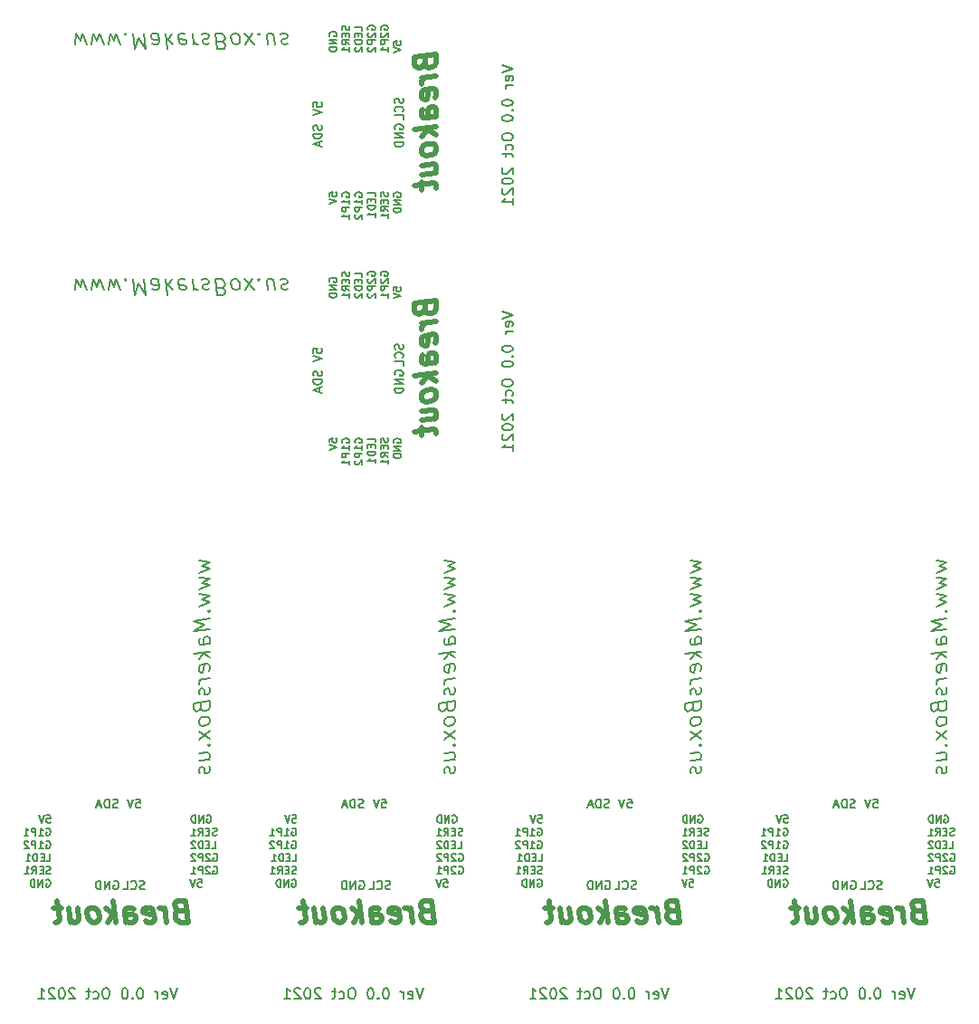
<source format=gbo>
%MOIN*%
%OFA0B0*%
%FSLAX46Y46*%
%IPPOS*%
%LPD*%
%ADD10C,0.005905511811023622*%
%ADD11C,0.0078740157480314977*%
%ADD12C,0.01968503937007874*%
%ADD23C,0.005905511811023622*%
%ADD24C,0.0078740157480314977*%
%ADD25C,0.01968503937007874*%
%ADD26C,0.005905511811023622*%
%ADD27C,0.0078740157480314977*%
%ADD28C,0.01968503937007874*%
%ADD29C,0.005905511811023622*%
%ADD30C,0.0078740157480314977*%
%ADD31C,0.01968503937007874*%
%ADD32C,0.005905511811023622*%
%ADD33C,0.0078740157480314977*%
%ADD34C,0.01968503937007874*%
%ADD35C,0.005905511811023622*%
%ADD36C,0.0078740157480314977*%
%ADD37C,0.01968503937007874*%
G01*
D10*
X0000716830Y0000956889D02*
X0000719455Y0000958202D01*
X0000723392Y0000958202D01*
X0000727329Y0000956889D01*
X0000729954Y0000954265D01*
X0000731266Y0000951640D01*
X0000732578Y0000946391D01*
X0000732578Y0000942454D01*
X0000731266Y0000937204D01*
X0000729954Y0000934580D01*
X0000727329Y0000931955D01*
X0000723392Y0000930643D01*
X0000720767Y0000930643D01*
X0000716830Y0000931955D01*
X0000715518Y0000933267D01*
X0000715518Y0000942454D01*
X0000720767Y0000942454D01*
X0000703707Y0000930643D02*
X0000703707Y0000958202D01*
X0000687959Y0000930643D01*
X0000687959Y0000958202D01*
X0000674835Y0000930643D02*
X0000674835Y0000958202D01*
X0000668274Y0000958202D01*
X0000664337Y0000956889D01*
X0000661712Y0000954265D01*
X0000660400Y0000951640D01*
X0000659087Y0000946391D01*
X0000659087Y0000942454D01*
X0000660400Y0000937204D01*
X0000661712Y0000934580D01*
X0000664337Y0000931955D01*
X0000668274Y0000930643D01*
X0000674835Y0000930643D01*
X0000753576Y0000884711D02*
X0000749639Y0000883398D01*
X0000743077Y0000883398D01*
X0000740452Y0000884711D01*
X0000739140Y0000886023D01*
X0000737828Y0000888648D01*
X0000737828Y0000891272D01*
X0000739140Y0000893897D01*
X0000740452Y0000895210D01*
X0000743077Y0000896522D01*
X0000748326Y0000897834D01*
X0000750951Y0000899147D01*
X0000752263Y0000900459D01*
X0000753576Y0000903084D01*
X0000753576Y0000905708D01*
X0000752263Y0000908333D01*
X0000750951Y0000909645D01*
X0000748326Y0000910958D01*
X0000741765Y0000910958D01*
X0000737828Y0000909645D01*
X0000726017Y0000897834D02*
X0000716830Y0000897834D01*
X0000712893Y0000883398D02*
X0000726017Y0000883398D01*
X0000726017Y0000910958D01*
X0000712893Y0000910958D01*
X0000685334Y0000883398D02*
X0000694520Y0000896522D01*
X0000701082Y0000883398D02*
X0000701082Y0000910958D01*
X0000690583Y0000910958D01*
X0000687959Y0000909645D01*
X0000686646Y0000908333D01*
X0000685334Y0000905708D01*
X0000685334Y0000901771D01*
X0000686646Y0000899147D01*
X0000687959Y0000897834D01*
X0000690583Y0000896522D01*
X0000701082Y0000896522D01*
X0000659087Y0000883398D02*
X0000674835Y0000883398D01*
X0000666961Y0000883398D02*
X0000666961Y0000910958D01*
X0000669586Y0000907021D01*
X0000672211Y0000904396D01*
X0000674835Y0000903084D01*
X0000735203Y0000836154D02*
X0000748326Y0000836154D01*
X0000748326Y0000863713D01*
X0000726017Y0000850590D02*
X0000716830Y0000850590D01*
X0000712893Y0000836154D02*
X0000726017Y0000836154D01*
X0000726017Y0000863713D01*
X0000712893Y0000863713D01*
X0000701082Y0000836154D02*
X0000701082Y0000863713D01*
X0000694520Y0000863713D01*
X0000690583Y0000862401D01*
X0000687959Y0000859776D01*
X0000686646Y0000857152D01*
X0000685334Y0000851902D01*
X0000685334Y0000847965D01*
X0000686646Y0000842716D01*
X0000687959Y0000840091D01*
X0000690583Y0000837467D01*
X0000694520Y0000836154D01*
X0000701082Y0000836154D01*
X0000674835Y0000861089D02*
X0000673523Y0000862401D01*
X0000670898Y0000863713D01*
X0000664337Y0000863713D01*
X0000661712Y0000862401D01*
X0000660400Y0000861089D01*
X0000659087Y0000858464D01*
X0000659087Y0000855839D01*
X0000660400Y0000851902D01*
X0000676148Y0000836154D01*
X0000659087Y0000836154D01*
X0000740452Y0000815157D02*
X0000743077Y0000816469D01*
X0000747014Y0000816469D01*
X0000750951Y0000815157D01*
X0000753576Y0000812532D01*
X0000754888Y0000809908D01*
X0000756200Y0000804658D01*
X0000756200Y0000800721D01*
X0000754888Y0000795472D01*
X0000753576Y0000792847D01*
X0000750951Y0000790223D01*
X0000747014Y0000788910D01*
X0000744389Y0000788910D01*
X0000740452Y0000790223D01*
X0000739140Y0000791535D01*
X0000739140Y0000800721D01*
X0000744389Y0000800721D01*
X0000728641Y0000813845D02*
X0000727329Y0000815157D01*
X0000724704Y0000816469D01*
X0000718142Y0000816469D01*
X0000715518Y0000815157D01*
X0000714206Y0000813845D01*
X0000712893Y0000811220D01*
X0000712893Y0000808595D01*
X0000714206Y0000804658D01*
X0000729954Y0000788910D01*
X0000712893Y0000788910D01*
X0000701082Y0000788910D02*
X0000701082Y0000816469D01*
X0000690583Y0000816469D01*
X0000687959Y0000815157D01*
X0000686646Y0000813845D01*
X0000685334Y0000811220D01*
X0000685334Y0000807283D01*
X0000686646Y0000804658D01*
X0000687959Y0000803346D01*
X0000690583Y0000802034D01*
X0000701082Y0000802034D01*
X0000674835Y0000813845D02*
X0000673523Y0000815157D01*
X0000670898Y0000816469D01*
X0000664337Y0000816469D01*
X0000661712Y0000815157D01*
X0000660400Y0000813845D01*
X0000659087Y0000811220D01*
X0000659087Y0000808595D01*
X0000660400Y0000804658D01*
X0000676148Y0000788910D01*
X0000659087Y0000788910D01*
X0000740452Y0000767913D02*
X0000743077Y0000769225D01*
X0000747014Y0000769225D01*
X0000750951Y0000767913D01*
X0000753576Y0000765288D01*
X0000754888Y0000762664D01*
X0000756200Y0000757414D01*
X0000756200Y0000753477D01*
X0000754888Y0000748228D01*
X0000753576Y0000745603D01*
X0000750951Y0000742979D01*
X0000747014Y0000741666D01*
X0000744389Y0000741666D01*
X0000740452Y0000742979D01*
X0000739140Y0000744291D01*
X0000739140Y0000753477D01*
X0000744389Y0000753477D01*
X0000728641Y0000766601D02*
X0000727329Y0000767913D01*
X0000724704Y0000769225D01*
X0000718142Y0000769225D01*
X0000715518Y0000767913D01*
X0000714206Y0000766601D01*
X0000712893Y0000763976D01*
X0000712893Y0000761351D01*
X0000714206Y0000757414D01*
X0000729954Y0000741666D01*
X0000712893Y0000741666D01*
X0000701082Y0000741666D02*
X0000701082Y0000769225D01*
X0000690583Y0000769225D01*
X0000687959Y0000767913D01*
X0000686646Y0000766601D01*
X0000685334Y0000763976D01*
X0000685334Y0000760039D01*
X0000686646Y0000757414D01*
X0000687959Y0000756102D01*
X0000690583Y0000754790D01*
X0000701082Y0000754790D01*
X0000659087Y0000741666D02*
X0000674835Y0000741666D01*
X0000666961Y0000741666D02*
X0000666961Y0000769225D01*
X0000669586Y0000765288D01*
X0000672211Y0000762664D01*
X0000674835Y0000761351D01*
X0000684022Y0000721981D02*
X0000697145Y0000721981D01*
X0000698457Y0000708858D01*
X0000697145Y0000710170D01*
X0000694520Y0000711482D01*
X0000687959Y0000711482D01*
X0000685334Y0000710170D01*
X0000684022Y0000708858D01*
X0000682709Y0000706233D01*
X0000682709Y0000699671D01*
X0000684022Y0000697047D01*
X0000685334Y0000695734D01*
X0000687959Y0000694422D01*
X0000694520Y0000694422D01*
X0000697145Y0000695734D01*
X0000698457Y0000697047D01*
X0000674835Y0000721981D02*
X0000665649Y0000694422D01*
X0000656463Y0000721981D01*
D11*
X0000687345Y0001896010D02*
X0000726715Y0001889682D01*
X0000698593Y0001874919D01*
X0000726715Y0001867185D01*
X0000687345Y0001851015D01*
X0000687345Y0001834143D02*
X0000726715Y0001827815D01*
X0000698593Y0001813051D01*
X0000726715Y0001805318D01*
X0000687345Y0001789148D01*
X0000687345Y0001772275D02*
X0000726715Y0001765948D01*
X0000698593Y0001751184D01*
X0000726715Y0001743451D01*
X0000687345Y0001727281D01*
X0000721091Y0001709002D02*
X0000723903Y0001706541D01*
X0000726715Y0001709705D01*
X0000723903Y0001712166D01*
X0000721091Y0001709002D01*
X0000726715Y0001709705D01*
X0000726715Y0001681583D02*
X0000667660Y0001674202D01*
X0000709842Y0001659789D01*
X0000667660Y0001634832D01*
X0000726715Y0001642213D01*
X0000726715Y0001588783D02*
X0000695781Y0001584916D01*
X0000690157Y0001587025D01*
X0000687345Y0001592298D01*
X0000687345Y0001603546D01*
X0000690157Y0001609522D01*
X0000723903Y0001588431D02*
X0000726715Y0001594407D01*
X0000726715Y0001608468D01*
X0000723903Y0001613740D01*
X0000718278Y0001615850D01*
X0000712654Y0001615146D01*
X0000707030Y0001611631D01*
X0000704218Y0001605655D01*
X0000704218Y0001591595D01*
X0000701406Y0001585619D01*
X0000726715Y0001560661D02*
X0000667660Y0001553279D01*
X0000704218Y0001552225D02*
X0000726715Y0001538164D01*
X0000687345Y0001533243D02*
X0000709842Y0001558552D01*
X0000723903Y0001490006D02*
X0000726715Y0001495982D01*
X0000726715Y0001507230D01*
X0000723903Y0001512503D01*
X0000718278Y0001514612D01*
X0000695781Y0001511800D01*
X0000690157Y0001508285D01*
X0000687345Y0001502309D01*
X0000687345Y0001491060D01*
X0000690157Y0001485788D01*
X0000695781Y0001483679D01*
X0000701406Y0001484382D01*
X0000707030Y0001513206D01*
X0000726715Y0001462236D02*
X0000687345Y0001457315D01*
X0000698593Y0001458721D02*
X0000692969Y0001455206D01*
X0000690157Y0001452042D01*
X0000687345Y0001446066D01*
X0000687345Y0001440442D01*
X0000723903Y0001428139D02*
X0000726715Y0001422866D01*
X0000726715Y0001411617D01*
X0000723903Y0001405641D01*
X0000718278Y0001402126D01*
X0000715466Y0001401775D01*
X0000709842Y0001403884D01*
X0000707030Y0001409157D01*
X0000707030Y0001417593D01*
X0000704218Y0001422866D01*
X0000698593Y0001424975D01*
X0000695781Y0001424623D01*
X0000690157Y0001421108D01*
X0000687345Y0001415132D01*
X0000687345Y0001406696D01*
X0000690157Y0001401423D01*
X0000695781Y0001354320D02*
X0000698593Y0001346235D01*
X0000701406Y0001343774D01*
X0000707030Y0001341665D01*
X0000715466Y0001342720D01*
X0000721091Y0001346235D01*
X0000723903Y0001349398D01*
X0000726715Y0001355374D01*
X0000726715Y0001377871D01*
X0000667660Y0001370490D01*
X0000667660Y0001350805D01*
X0000670472Y0001345532D01*
X0000673284Y0001343071D01*
X0000678908Y0001340962D01*
X0000684533Y0001341665D01*
X0000690157Y0001345180D01*
X0000692969Y0001348344D01*
X0000695781Y0001354320D01*
X0000695781Y0001374005D01*
X0000726715Y0001310380D02*
X0000723903Y0001315653D01*
X0000721091Y0001318113D01*
X0000715466Y0001320222D01*
X0000698593Y0001318113D01*
X0000692969Y0001314598D01*
X0000690157Y0001311434D01*
X0000687345Y0001305459D01*
X0000687345Y0001297022D01*
X0000690157Y0001291749D01*
X0000692969Y0001289289D01*
X0000698593Y0001287180D01*
X0000715466Y0001289289D01*
X0000721091Y0001292804D01*
X0000723903Y0001295968D01*
X0000726715Y0001301943D01*
X0000726715Y0001310380D01*
X0000726715Y0001271010D02*
X0000687345Y0001235155D01*
X0000687345Y0001266089D02*
X0000726715Y0001240076D01*
X0000721091Y0001216876D02*
X0000723903Y0001214415D01*
X0000726715Y0001217579D01*
X0000723903Y0001220040D01*
X0000721091Y0001216876D01*
X0000726715Y0001217579D01*
X0000687345Y0001159227D02*
X0000726715Y0001164148D01*
X0000687345Y0001184536D02*
X0000718278Y0001188403D01*
X0000723903Y0001186294D01*
X0000726715Y0001181021D01*
X0000726715Y0001172585D01*
X0000723903Y0001166609D01*
X0000721091Y0001163445D01*
X0000723903Y0001138487D02*
X0000726715Y0001133215D01*
X0000726715Y0001121966D01*
X0000723903Y0001115990D01*
X0000718278Y0001112475D01*
X0000715466Y0001112123D01*
X0000709842Y0001114232D01*
X0000707030Y0001119505D01*
X0000707030Y0001127942D01*
X0000704218Y0001133215D01*
X0000698593Y0001135324D01*
X0000695781Y0001134972D01*
X0000690157Y0001131457D01*
X0000687345Y0001125481D01*
X0000687345Y0001117045D01*
X0000690157Y0001111772D01*
D10*
X0000607780Y0000321559D02*
X0000594656Y0000282189D01*
X0000581533Y0000321559D01*
X0000553412Y0000284064D02*
X0000557161Y0000282189D01*
X0000564660Y0000282189D01*
X0000568410Y0000284064D01*
X0000570284Y0000287814D01*
X0000570284Y0000302812D01*
X0000568410Y0000306561D01*
X0000564660Y0000308436D01*
X0000557161Y0000308436D01*
X0000553412Y0000306561D01*
X0000551537Y0000302812D01*
X0000551537Y0000299062D01*
X0000570284Y0000295313D01*
X0000534664Y0000282189D02*
X0000534664Y0000308436D01*
X0000534664Y0000300937D02*
X0000532789Y0000304686D01*
X0000530914Y0000306561D01*
X0000527165Y0000308436D01*
X0000523415Y0000308436D01*
X0000472797Y0000321559D02*
X0000469047Y0000321559D01*
X0000465298Y0000319685D01*
X0000463423Y0000317810D01*
X0000461548Y0000314060D01*
X0000459673Y0000306561D01*
X0000459673Y0000297187D01*
X0000461548Y0000289688D01*
X0000463423Y0000285939D01*
X0000465298Y0000284064D01*
X0000469047Y0000282189D01*
X0000472797Y0000282189D01*
X0000476546Y0000284064D01*
X0000478421Y0000285939D01*
X0000480296Y0000289688D01*
X0000482170Y0000297187D01*
X0000482170Y0000306561D01*
X0000480296Y0000314060D01*
X0000478421Y0000317810D01*
X0000476546Y0000319685D01*
X0000472797Y0000321559D01*
X0000442800Y0000285939D02*
X0000440926Y0000284064D01*
X0000442800Y0000282189D01*
X0000444675Y0000284064D01*
X0000442800Y0000285939D01*
X0000442800Y0000282189D01*
X0000416554Y0000321559D02*
X0000412804Y0000321559D01*
X0000409055Y0000319685D01*
X0000407180Y0000317810D01*
X0000405305Y0000314060D01*
X0000403430Y0000306561D01*
X0000403430Y0000297187D01*
X0000405305Y0000289688D01*
X0000407180Y0000285939D01*
X0000409055Y0000284064D01*
X0000412804Y0000282189D01*
X0000416554Y0000282189D01*
X0000420303Y0000284064D01*
X0000422178Y0000285939D01*
X0000424053Y0000289688D01*
X0000425927Y0000297187D01*
X0000425927Y0000306561D01*
X0000424053Y0000314060D01*
X0000422178Y0000317810D01*
X0000420303Y0000319685D01*
X0000416554Y0000321559D01*
X0000349062Y0000321559D02*
X0000341563Y0000321559D01*
X0000337813Y0000319685D01*
X0000334064Y0000315935D01*
X0000332189Y0000308436D01*
X0000332189Y0000295313D01*
X0000334064Y0000287814D01*
X0000337813Y0000284064D01*
X0000341563Y0000282189D01*
X0000349062Y0000282189D01*
X0000352812Y0000284064D01*
X0000356561Y0000287814D01*
X0000358436Y0000295313D01*
X0000358436Y0000308436D01*
X0000356561Y0000315935D01*
X0000352812Y0000319685D01*
X0000349062Y0000321559D01*
X0000298443Y0000284064D02*
X0000302193Y0000282189D01*
X0000309692Y0000282189D01*
X0000313442Y0000284064D01*
X0000315316Y0000285939D01*
X0000317191Y0000289688D01*
X0000317191Y0000300937D01*
X0000315316Y0000304686D01*
X0000313442Y0000306561D01*
X0000309692Y0000308436D01*
X0000302193Y0000308436D01*
X0000298443Y0000306561D01*
X0000287195Y0000308436D02*
X0000272197Y0000308436D01*
X0000281571Y0000321559D02*
X0000281571Y0000287814D01*
X0000279696Y0000284064D01*
X0000275946Y0000282189D01*
X0000272197Y0000282189D01*
X0000230952Y0000317810D02*
X0000229077Y0000319685D01*
X0000225328Y0000321559D01*
X0000215954Y0000321559D01*
X0000212204Y0000319685D01*
X0000210329Y0000317810D01*
X0000208455Y0000314060D01*
X0000208455Y0000310311D01*
X0000210329Y0000304686D01*
X0000232827Y0000282189D01*
X0000208455Y0000282189D01*
X0000184083Y0000321559D02*
X0000180333Y0000321559D01*
X0000176584Y0000319685D01*
X0000174709Y0000317810D01*
X0000172834Y0000314060D01*
X0000170959Y0000306561D01*
X0000170959Y0000297187D01*
X0000172834Y0000289688D01*
X0000174709Y0000285939D01*
X0000176584Y0000284064D01*
X0000180333Y0000282189D01*
X0000184083Y0000282189D01*
X0000187832Y0000284064D01*
X0000189707Y0000285939D01*
X0000191582Y0000289688D01*
X0000193457Y0000297187D01*
X0000193457Y0000306561D01*
X0000191582Y0000314060D01*
X0000189707Y0000317810D01*
X0000187832Y0000319685D01*
X0000184083Y0000321559D01*
X0000155961Y0000317810D02*
X0000154086Y0000319685D01*
X0000150337Y0000321559D01*
X0000140963Y0000321559D01*
X0000137214Y0000319685D01*
X0000135339Y0000317810D01*
X0000133464Y0000314060D01*
X0000133464Y0000310311D01*
X0000135339Y0000304686D01*
X0000157836Y0000282189D01*
X0000133464Y0000282189D01*
X0000095969Y0000282189D02*
X0000118466Y0000282189D01*
X0000107217Y0000282189D02*
X0000107217Y0000321559D01*
X0000110967Y0000315935D01*
X0000114716Y0000312185D01*
X0000118466Y0000310311D01*
D12*
X0000617080Y0000605624D02*
X0000606300Y0000601874D01*
X0000603019Y0000598125D01*
X0000600207Y0000590626D01*
X0000601613Y0000579377D01*
X0000606300Y0000571878D01*
X0000610518Y0000568129D01*
X0000618486Y0000564379D01*
X0000648482Y0000564379D01*
X0000638640Y0000643119D01*
X0000612393Y0000643119D01*
X0000605362Y0000639370D01*
X0000602082Y0000635620D01*
X0000599269Y0000628121D01*
X0000600207Y0000620622D01*
X0000604894Y0000613123D01*
X0000609112Y0000609373D01*
X0000617080Y0000605624D01*
X0000643326Y0000605624D01*
X0000569742Y0000564379D02*
X0000563180Y0000616872D01*
X0000565055Y0000601874D02*
X0000560368Y0000609373D01*
X0000556150Y0000613123D01*
X0000548182Y0000616872D01*
X0000540683Y0000616872D01*
X0000490533Y0000568129D02*
X0000498501Y0000564379D01*
X0000513499Y0000564379D01*
X0000520529Y0000568129D01*
X0000523341Y0000575628D01*
X0000519592Y0000605624D01*
X0000514905Y0000613123D01*
X0000506937Y0000616872D01*
X0000491939Y0000616872D01*
X0000484909Y0000613123D01*
X0000482097Y0000605624D01*
X0000483034Y0000598125D01*
X0000521467Y0000590626D01*
X0000419761Y0000564379D02*
X0000414605Y0000605624D01*
X0000417417Y0000613123D01*
X0000424448Y0000616872D01*
X0000439446Y0000616872D01*
X0000447413Y0000613123D01*
X0000419292Y0000568129D02*
X0000427260Y0000564379D01*
X0000446007Y0000564379D01*
X0000453038Y0000568129D01*
X0000455850Y0000575628D01*
X0000454912Y0000583127D01*
X0000450226Y0000590626D01*
X0000442258Y0000594375D01*
X0000423510Y0000594375D01*
X0000415542Y0000598125D01*
X0000382265Y0000564379D02*
X0000372423Y0000643119D01*
X0000371017Y0000594375D02*
X0000352269Y0000564379D01*
X0000345707Y0000616872D02*
X0000379453Y0000586876D01*
X0000307275Y0000564379D02*
X0000314305Y0000568129D01*
X0000317586Y0000571878D01*
X0000320398Y0000579377D01*
X0000317586Y0000601874D01*
X0000312899Y0000609373D01*
X0000308681Y0000613123D01*
X0000300713Y0000616872D01*
X0000289464Y0000616872D01*
X0000282434Y0000613123D01*
X0000279153Y0000609373D01*
X0000276341Y0000601874D01*
X0000279153Y0000579377D01*
X0000283840Y0000571878D01*
X0000288058Y0000568129D01*
X0000296026Y0000564379D01*
X0000307275Y0000564379D01*
X0000206975Y0000616872D02*
X0000213536Y0000564379D01*
X0000240721Y0000616872D02*
X0000245876Y0000575628D01*
X0000243064Y0000568129D01*
X0000236034Y0000564379D01*
X0000224785Y0000564379D01*
X0000216817Y0000568129D01*
X0000212599Y0000571878D01*
X0000180728Y0000616872D02*
X0000150732Y0000616872D01*
X0000166199Y0000643119D02*
X0000174635Y0000575628D01*
X0000171823Y0000568129D01*
X0000164793Y0000564379D01*
X0000157293Y0000564379D01*
D10*
X0000455999Y0001017247D02*
X0000470997Y0001017247D01*
X0000472497Y0001002249D01*
X0000470997Y0001003749D01*
X0000467997Y0001005249D01*
X0000460498Y0001005249D01*
X0000457499Y0001003749D01*
X0000455999Y0001002249D01*
X0000454499Y0000999250D01*
X0000454499Y0000991751D01*
X0000455999Y0000988751D01*
X0000457499Y0000987251D01*
X0000460498Y0000985751D01*
X0000467997Y0000985751D01*
X0000470997Y0000987251D01*
X0000472497Y0000988751D01*
X0000445500Y0001017247D02*
X0000435001Y0000985751D01*
X0000424503Y0001017247D01*
X0000373996Y0000715748D02*
X0000376996Y0000717247D01*
X0000381496Y0000717247D01*
X0000385995Y0000715748D01*
X0000388995Y0000712748D01*
X0000390494Y0000709748D01*
X0000391994Y0000703749D01*
X0000391994Y0000699250D01*
X0000390494Y0000693250D01*
X0000388995Y0000690251D01*
X0000385995Y0000687251D01*
X0000381496Y0000685751D01*
X0000378496Y0000685751D01*
X0000373996Y0000687251D01*
X0000372497Y0000688751D01*
X0000372497Y0000699250D01*
X0000378496Y0000699250D01*
X0000358998Y0000685751D02*
X0000358998Y0000717247D01*
X0000341001Y0000685751D01*
X0000341001Y0000717247D01*
X0000326002Y0000685751D02*
X0000326002Y0000717247D01*
X0000318503Y0000717247D01*
X0000314004Y0000715748D01*
X0000311004Y0000712748D01*
X0000309505Y0000709748D01*
X0000308005Y0000703749D01*
X0000308005Y0000699250D01*
X0000309505Y0000693250D01*
X0000311004Y0000690251D01*
X0000314004Y0000687251D01*
X0000318503Y0000685751D01*
X0000326002Y0000685751D01*
X0000487495Y0000687251D02*
X0000482995Y0000685751D01*
X0000475496Y0000685751D01*
X0000472497Y0000687251D01*
X0000470997Y0000688751D01*
X0000469497Y0000691751D01*
X0000469497Y0000694750D01*
X0000470997Y0000697750D01*
X0000472497Y0000699250D01*
X0000475496Y0000700749D01*
X0000481496Y0000702249D01*
X0000484495Y0000703749D01*
X0000485995Y0000705249D01*
X0000487495Y0000708248D01*
X0000487495Y0000711248D01*
X0000485995Y0000714248D01*
X0000484495Y0000715748D01*
X0000481496Y0000717247D01*
X0000473996Y0000717247D01*
X0000469497Y0000715748D01*
X0000438001Y0000688751D02*
X0000439501Y0000687251D01*
X0000444000Y0000685751D01*
X0000447000Y0000685751D01*
X0000451499Y0000687251D01*
X0000454499Y0000690251D01*
X0000455999Y0000693250D01*
X0000457499Y0000699250D01*
X0000457499Y0000703749D01*
X0000455999Y0000709748D01*
X0000454499Y0000712748D01*
X0000451499Y0000715748D01*
X0000447000Y0000717247D01*
X0000444000Y0000717247D01*
X0000439501Y0000715748D01*
X0000438001Y0000714248D01*
X0000409505Y0000685751D02*
X0000424503Y0000685751D01*
X0000424503Y0000717247D01*
X0000388245Y0000987251D02*
X0000383745Y0000985751D01*
X0000376246Y0000985751D01*
X0000373247Y0000987251D01*
X0000371747Y0000988751D01*
X0000370247Y0000991751D01*
X0000370247Y0000994750D01*
X0000371747Y0000997750D01*
X0000373247Y0000999250D01*
X0000376246Y0001000749D01*
X0000382245Y0001002249D01*
X0000385245Y0001003749D01*
X0000386745Y0001005249D01*
X0000388245Y0001008248D01*
X0000388245Y0001011248D01*
X0000386745Y0001014248D01*
X0000385245Y0001015748D01*
X0000382245Y0001017247D01*
X0000374746Y0001017247D01*
X0000370247Y0001015748D01*
X0000356749Y0000985751D02*
X0000356749Y0001017247D01*
X0000349250Y0001017247D01*
X0000344750Y0001015748D01*
X0000341750Y0001012748D01*
X0000340251Y0001009748D01*
X0000338751Y0001003749D01*
X0000338751Y0000999250D01*
X0000340251Y0000993250D01*
X0000341750Y0000990251D01*
X0000344750Y0000987251D01*
X0000349250Y0000985751D01*
X0000356749Y0000985751D01*
X0000326752Y0000994750D02*
X0000311754Y0000994750D01*
X0000329752Y0000985751D02*
X0000319253Y0001017247D01*
X0000308755Y0000985751D01*
X0000126476Y0000958202D02*
X0000139599Y0000958202D01*
X0000140912Y0000945078D01*
X0000139599Y0000946391D01*
X0000136975Y0000947703D01*
X0000130413Y0000947703D01*
X0000127788Y0000946391D01*
X0000126476Y0000945078D01*
X0000125163Y0000942454D01*
X0000125163Y0000935892D01*
X0000126476Y0000933267D01*
X0000127788Y0000931955D01*
X0000130413Y0000930643D01*
X0000136975Y0000930643D01*
X0000139599Y0000931955D01*
X0000140912Y0000933267D01*
X0000117289Y0000958202D02*
X0000108103Y0000930643D01*
X0000098917Y0000958202D01*
X0000125163Y0000909645D02*
X0000127788Y0000910958D01*
X0000131725Y0000910958D01*
X0000135662Y0000909645D01*
X0000138287Y0000907021D01*
X0000139599Y0000904396D01*
X0000140912Y0000899147D01*
X0000140912Y0000895210D01*
X0000139599Y0000889960D01*
X0000138287Y0000887335D01*
X0000135662Y0000884711D01*
X0000131725Y0000883398D01*
X0000129100Y0000883398D01*
X0000125163Y0000884711D01*
X0000123851Y0000886023D01*
X0000123851Y0000895210D01*
X0000129100Y0000895210D01*
X0000097604Y0000883398D02*
X0000113352Y0000883398D01*
X0000105478Y0000883398D02*
X0000105478Y0000910958D01*
X0000108103Y0000907021D01*
X0000110728Y0000904396D01*
X0000113352Y0000903084D01*
X0000085793Y0000883398D02*
X0000085793Y0000910958D01*
X0000075295Y0000910958D01*
X0000072670Y0000909645D01*
X0000071358Y0000908333D01*
X0000070045Y0000905708D01*
X0000070045Y0000901771D01*
X0000071358Y0000899147D01*
X0000072670Y0000897834D01*
X0000075295Y0000896522D01*
X0000085793Y0000896522D01*
X0000043799Y0000883398D02*
X0000059547Y0000883398D01*
X0000051673Y0000883398D02*
X0000051673Y0000910958D01*
X0000054297Y0000907021D01*
X0000056922Y0000904396D01*
X0000059547Y0000903084D01*
X0000125163Y0000862401D02*
X0000127788Y0000863713D01*
X0000131725Y0000863713D01*
X0000135662Y0000862401D01*
X0000138287Y0000859776D01*
X0000139599Y0000857152D01*
X0000140912Y0000851902D01*
X0000140912Y0000847965D01*
X0000139599Y0000842716D01*
X0000138287Y0000840091D01*
X0000135662Y0000837467D01*
X0000131725Y0000836154D01*
X0000129100Y0000836154D01*
X0000125163Y0000837467D01*
X0000123851Y0000838779D01*
X0000123851Y0000847965D01*
X0000129100Y0000847965D01*
X0000097604Y0000836154D02*
X0000113352Y0000836154D01*
X0000105478Y0000836154D02*
X0000105478Y0000863713D01*
X0000108103Y0000859776D01*
X0000110728Y0000857152D01*
X0000113352Y0000855839D01*
X0000085793Y0000836154D02*
X0000085793Y0000863713D01*
X0000075295Y0000863713D01*
X0000072670Y0000862401D01*
X0000071358Y0000861089D01*
X0000070045Y0000858464D01*
X0000070045Y0000854527D01*
X0000071358Y0000851902D01*
X0000072670Y0000850590D01*
X0000075295Y0000849278D01*
X0000085793Y0000849278D01*
X0000059547Y0000861089D02*
X0000058234Y0000862401D01*
X0000055610Y0000863713D01*
X0000049048Y0000863713D01*
X0000046423Y0000862401D01*
X0000045111Y0000861089D01*
X0000043799Y0000858464D01*
X0000043799Y0000855839D01*
X0000045111Y0000851902D01*
X0000060859Y0000836154D01*
X0000043799Y0000836154D01*
X0000126476Y0000788910D02*
X0000139599Y0000788910D01*
X0000139599Y0000816469D01*
X0000117289Y0000803346D02*
X0000108103Y0000803346D01*
X0000104166Y0000788910D02*
X0000117289Y0000788910D01*
X0000117289Y0000816469D01*
X0000104166Y0000816469D01*
X0000092355Y0000788910D02*
X0000092355Y0000816469D01*
X0000085793Y0000816469D01*
X0000081856Y0000815157D01*
X0000079232Y0000812532D01*
X0000077919Y0000809908D01*
X0000076607Y0000804658D01*
X0000076607Y0000800721D01*
X0000077919Y0000795472D01*
X0000079232Y0000792847D01*
X0000081856Y0000790223D01*
X0000085793Y0000788910D01*
X0000092355Y0000788910D01*
X0000050360Y0000788910D02*
X0000066108Y0000788910D01*
X0000058234Y0000788910D02*
X0000058234Y0000816469D01*
X0000060859Y0000812532D01*
X0000063484Y0000809908D01*
X0000066108Y0000808595D01*
X0000140912Y0000742979D02*
X0000136975Y0000741666D01*
X0000130413Y0000741666D01*
X0000127788Y0000742979D01*
X0000126476Y0000744291D01*
X0000125163Y0000746916D01*
X0000125163Y0000749540D01*
X0000126476Y0000752165D01*
X0000127788Y0000753477D01*
X0000130413Y0000754790D01*
X0000135662Y0000756102D01*
X0000138287Y0000757414D01*
X0000139599Y0000758727D01*
X0000140912Y0000761351D01*
X0000140912Y0000763976D01*
X0000139599Y0000766601D01*
X0000138287Y0000767913D01*
X0000135662Y0000769225D01*
X0000129100Y0000769225D01*
X0000125163Y0000767913D01*
X0000113352Y0000756102D02*
X0000104166Y0000756102D01*
X0000100229Y0000741666D02*
X0000113352Y0000741666D01*
X0000113352Y0000769225D01*
X0000100229Y0000769225D01*
X0000072670Y0000741666D02*
X0000081856Y0000754790D01*
X0000088418Y0000741666D02*
X0000088418Y0000769225D01*
X0000077919Y0000769225D01*
X0000075295Y0000767913D01*
X0000073982Y0000766601D01*
X0000072670Y0000763976D01*
X0000072670Y0000760039D01*
X0000073982Y0000757414D01*
X0000075295Y0000756102D01*
X0000077919Y0000754790D01*
X0000088418Y0000754790D01*
X0000046423Y0000741666D02*
X0000062171Y0000741666D01*
X0000054297Y0000741666D02*
X0000054297Y0000769225D01*
X0000056922Y0000765288D01*
X0000059547Y0000762664D01*
X0000062171Y0000761351D01*
X0000125163Y0000720669D02*
X0000127788Y0000721981D01*
X0000131725Y0000721981D01*
X0000135662Y0000720669D01*
X0000138287Y0000718044D01*
X0000139599Y0000715419D01*
X0000140912Y0000710170D01*
X0000140912Y0000706233D01*
X0000139599Y0000700984D01*
X0000138287Y0000698359D01*
X0000135662Y0000695734D01*
X0000131725Y0000694422D01*
X0000129100Y0000694422D01*
X0000125163Y0000695734D01*
X0000123851Y0000697047D01*
X0000123851Y0000706233D01*
X0000129100Y0000706233D01*
X0000112040Y0000694422D02*
X0000112040Y0000721981D01*
X0000096292Y0000694422D01*
X0000096292Y0000721981D01*
X0000083169Y0000694422D02*
X0000083169Y0000721981D01*
X0000076607Y0000721981D01*
X0000072670Y0000720669D01*
X0000070045Y0000718044D01*
X0000068733Y0000715419D01*
X0000067421Y0000710170D01*
X0000067421Y0000706233D01*
X0000068733Y0000700984D01*
X0000070045Y0000698359D01*
X0000072670Y0000695734D01*
X0000076607Y0000694422D01*
X0000083169Y0000694422D01*
G04 next file*
G04 #@! TF.GenerationSoftware,KiCad,Pcbnew,(5.1.10)-1*
G04 #@! TF.CreationDate,2021-10-24T19:52:58-07:00*
G04 #@! TF.ProjectId,project,70726f6a-6563-4742-9e6b-696361645f70,rev?*
G04 #@! TF.SameCoordinates,Original*
G04 #@! TF.FileFunction,Legend,Bot*
G04 #@! TF.FilePolarity,Positive*
G04 Gerber Fmt 4.6, Leading zero omitted, Abs format (unit mm)*
G04 Created by KiCad (PCBNEW (5.1.10)-1) date 2021-10-24 19:52:58*
G01*
G04 APERTURE LIST*
G04 APERTURE END LIST*
D23*
X0001169094Y0002921555D02*
X0001167782Y0002924179D01*
X0001167782Y0002928116D01*
X0001169094Y0002932053D01*
X0001171719Y0002934678D01*
X0001174343Y0002935990D01*
X0001179593Y0002937303D01*
X0001183530Y0002937303D01*
X0001188779Y0002935990D01*
X0001191404Y0002934678D01*
X0001194029Y0002932053D01*
X0001195341Y0002928116D01*
X0001195341Y0002925492D01*
X0001194029Y0002921555D01*
X0001192716Y0002920242D01*
X0001183530Y0002920242D01*
X0001183530Y0002925492D01*
X0001195341Y0002908431D02*
X0001167782Y0002908431D01*
X0001195341Y0002892683D01*
X0001167782Y0002892683D01*
X0001195341Y0002879560D02*
X0001167782Y0002879560D01*
X0001167782Y0002872998D01*
X0001169094Y0002869061D01*
X0001171719Y0002866436D01*
X0001174343Y0002865124D01*
X0001179593Y0002863812D01*
X0001183530Y0002863812D01*
X0001188779Y0002865124D01*
X0001191404Y0002866436D01*
X0001194029Y0002869061D01*
X0001195341Y0002872998D01*
X0001195341Y0002879560D01*
X0001241273Y0002958300D02*
X0001242585Y0002954363D01*
X0001242585Y0002947801D01*
X0001241273Y0002945177D01*
X0001239960Y0002943864D01*
X0001237336Y0002942552D01*
X0001234711Y0002942552D01*
X0001232086Y0002943864D01*
X0001230774Y0002945177D01*
X0001229462Y0002947801D01*
X0001228149Y0002953051D01*
X0001226837Y0002955675D01*
X0001225525Y0002956988D01*
X0001222900Y0002958300D01*
X0001220275Y0002958300D01*
X0001217651Y0002956988D01*
X0001216338Y0002955675D01*
X0001215026Y0002953051D01*
X0001215026Y0002946489D01*
X0001216338Y0002942552D01*
X0001228149Y0002930741D02*
X0001228149Y0002921555D01*
X0001242585Y0002917617D02*
X0001242585Y0002930741D01*
X0001215026Y0002930741D01*
X0001215026Y0002917617D01*
X0001242585Y0002890058D02*
X0001229462Y0002899245D01*
X0001242585Y0002905806D02*
X0001215026Y0002905806D01*
X0001215026Y0002895308D01*
X0001216338Y0002892683D01*
X0001217651Y0002891371D01*
X0001220275Y0002890058D01*
X0001224212Y0002890058D01*
X0001226837Y0002891371D01*
X0001228149Y0002892683D01*
X0001229462Y0002895308D01*
X0001229462Y0002905806D01*
X0001242585Y0002863812D02*
X0001242585Y0002879560D01*
X0001242585Y0002871686D02*
X0001215026Y0002871686D01*
X0001218963Y0002874310D01*
X0001221588Y0002876935D01*
X0001222900Y0002879560D01*
X0001289829Y0002939927D02*
X0001289829Y0002953051D01*
X0001262270Y0002953051D01*
X0001275393Y0002930741D02*
X0001275393Y0002921555D01*
X0001289829Y0002917617D02*
X0001289829Y0002930741D01*
X0001262270Y0002930741D01*
X0001262270Y0002917617D01*
X0001289829Y0002905806D02*
X0001262270Y0002905806D01*
X0001262270Y0002899245D01*
X0001263582Y0002895308D01*
X0001266207Y0002892683D01*
X0001268832Y0002891371D01*
X0001274081Y0002890058D01*
X0001278018Y0002890058D01*
X0001283267Y0002891371D01*
X0001285892Y0002892683D01*
X0001288517Y0002895308D01*
X0001289829Y0002899245D01*
X0001289829Y0002905806D01*
X0001264895Y0002879560D02*
X0001263582Y0002878247D01*
X0001262270Y0002875623D01*
X0001262270Y0002869061D01*
X0001263582Y0002866436D01*
X0001264895Y0002865124D01*
X0001267519Y0002863812D01*
X0001270144Y0002863812D01*
X0001274081Y0002865124D01*
X0001289829Y0002880872D01*
X0001289829Y0002863812D01*
X0001310826Y0002945177D02*
X0001309514Y0002947801D01*
X0001309514Y0002951738D01*
X0001310826Y0002955675D01*
X0001313451Y0002958300D01*
X0001316076Y0002959612D01*
X0001321325Y0002960925D01*
X0001325262Y0002960925D01*
X0001330511Y0002959612D01*
X0001333136Y0002958300D01*
X0001335761Y0002955675D01*
X0001337073Y0002951738D01*
X0001337073Y0002949114D01*
X0001335761Y0002945177D01*
X0001334448Y0002943864D01*
X0001325262Y0002943864D01*
X0001325262Y0002949114D01*
X0001312139Y0002933366D02*
X0001310826Y0002932053D01*
X0001309514Y0002929429D01*
X0001309514Y0002922867D01*
X0001310826Y0002920242D01*
X0001312139Y0002918930D01*
X0001314763Y0002917617D01*
X0001317388Y0002917617D01*
X0001321325Y0002918930D01*
X0001337073Y0002934678D01*
X0001337073Y0002917617D01*
X0001337073Y0002905806D02*
X0001309514Y0002905806D01*
X0001309514Y0002895308D01*
X0001310826Y0002892683D01*
X0001312139Y0002891371D01*
X0001314763Y0002890058D01*
X0001318700Y0002890058D01*
X0001321325Y0002891371D01*
X0001322637Y0002892683D01*
X0001323950Y0002895308D01*
X0001323950Y0002905806D01*
X0001312139Y0002879560D02*
X0001310826Y0002878247D01*
X0001309514Y0002875623D01*
X0001309514Y0002869061D01*
X0001310826Y0002866436D01*
X0001312139Y0002865124D01*
X0001314763Y0002863812D01*
X0001317388Y0002863812D01*
X0001321325Y0002865124D01*
X0001337073Y0002880872D01*
X0001337073Y0002863812D01*
X0001358071Y0002945177D02*
X0001356758Y0002947801D01*
X0001356758Y0002951738D01*
X0001358071Y0002955675D01*
X0001360695Y0002958300D01*
X0001363320Y0002959612D01*
X0001368569Y0002960925D01*
X0001372506Y0002960925D01*
X0001377756Y0002959612D01*
X0001380380Y0002958300D01*
X0001383005Y0002955675D01*
X0001384317Y0002951738D01*
X0001384317Y0002949114D01*
X0001383005Y0002945177D01*
X0001381693Y0002943864D01*
X0001372506Y0002943864D01*
X0001372506Y0002949114D01*
X0001359383Y0002933366D02*
X0001358071Y0002932053D01*
X0001356758Y0002929429D01*
X0001356758Y0002922867D01*
X0001358071Y0002920242D01*
X0001359383Y0002918930D01*
X0001362008Y0002917617D01*
X0001364632Y0002917617D01*
X0001368569Y0002918930D01*
X0001384317Y0002934678D01*
X0001384317Y0002917617D01*
X0001384317Y0002905806D02*
X0001356758Y0002905806D01*
X0001356758Y0002895308D01*
X0001358071Y0002892683D01*
X0001359383Y0002891371D01*
X0001362008Y0002890058D01*
X0001365945Y0002890058D01*
X0001368569Y0002891371D01*
X0001369882Y0002892683D01*
X0001371194Y0002895308D01*
X0001371194Y0002905806D01*
X0001384317Y0002863812D02*
X0001384317Y0002879560D01*
X0001384317Y0002871686D02*
X0001356758Y0002871686D01*
X0001360695Y0002874310D01*
X0001363320Y0002876935D01*
X0001364632Y0002879560D01*
X0001404002Y0002888746D02*
X0001404002Y0002901869D01*
X0001417126Y0002903182D01*
X0001415813Y0002901869D01*
X0001414501Y0002899245D01*
X0001414501Y0002892683D01*
X0001415813Y0002890058D01*
X0001417126Y0002888746D01*
X0001419750Y0002887434D01*
X0001426312Y0002887434D01*
X0001428937Y0002888746D01*
X0001430249Y0002890058D01*
X0001431561Y0002892683D01*
X0001431561Y0002899245D01*
X0001430249Y0002901869D01*
X0001428937Y0002903182D01*
X0001404002Y0002879560D02*
X0001431561Y0002870373D01*
X0001404002Y0002861187D01*
D24*
X0000229974Y0002892069D02*
X0000236301Y0002931439D01*
X0000251065Y0002903318D01*
X0000258798Y0002931439D01*
X0000274968Y0002892069D01*
X0000291841Y0002892069D02*
X0000298168Y0002931439D01*
X0000312932Y0002903318D01*
X0000320665Y0002931439D01*
X0000336835Y0002892069D01*
X0000353708Y0002892069D02*
X0000360035Y0002931439D01*
X0000374799Y0002903318D01*
X0000382533Y0002931439D01*
X0000398703Y0002892069D01*
X0000416982Y0002925815D02*
X0000419442Y0002928627D01*
X0000416278Y0002931439D01*
X0000413818Y0002928627D01*
X0000416982Y0002925815D01*
X0000416278Y0002931439D01*
X0000444400Y0002931439D02*
X0000451782Y0002872384D01*
X0000466194Y0002914566D01*
X0000491152Y0002872384D01*
X0000483770Y0002931439D01*
X0000537201Y0002931439D02*
X0000541068Y0002900506D01*
X0000538958Y0002894881D01*
X0000533686Y0002892069D01*
X0000522437Y0002892069D01*
X0000516461Y0002894881D01*
X0000537552Y0002928627D02*
X0000531577Y0002931439D01*
X0000517516Y0002931439D01*
X0000512243Y0002928627D01*
X0000510134Y0002923003D01*
X0000510837Y0002917378D01*
X0000514352Y0002911754D01*
X0000520328Y0002908942D01*
X0000534389Y0002908942D01*
X0000540365Y0002906130D01*
X0000565322Y0002931439D02*
X0000572704Y0002872384D01*
X0000573759Y0002908942D02*
X0000587820Y0002931439D01*
X0000592741Y0002892069D02*
X0000567431Y0002914566D01*
X0000635978Y0002928627D02*
X0000630002Y0002931439D01*
X0000618753Y0002931439D01*
X0000613480Y0002928627D01*
X0000611371Y0002923003D01*
X0000614183Y0002900506D01*
X0000617699Y0002894881D01*
X0000623674Y0002892069D01*
X0000634923Y0002892069D01*
X0000640196Y0002894881D01*
X0000642305Y0002900506D01*
X0000641602Y0002906130D01*
X0000612777Y0002911754D01*
X0000663748Y0002931439D02*
X0000668669Y0002892069D01*
X0000667263Y0002903318D02*
X0000670778Y0002897693D01*
X0000673942Y0002894881D01*
X0000679917Y0002892069D01*
X0000685542Y0002892069D01*
X0000697845Y0002928627D02*
X0000703118Y0002931439D01*
X0000714366Y0002931439D01*
X0000720342Y0002928627D01*
X0000723857Y0002923003D01*
X0000724209Y0002920191D01*
X0000722100Y0002914566D01*
X0000716827Y0002911754D01*
X0000708390Y0002911754D01*
X0000703118Y0002908942D01*
X0000701009Y0002903318D01*
X0000701360Y0002900506D01*
X0000704875Y0002894881D01*
X0000710851Y0002892069D01*
X0000719287Y0002892069D01*
X0000724560Y0002894881D01*
X0000771664Y0002900506D02*
X0000779749Y0002903318D01*
X0000782209Y0002906130D01*
X0000784318Y0002911754D01*
X0000783264Y0002920191D01*
X0000779749Y0002925815D01*
X0000776585Y0002928627D01*
X0000770609Y0002931439D01*
X0000748112Y0002931439D01*
X0000755494Y0002872384D01*
X0000775179Y0002872384D01*
X0000780452Y0002875196D01*
X0000782912Y0002878008D01*
X0000785021Y0002883633D01*
X0000784318Y0002889257D01*
X0000780803Y0002894881D01*
X0000777640Y0002897693D01*
X0000771664Y0002900506D01*
X0000751979Y0002900506D01*
X0000815604Y0002931439D02*
X0000810331Y0002928627D01*
X0000807870Y0002925815D01*
X0000805761Y0002920191D01*
X0000807870Y0002903318D01*
X0000811385Y0002897693D01*
X0000814549Y0002894881D01*
X0000820525Y0002892069D01*
X0000828961Y0002892069D01*
X0000834234Y0002894881D01*
X0000836695Y0002897693D01*
X0000838804Y0002903318D01*
X0000836695Y0002920191D01*
X0000833179Y0002925815D01*
X0000830016Y0002928627D01*
X0000824040Y0002931439D01*
X0000815604Y0002931439D01*
X0000854974Y0002931439D02*
X0000890829Y0002892069D01*
X0000859895Y0002892069D02*
X0000885907Y0002931439D01*
X0000909107Y0002925815D02*
X0000911568Y0002928627D01*
X0000908404Y0002931439D01*
X0000905944Y0002928627D01*
X0000909107Y0002925815D01*
X0000908404Y0002931439D01*
X0000966757Y0002892069D02*
X0000961835Y0002931439D01*
X0000941447Y0002892069D02*
X0000937580Y0002923003D01*
X0000939690Y0002928627D01*
X0000944962Y0002931439D01*
X0000953399Y0002931439D01*
X0000959375Y0002928627D01*
X0000962538Y0002925815D01*
X0000987496Y0002928627D02*
X0000992769Y0002931439D01*
X0001004017Y0002931439D01*
X0001009993Y0002928627D01*
X0001013509Y0002923003D01*
X0001013860Y0002920191D01*
X0001011751Y0002914566D01*
X0001006478Y0002911754D01*
X0000998042Y0002911754D01*
X0000992769Y0002908942D01*
X0000990660Y0002903318D01*
X0000991011Y0002900506D01*
X0000994527Y0002894881D01*
X0001000502Y0002892069D01*
X0001008939Y0002892069D01*
X0001014212Y0002894881D01*
D23*
X0001804424Y0002812504D02*
X0001843794Y0002799381D01*
X0001804424Y0002786257D01*
X0001841919Y0002758136D02*
X0001843794Y0002761885D01*
X0001843794Y0002769384D01*
X0001841919Y0002773134D01*
X0001838170Y0002775009D01*
X0001823172Y0002775009D01*
X0001819422Y0002773134D01*
X0001817547Y0002769384D01*
X0001817547Y0002761885D01*
X0001819422Y0002758136D01*
X0001823172Y0002756261D01*
X0001826921Y0002756261D01*
X0001830671Y0002775009D01*
X0001843794Y0002739388D02*
X0001817547Y0002739388D01*
X0001825047Y0002739388D02*
X0001821297Y0002737513D01*
X0001819422Y0002735639D01*
X0001817547Y0002731889D01*
X0001817547Y0002728140D01*
X0001804424Y0002677521D02*
X0001804424Y0002673771D01*
X0001806299Y0002670022D01*
X0001808174Y0002668147D01*
X0001811923Y0002666272D01*
X0001819422Y0002664398D01*
X0001828796Y0002664398D01*
X0001836295Y0002666272D01*
X0001840045Y0002668147D01*
X0001841919Y0002670022D01*
X0001843794Y0002673771D01*
X0001843794Y0002677521D01*
X0001841919Y0002681270D01*
X0001840045Y0002683145D01*
X0001836295Y0002685020D01*
X0001828796Y0002686895D01*
X0001819422Y0002686895D01*
X0001811923Y0002685020D01*
X0001808174Y0002683145D01*
X0001806299Y0002681270D01*
X0001804424Y0002677521D01*
X0001840045Y0002647525D02*
X0001841919Y0002645650D01*
X0001843794Y0002647525D01*
X0001841919Y0002649399D01*
X0001840045Y0002647525D01*
X0001843794Y0002647525D01*
X0001804424Y0002621278D02*
X0001804424Y0002617528D01*
X0001806299Y0002613779D01*
X0001808174Y0002611904D01*
X0001811923Y0002610029D01*
X0001819422Y0002608155D01*
X0001828796Y0002608155D01*
X0001836295Y0002610029D01*
X0001840045Y0002611904D01*
X0001841919Y0002613779D01*
X0001843794Y0002617528D01*
X0001843794Y0002621278D01*
X0001841919Y0002625027D01*
X0001840045Y0002626902D01*
X0001836295Y0002628777D01*
X0001828796Y0002630652D01*
X0001819422Y0002630652D01*
X0001811923Y0002628777D01*
X0001808174Y0002626902D01*
X0001806299Y0002625027D01*
X0001804424Y0002621278D01*
X0001804424Y0002553786D02*
X0001804424Y0002546287D01*
X0001806299Y0002542538D01*
X0001810048Y0002538788D01*
X0001817547Y0002536914D01*
X0001830671Y0002536914D01*
X0001838170Y0002538788D01*
X0001841919Y0002542538D01*
X0001843794Y0002546287D01*
X0001843794Y0002553786D01*
X0001841919Y0002557536D01*
X0001838170Y0002561285D01*
X0001830671Y0002563160D01*
X0001817547Y0002563160D01*
X0001810048Y0002561285D01*
X0001806299Y0002557536D01*
X0001804424Y0002553786D01*
X0001841919Y0002503168D02*
X0001843794Y0002506917D01*
X0001843794Y0002514416D01*
X0001841919Y0002518166D01*
X0001840045Y0002520041D01*
X0001836295Y0002521915D01*
X0001825047Y0002521915D01*
X0001821297Y0002520041D01*
X0001819422Y0002518166D01*
X0001817547Y0002514416D01*
X0001817547Y0002506917D01*
X0001819422Y0002503168D01*
X0001817547Y0002491919D02*
X0001817547Y0002476921D01*
X0001804424Y0002486295D02*
X0001838170Y0002486295D01*
X0001841919Y0002484420D01*
X0001843794Y0002480671D01*
X0001843794Y0002476921D01*
X0001808174Y0002435676D02*
X0001806299Y0002433801D01*
X0001804424Y0002430052D01*
X0001804424Y0002420678D01*
X0001806299Y0002416929D01*
X0001808174Y0002415054D01*
X0001811923Y0002413179D01*
X0001815673Y0002413179D01*
X0001821297Y0002415054D01*
X0001843794Y0002437551D01*
X0001843794Y0002413179D01*
X0001804424Y0002388807D02*
X0001804424Y0002385057D01*
X0001806299Y0002381308D01*
X0001808174Y0002379433D01*
X0001811923Y0002377558D01*
X0001819422Y0002375684D01*
X0001828796Y0002375684D01*
X0001836295Y0002377558D01*
X0001840045Y0002379433D01*
X0001841919Y0002381308D01*
X0001843794Y0002385057D01*
X0001843794Y0002388807D01*
X0001841919Y0002392557D01*
X0001840045Y0002394431D01*
X0001836295Y0002396306D01*
X0001828796Y0002398181D01*
X0001819422Y0002398181D01*
X0001811923Y0002396306D01*
X0001808174Y0002394431D01*
X0001806299Y0002392557D01*
X0001804424Y0002388807D01*
X0001808174Y0002360686D02*
X0001806299Y0002358811D01*
X0001804424Y0002355061D01*
X0001804424Y0002345687D01*
X0001806299Y0002341938D01*
X0001808174Y0002340063D01*
X0001811923Y0002338188D01*
X0001815673Y0002338188D01*
X0001821297Y0002340063D01*
X0001843794Y0002362560D01*
X0001843794Y0002338188D01*
X0001843794Y0002300693D02*
X0001843794Y0002323190D01*
X0001843794Y0002311942D02*
X0001804424Y0002311942D01*
X0001810048Y0002315691D01*
X0001813798Y0002319441D01*
X0001815673Y0002323190D01*
D25*
X0001520360Y0002821804D02*
X0001524109Y0002811024D01*
X0001527859Y0002807743D01*
X0001535358Y0002804931D01*
X0001546606Y0002806337D01*
X0001554105Y0002811024D01*
X0001557855Y0002815242D01*
X0001561604Y0002823210D01*
X0001561604Y0002853206D01*
X0001482864Y0002843364D01*
X0001482864Y0002817117D01*
X0001486614Y0002810087D01*
X0001490363Y0002806806D01*
X0001497862Y0002803994D01*
X0001505361Y0002804931D01*
X0001512861Y0002809618D01*
X0001516610Y0002813836D01*
X0001520360Y0002821804D01*
X0001520360Y0002848051D01*
X0001561604Y0002774466D02*
X0001509111Y0002767905D01*
X0001524109Y0002769779D02*
X0001516610Y0002765092D01*
X0001512861Y0002760874D01*
X0001509111Y0002752906D01*
X0001509111Y0002745407D01*
X0001557855Y0002695257D02*
X0001561604Y0002703225D01*
X0001561604Y0002718223D01*
X0001557855Y0002725254D01*
X0001550356Y0002728066D01*
X0001520360Y0002724316D01*
X0001512861Y0002719629D01*
X0001509111Y0002711662D01*
X0001509111Y0002696663D01*
X0001512861Y0002689633D01*
X0001520360Y0002686821D01*
X0001527859Y0002687758D01*
X0001535358Y0002726191D01*
X0001561604Y0002624485D02*
X0001520360Y0002619329D01*
X0001512861Y0002622142D01*
X0001509111Y0002629172D01*
X0001509111Y0002644170D01*
X0001512861Y0002652138D01*
X0001557855Y0002624016D02*
X0001561604Y0002631984D01*
X0001561604Y0002650732D01*
X0001557855Y0002657762D01*
X0001550356Y0002660574D01*
X0001542857Y0002659637D01*
X0001535358Y0002654950D01*
X0001531608Y0002646982D01*
X0001531608Y0002628235D01*
X0001527859Y0002620267D01*
X0001561604Y0002586990D02*
X0001482864Y0002577147D01*
X0001531608Y0002575741D02*
X0001561604Y0002556993D01*
X0001509111Y0002550432D02*
X0001539107Y0002584178D01*
X0001561604Y0002511999D02*
X0001557855Y0002519029D01*
X0001554105Y0002522310D01*
X0001546606Y0002525122D01*
X0001524109Y0002522310D01*
X0001516610Y0002517623D01*
X0001512861Y0002513405D01*
X0001509111Y0002505437D01*
X0001509111Y0002494189D01*
X0001512861Y0002487158D01*
X0001516610Y0002483878D01*
X0001524109Y0002481065D01*
X0001546606Y0002483878D01*
X0001554105Y0002488564D01*
X0001557855Y0002492783D01*
X0001561604Y0002500750D01*
X0001561604Y0002511999D01*
X0001509111Y0002411699D02*
X0001561604Y0002418261D01*
X0001509111Y0002445445D02*
X0001550356Y0002450600D01*
X0001557855Y0002447788D01*
X0001561604Y0002440758D01*
X0001561604Y0002429509D01*
X0001557855Y0002421542D01*
X0001554105Y0002417323D01*
X0001509111Y0002385452D02*
X0001509111Y0002355456D01*
X0001482864Y0002370923D02*
X0001550356Y0002379359D01*
X0001557855Y0002376547D01*
X0001561604Y0002369517D01*
X0001561604Y0002362018D01*
D23*
X0001108736Y0002660723D02*
X0001108736Y0002675721D01*
X0001123734Y0002677221D01*
X0001122234Y0002675721D01*
X0001120735Y0002672722D01*
X0001120735Y0002665222D01*
X0001122234Y0002662223D01*
X0001123734Y0002660723D01*
X0001126734Y0002659223D01*
X0001134233Y0002659223D01*
X0001137232Y0002660723D01*
X0001138732Y0002662223D01*
X0001140232Y0002665222D01*
X0001140232Y0002672722D01*
X0001138732Y0002675721D01*
X0001137232Y0002677221D01*
X0001108736Y0002650224D02*
X0001140232Y0002639726D01*
X0001108736Y0002629227D01*
X0001410236Y0002578721D02*
X0001408736Y0002581720D01*
X0001408736Y0002586220D01*
X0001410236Y0002590719D01*
X0001413235Y0002593719D01*
X0001416235Y0002595219D01*
X0001422234Y0002596719D01*
X0001426734Y0002596719D01*
X0001432733Y0002595219D01*
X0001435733Y0002593719D01*
X0001438732Y0002590719D01*
X0001440232Y0002586220D01*
X0001440232Y0002583220D01*
X0001438732Y0002578721D01*
X0001437232Y0002577221D01*
X0001426734Y0002577221D01*
X0001426734Y0002583220D01*
X0001440232Y0002563723D02*
X0001408736Y0002563723D01*
X0001440232Y0002545725D01*
X0001408736Y0002545725D01*
X0001440232Y0002530727D02*
X0001408736Y0002530727D01*
X0001408736Y0002523228D01*
X0001410236Y0002518728D01*
X0001413235Y0002515729D01*
X0001416235Y0002514229D01*
X0001422234Y0002512729D01*
X0001426734Y0002512729D01*
X0001432733Y0002514229D01*
X0001435733Y0002515729D01*
X0001438732Y0002518728D01*
X0001440232Y0002523228D01*
X0001440232Y0002530727D01*
X0001438732Y0002692219D02*
X0001440232Y0002687720D01*
X0001440232Y0002680221D01*
X0001438732Y0002677221D01*
X0001437232Y0002675721D01*
X0001434233Y0002674221D01*
X0001431233Y0002674221D01*
X0001428234Y0002675721D01*
X0001426734Y0002677221D01*
X0001425234Y0002680221D01*
X0001423734Y0002686220D01*
X0001422234Y0002689219D01*
X0001420735Y0002690719D01*
X0001417735Y0002692219D01*
X0001414735Y0002692219D01*
X0001411736Y0002690719D01*
X0001410236Y0002689219D01*
X0001408736Y0002686220D01*
X0001408736Y0002678721D01*
X0001410236Y0002674221D01*
X0001437232Y0002642725D02*
X0001438732Y0002644225D01*
X0001440232Y0002648725D01*
X0001440232Y0002651724D01*
X0001438732Y0002656224D01*
X0001435733Y0002659223D01*
X0001432733Y0002660723D01*
X0001426734Y0002662223D01*
X0001422234Y0002662223D01*
X0001416235Y0002660723D01*
X0001413235Y0002659223D01*
X0001410236Y0002656224D01*
X0001408736Y0002651724D01*
X0001408736Y0002648725D01*
X0001410236Y0002644225D01*
X0001411736Y0002642725D01*
X0001440232Y0002614229D02*
X0001440232Y0002629227D01*
X0001408736Y0002629227D01*
X0001138732Y0002592969D02*
X0001140232Y0002588470D01*
X0001140232Y0002580970D01*
X0001138732Y0002577971D01*
X0001137232Y0002576471D01*
X0001134233Y0002574971D01*
X0001131233Y0002574971D01*
X0001128234Y0002576471D01*
X0001126734Y0002577971D01*
X0001125234Y0002580970D01*
X0001123734Y0002586970D01*
X0001122234Y0002589969D01*
X0001120735Y0002591469D01*
X0001117735Y0002592969D01*
X0001114735Y0002592969D01*
X0001111736Y0002591469D01*
X0001110236Y0002589969D01*
X0001108736Y0002586970D01*
X0001108736Y0002579471D01*
X0001110236Y0002574971D01*
X0001140232Y0002561473D02*
X0001108736Y0002561473D01*
X0001108736Y0002553974D01*
X0001110236Y0002549474D01*
X0001113235Y0002546475D01*
X0001116235Y0002544975D01*
X0001122234Y0002543475D01*
X0001126734Y0002543475D01*
X0001132733Y0002544975D01*
X0001135733Y0002546475D01*
X0001138732Y0002549474D01*
X0001140232Y0002553974D01*
X0001140232Y0002561473D01*
X0001131233Y0002531477D02*
X0001131233Y0002516479D01*
X0001140232Y0002534476D02*
X0001108736Y0002523978D01*
X0001140232Y0002513479D01*
X0001167782Y0002331200D02*
X0001167782Y0002344324D01*
X0001180905Y0002345636D01*
X0001179593Y0002344324D01*
X0001178280Y0002341699D01*
X0001178280Y0002335137D01*
X0001179593Y0002332512D01*
X0001180905Y0002331200D01*
X0001183530Y0002329888D01*
X0001190092Y0002329888D01*
X0001192716Y0002331200D01*
X0001194029Y0002332512D01*
X0001195341Y0002335137D01*
X0001195341Y0002341699D01*
X0001194029Y0002344324D01*
X0001192716Y0002345636D01*
X0001167782Y0002322014D02*
X0001195341Y0002312827D01*
X0001167782Y0002303641D01*
X0001216338Y0002329888D02*
X0001215026Y0002332512D01*
X0001215026Y0002336450D01*
X0001216338Y0002340387D01*
X0001218963Y0002343011D01*
X0001221588Y0002344324D01*
X0001226837Y0002345636D01*
X0001230774Y0002345636D01*
X0001236023Y0002344324D01*
X0001238648Y0002343011D01*
X0001241273Y0002340387D01*
X0001242585Y0002336450D01*
X0001242585Y0002333825D01*
X0001241273Y0002329888D01*
X0001239960Y0002328575D01*
X0001230774Y0002328575D01*
X0001230774Y0002333825D01*
X0001242585Y0002302329D02*
X0001242585Y0002318077D01*
X0001242585Y0002310203D02*
X0001215026Y0002310203D01*
X0001218963Y0002312827D01*
X0001221588Y0002315452D01*
X0001222900Y0002318077D01*
X0001242585Y0002290518D02*
X0001215026Y0002290518D01*
X0001215026Y0002280019D01*
X0001216338Y0002277394D01*
X0001217651Y0002276082D01*
X0001220275Y0002274770D01*
X0001224212Y0002274770D01*
X0001226837Y0002276082D01*
X0001228149Y0002277394D01*
X0001229462Y0002280019D01*
X0001229462Y0002290518D01*
X0001242585Y0002248523D02*
X0001242585Y0002264271D01*
X0001242585Y0002256397D02*
X0001215026Y0002256397D01*
X0001218963Y0002259022D01*
X0001221588Y0002261646D01*
X0001222900Y0002264271D01*
X0001263582Y0002329888D02*
X0001262270Y0002332512D01*
X0001262270Y0002336450D01*
X0001263582Y0002340387D01*
X0001266207Y0002343011D01*
X0001268832Y0002344324D01*
X0001274081Y0002345636D01*
X0001278018Y0002345636D01*
X0001283267Y0002344324D01*
X0001285892Y0002343011D01*
X0001288517Y0002340387D01*
X0001289829Y0002336450D01*
X0001289829Y0002333825D01*
X0001288517Y0002329888D01*
X0001287204Y0002328575D01*
X0001278018Y0002328575D01*
X0001278018Y0002333825D01*
X0001289829Y0002302329D02*
X0001289829Y0002318077D01*
X0001289829Y0002310203D02*
X0001262270Y0002310203D01*
X0001266207Y0002312827D01*
X0001268832Y0002315452D01*
X0001270144Y0002318077D01*
X0001289829Y0002290518D02*
X0001262270Y0002290518D01*
X0001262270Y0002280019D01*
X0001263582Y0002277394D01*
X0001264895Y0002276082D01*
X0001267519Y0002274770D01*
X0001271456Y0002274770D01*
X0001274081Y0002276082D01*
X0001275393Y0002277394D01*
X0001276706Y0002280019D01*
X0001276706Y0002290518D01*
X0001264895Y0002264271D02*
X0001263582Y0002262959D01*
X0001262270Y0002260334D01*
X0001262270Y0002253772D01*
X0001263582Y0002251148D01*
X0001264895Y0002249835D01*
X0001267519Y0002248523D01*
X0001270144Y0002248523D01*
X0001274081Y0002249835D01*
X0001289829Y0002265583D01*
X0001289829Y0002248523D01*
X0001337073Y0002331200D02*
X0001337073Y0002344324D01*
X0001309514Y0002344324D01*
X0001322637Y0002322014D02*
X0001322637Y0002312827D01*
X0001337073Y0002308890D02*
X0001337073Y0002322014D01*
X0001309514Y0002322014D01*
X0001309514Y0002308890D01*
X0001337073Y0002297079D02*
X0001309514Y0002297079D01*
X0001309514Y0002290518D01*
X0001310826Y0002286581D01*
X0001313451Y0002283956D01*
X0001316076Y0002282644D01*
X0001321325Y0002281331D01*
X0001325262Y0002281331D01*
X0001330511Y0002282644D01*
X0001333136Y0002283956D01*
X0001335761Y0002286581D01*
X0001337073Y0002290518D01*
X0001337073Y0002297079D01*
X0001337073Y0002255085D02*
X0001337073Y0002270833D01*
X0001337073Y0002262959D02*
X0001309514Y0002262959D01*
X0001313451Y0002265583D01*
X0001316076Y0002268208D01*
X0001317388Y0002270833D01*
X0001383005Y0002345636D02*
X0001384317Y0002341699D01*
X0001384317Y0002335137D01*
X0001383005Y0002332512D01*
X0001381693Y0002331200D01*
X0001379068Y0002329888D01*
X0001376443Y0002329888D01*
X0001373819Y0002331200D01*
X0001372506Y0002332512D01*
X0001371194Y0002335137D01*
X0001369882Y0002340387D01*
X0001368569Y0002343011D01*
X0001367257Y0002344324D01*
X0001364632Y0002345636D01*
X0001362008Y0002345636D01*
X0001359383Y0002344324D01*
X0001358071Y0002343011D01*
X0001356758Y0002340387D01*
X0001356758Y0002333825D01*
X0001358071Y0002329888D01*
X0001369882Y0002318077D02*
X0001369882Y0002308890D01*
X0001384317Y0002304953D02*
X0001384317Y0002318077D01*
X0001356758Y0002318077D01*
X0001356758Y0002304953D01*
X0001384317Y0002277394D02*
X0001371194Y0002286581D01*
X0001384317Y0002293142D02*
X0001356758Y0002293142D01*
X0001356758Y0002282644D01*
X0001358071Y0002280019D01*
X0001359383Y0002278707D01*
X0001362008Y0002277394D01*
X0001365945Y0002277394D01*
X0001368569Y0002278707D01*
X0001369882Y0002280019D01*
X0001371194Y0002282644D01*
X0001371194Y0002293142D01*
X0001384317Y0002251148D02*
X0001384317Y0002266896D01*
X0001384317Y0002259022D02*
X0001356758Y0002259022D01*
X0001360695Y0002261646D01*
X0001363320Y0002264271D01*
X0001364632Y0002266896D01*
X0001405315Y0002329888D02*
X0001404002Y0002332512D01*
X0001404002Y0002336450D01*
X0001405315Y0002340387D01*
X0001407939Y0002343011D01*
X0001410564Y0002344324D01*
X0001415813Y0002345636D01*
X0001419750Y0002345636D01*
X0001425000Y0002344324D01*
X0001427624Y0002343011D01*
X0001430249Y0002340387D01*
X0001431561Y0002336450D01*
X0001431561Y0002333825D01*
X0001430249Y0002329888D01*
X0001428937Y0002328575D01*
X0001419750Y0002328575D01*
X0001419750Y0002333825D01*
X0001431561Y0002316764D02*
X0001404002Y0002316764D01*
X0001431561Y0002301016D01*
X0001404002Y0002301016D01*
X0001431561Y0002287893D02*
X0001404002Y0002287893D01*
X0001404002Y0002281331D01*
X0001405315Y0002277394D01*
X0001407939Y0002274770D01*
X0001410564Y0002273457D01*
X0001415813Y0002272145D01*
X0001419750Y0002272145D01*
X0001425000Y0002273457D01*
X0001427624Y0002274770D01*
X0001430249Y0002277394D01*
X0001431561Y0002281331D01*
X0001431561Y0002287893D01*
G04 next file*
G04 #@! TF.GenerationSoftware,KiCad,Pcbnew,(5.1.10)-1*
G04 #@! TF.CreationDate,2021-10-24T19:52:58-07:00*
G04 #@! TF.ProjectId,project,70726f6a-6563-4742-9e6b-696361645f70,rev?*
G04 #@! TF.SameCoordinates,Original*
G04 #@! TF.FileFunction,Legend,Bot*
G04 #@! TF.FilePolarity,Positive*
G04 Gerber Fmt 4.6, Leading zero omitted, Abs format (unit mm)*
G04 Created by KiCad (PCBNEW (5.1.10)-1) date 2021-10-24 19:52:58*
G01*
G04 APERTURE LIST*
G04 APERTURE END LIST*
D26*
X0001169094Y0003827066D02*
X0001167782Y0003829691D01*
X0001167782Y0003833628D01*
X0001169094Y0003837565D01*
X0001171719Y0003840190D01*
X0001174343Y0003841502D01*
X0001179593Y0003842814D01*
X0001183530Y0003842814D01*
X0001188779Y0003841502D01*
X0001191404Y0003840190D01*
X0001194029Y0003837565D01*
X0001195341Y0003833628D01*
X0001195341Y0003831003D01*
X0001194029Y0003827066D01*
X0001192716Y0003825754D01*
X0001183530Y0003825754D01*
X0001183530Y0003831003D01*
X0001195341Y0003813943D02*
X0001167782Y0003813943D01*
X0001195341Y0003798195D01*
X0001167782Y0003798195D01*
X0001195341Y0003785072D02*
X0001167782Y0003785072D01*
X0001167782Y0003778510D01*
X0001169094Y0003774573D01*
X0001171719Y0003771948D01*
X0001174343Y0003770636D01*
X0001179593Y0003769324D01*
X0001183530Y0003769324D01*
X0001188779Y0003770636D01*
X0001191404Y0003771948D01*
X0001194029Y0003774573D01*
X0001195341Y0003778510D01*
X0001195341Y0003785072D01*
X0001241273Y0003863812D02*
X0001242585Y0003859875D01*
X0001242585Y0003853313D01*
X0001241273Y0003850688D01*
X0001239960Y0003849376D01*
X0001237336Y0003848064D01*
X0001234711Y0003848064D01*
X0001232086Y0003849376D01*
X0001230774Y0003850688D01*
X0001229462Y0003853313D01*
X0001228149Y0003858562D01*
X0001226837Y0003861187D01*
X0001225525Y0003862499D01*
X0001222900Y0003863812D01*
X0001220275Y0003863812D01*
X0001217651Y0003862499D01*
X0001216338Y0003861187D01*
X0001215026Y0003858562D01*
X0001215026Y0003852001D01*
X0001216338Y0003848064D01*
X0001228149Y0003836253D02*
X0001228149Y0003827066D01*
X0001242585Y0003823129D02*
X0001242585Y0003836253D01*
X0001215026Y0003836253D01*
X0001215026Y0003823129D01*
X0001242585Y0003795570D02*
X0001229462Y0003804757D01*
X0001242585Y0003811318D02*
X0001215026Y0003811318D01*
X0001215026Y0003800820D01*
X0001216338Y0003798195D01*
X0001217651Y0003796883D01*
X0001220275Y0003795570D01*
X0001224212Y0003795570D01*
X0001226837Y0003796883D01*
X0001228149Y0003798195D01*
X0001229462Y0003800820D01*
X0001229462Y0003811318D01*
X0001242585Y0003769324D02*
X0001242585Y0003785072D01*
X0001242585Y0003777198D02*
X0001215026Y0003777198D01*
X0001218963Y0003779822D01*
X0001221588Y0003782447D01*
X0001222900Y0003785072D01*
X0001289829Y0003845439D02*
X0001289829Y0003858562D01*
X0001262270Y0003858562D01*
X0001275393Y0003836253D02*
X0001275393Y0003827066D01*
X0001289829Y0003823129D02*
X0001289829Y0003836253D01*
X0001262270Y0003836253D01*
X0001262270Y0003823129D01*
X0001289829Y0003811318D02*
X0001262270Y0003811318D01*
X0001262270Y0003804757D01*
X0001263582Y0003800820D01*
X0001266207Y0003798195D01*
X0001268832Y0003796883D01*
X0001274081Y0003795570D01*
X0001278018Y0003795570D01*
X0001283267Y0003796883D01*
X0001285892Y0003798195D01*
X0001288517Y0003800820D01*
X0001289829Y0003804757D01*
X0001289829Y0003811318D01*
X0001264895Y0003785072D02*
X0001263582Y0003783759D01*
X0001262270Y0003781135D01*
X0001262270Y0003774573D01*
X0001263582Y0003771948D01*
X0001264895Y0003770636D01*
X0001267519Y0003769324D01*
X0001270144Y0003769324D01*
X0001274081Y0003770636D01*
X0001289829Y0003786384D01*
X0001289829Y0003769324D01*
X0001310826Y0003850688D02*
X0001309514Y0003853313D01*
X0001309514Y0003857250D01*
X0001310826Y0003861187D01*
X0001313451Y0003863812D01*
X0001316076Y0003865124D01*
X0001321325Y0003866436D01*
X0001325262Y0003866436D01*
X0001330511Y0003865124D01*
X0001333136Y0003863812D01*
X0001335761Y0003861187D01*
X0001337073Y0003857250D01*
X0001337073Y0003854625D01*
X0001335761Y0003850688D01*
X0001334448Y0003849376D01*
X0001325262Y0003849376D01*
X0001325262Y0003854625D01*
X0001312139Y0003838877D02*
X0001310826Y0003837565D01*
X0001309514Y0003834940D01*
X0001309514Y0003828379D01*
X0001310826Y0003825754D01*
X0001312139Y0003824442D01*
X0001314763Y0003823129D01*
X0001317388Y0003823129D01*
X0001321325Y0003824442D01*
X0001337073Y0003840190D01*
X0001337073Y0003823129D01*
X0001337073Y0003811318D02*
X0001309514Y0003811318D01*
X0001309514Y0003800820D01*
X0001310826Y0003798195D01*
X0001312139Y0003796883D01*
X0001314763Y0003795570D01*
X0001318700Y0003795570D01*
X0001321325Y0003796883D01*
X0001322637Y0003798195D01*
X0001323950Y0003800820D01*
X0001323950Y0003811318D01*
X0001312139Y0003785072D02*
X0001310826Y0003783759D01*
X0001309514Y0003781135D01*
X0001309514Y0003774573D01*
X0001310826Y0003771948D01*
X0001312139Y0003770636D01*
X0001314763Y0003769324D01*
X0001317388Y0003769324D01*
X0001321325Y0003770636D01*
X0001337073Y0003786384D01*
X0001337073Y0003769324D01*
X0001358071Y0003850688D02*
X0001356758Y0003853313D01*
X0001356758Y0003857250D01*
X0001358071Y0003861187D01*
X0001360695Y0003863812D01*
X0001363320Y0003865124D01*
X0001368569Y0003866436D01*
X0001372506Y0003866436D01*
X0001377756Y0003865124D01*
X0001380380Y0003863812D01*
X0001383005Y0003861187D01*
X0001384317Y0003857250D01*
X0001384317Y0003854625D01*
X0001383005Y0003850688D01*
X0001381693Y0003849376D01*
X0001372506Y0003849376D01*
X0001372506Y0003854625D01*
X0001359383Y0003838877D02*
X0001358071Y0003837565D01*
X0001356758Y0003834940D01*
X0001356758Y0003828379D01*
X0001358071Y0003825754D01*
X0001359383Y0003824442D01*
X0001362008Y0003823129D01*
X0001364632Y0003823129D01*
X0001368569Y0003824442D01*
X0001384317Y0003840190D01*
X0001384317Y0003823129D01*
X0001384317Y0003811318D02*
X0001356758Y0003811318D01*
X0001356758Y0003800820D01*
X0001358071Y0003798195D01*
X0001359383Y0003796883D01*
X0001362008Y0003795570D01*
X0001365945Y0003795570D01*
X0001368569Y0003796883D01*
X0001369882Y0003798195D01*
X0001371194Y0003800820D01*
X0001371194Y0003811318D01*
X0001384317Y0003769324D02*
X0001384317Y0003785072D01*
X0001384317Y0003777198D02*
X0001356758Y0003777198D01*
X0001360695Y0003779822D01*
X0001363320Y0003782447D01*
X0001364632Y0003785072D01*
X0001404002Y0003794258D02*
X0001404002Y0003807381D01*
X0001417126Y0003808694D01*
X0001415813Y0003807381D01*
X0001414501Y0003804757D01*
X0001414501Y0003798195D01*
X0001415813Y0003795570D01*
X0001417126Y0003794258D01*
X0001419750Y0003792946D01*
X0001426312Y0003792946D01*
X0001428937Y0003794258D01*
X0001430249Y0003795570D01*
X0001431561Y0003798195D01*
X0001431561Y0003804757D01*
X0001430249Y0003807381D01*
X0001428937Y0003808694D01*
X0001404002Y0003785072D02*
X0001431561Y0003775885D01*
X0001404002Y0003766699D01*
D27*
X0000229974Y0003797581D02*
X0000236301Y0003836951D01*
X0000251065Y0003808830D01*
X0000258798Y0003836951D01*
X0000274968Y0003797581D01*
X0000291841Y0003797581D02*
X0000298168Y0003836951D01*
X0000312932Y0003808830D01*
X0000320665Y0003836951D01*
X0000336835Y0003797581D01*
X0000353708Y0003797581D02*
X0000360035Y0003836951D01*
X0000374799Y0003808830D01*
X0000382533Y0003836951D01*
X0000398703Y0003797581D01*
X0000416982Y0003831327D02*
X0000419442Y0003834139D01*
X0000416278Y0003836951D01*
X0000413818Y0003834139D01*
X0000416982Y0003831327D01*
X0000416278Y0003836951D01*
X0000444400Y0003836951D02*
X0000451782Y0003777896D01*
X0000466194Y0003820078D01*
X0000491152Y0003777896D01*
X0000483770Y0003836951D01*
X0000537201Y0003836951D02*
X0000541068Y0003806017D01*
X0000538958Y0003800393D01*
X0000533686Y0003797581D01*
X0000522437Y0003797581D01*
X0000516461Y0003800393D01*
X0000537552Y0003834139D02*
X0000531577Y0003836951D01*
X0000517516Y0003836951D01*
X0000512243Y0003834139D01*
X0000510134Y0003828515D01*
X0000510837Y0003822890D01*
X0000514352Y0003817266D01*
X0000520328Y0003814454D01*
X0000534389Y0003814454D01*
X0000540365Y0003811642D01*
X0000565322Y0003836951D02*
X0000572704Y0003777896D01*
X0000573759Y0003814454D02*
X0000587820Y0003836951D01*
X0000592741Y0003797581D02*
X0000567431Y0003820078D01*
X0000635978Y0003834139D02*
X0000630002Y0003836951D01*
X0000618753Y0003836951D01*
X0000613480Y0003834139D01*
X0000611371Y0003828515D01*
X0000614183Y0003806017D01*
X0000617699Y0003800393D01*
X0000623674Y0003797581D01*
X0000634923Y0003797581D01*
X0000640196Y0003800393D01*
X0000642305Y0003806017D01*
X0000641602Y0003811642D01*
X0000612777Y0003817266D01*
X0000663748Y0003836951D02*
X0000668669Y0003797581D01*
X0000667263Y0003808830D02*
X0000670778Y0003803205D01*
X0000673942Y0003800393D01*
X0000679917Y0003797581D01*
X0000685542Y0003797581D01*
X0000697845Y0003834139D02*
X0000703118Y0003836951D01*
X0000714366Y0003836951D01*
X0000720342Y0003834139D01*
X0000723857Y0003828515D01*
X0000724209Y0003825702D01*
X0000722100Y0003820078D01*
X0000716827Y0003817266D01*
X0000708390Y0003817266D01*
X0000703118Y0003814454D01*
X0000701009Y0003808830D01*
X0000701360Y0003806017D01*
X0000704875Y0003800393D01*
X0000710851Y0003797581D01*
X0000719287Y0003797581D01*
X0000724560Y0003800393D01*
X0000771664Y0003806017D02*
X0000779749Y0003808830D01*
X0000782209Y0003811642D01*
X0000784318Y0003817266D01*
X0000783264Y0003825702D01*
X0000779749Y0003831327D01*
X0000776585Y0003834139D01*
X0000770609Y0003836951D01*
X0000748112Y0003836951D01*
X0000755494Y0003777896D01*
X0000775179Y0003777896D01*
X0000780452Y0003780708D01*
X0000782912Y0003783520D01*
X0000785021Y0003789144D01*
X0000784318Y0003794769D01*
X0000780803Y0003800393D01*
X0000777640Y0003803205D01*
X0000771664Y0003806017D01*
X0000751979Y0003806017D01*
X0000815604Y0003836951D02*
X0000810331Y0003834139D01*
X0000807870Y0003831327D01*
X0000805761Y0003825702D01*
X0000807870Y0003808830D01*
X0000811385Y0003803205D01*
X0000814549Y0003800393D01*
X0000820525Y0003797581D01*
X0000828961Y0003797581D01*
X0000834234Y0003800393D01*
X0000836695Y0003803205D01*
X0000838804Y0003808830D01*
X0000836695Y0003825702D01*
X0000833179Y0003831327D01*
X0000830016Y0003834139D01*
X0000824040Y0003836951D01*
X0000815604Y0003836951D01*
X0000854974Y0003836951D02*
X0000890829Y0003797581D01*
X0000859895Y0003797581D02*
X0000885907Y0003836951D01*
X0000909107Y0003831327D02*
X0000911568Y0003834139D01*
X0000908404Y0003836951D01*
X0000905944Y0003834139D01*
X0000909107Y0003831327D01*
X0000908404Y0003836951D01*
X0000966757Y0003797581D02*
X0000961835Y0003836951D01*
X0000941447Y0003797581D02*
X0000937580Y0003828515D01*
X0000939690Y0003834139D01*
X0000944962Y0003836951D01*
X0000953399Y0003836951D01*
X0000959375Y0003834139D01*
X0000962538Y0003831327D01*
X0000987496Y0003834139D02*
X0000992769Y0003836951D01*
X0001004017Y0003836951D01*
X0001009993Y0003834139D01*
X0001013509Y0003828515D01*
X0001013860Y0003825702D01*
X0001011751Y0003820078D01*
X0001006478Y0003817266D01*
X0000998042Y0003817266D01*
X0000992769Y0003814454D01*
X0000990660Y0003808830D01*
X0000991011Y0003806017D01*
X0000994527Y0003800393D01*
X0001000502Y0003797581D01*
X0001008939Y0003797581D01*
X0001014212Y0003800393D01*
D26*
X0001804424Y0003718016D02*
X0001843794Y0003704892D01*
X0001804424Y0003691769D01*
X0001841919Y0003663648D02*
X0001843794Y0003667397D01*
X0001843794Y0003674896D01*
X0001841919Y0003678646D01*
X0001838170Y0003680521D01*
X0001823172Y0003680521D01*
X0001819422Y0003678646D01*
X0001817547Y0003674896D01*
X0001817547Y0003667397D01*
X0001819422Y0003663648D01*
X0001823172Y0003661773D01*
X0001826921Y0003661773D01*
X0001830671Y0003680521D01*
X0001843794Y0003644900D02*
X0001817547Y0003644900D01*
X0001825047Y0003644900D02*
X0001821297Y0003643025D01*
X0001819422Y0003641150D01*
X0001817547Y0003637401D01*
X0001817547Y0003633651D01*
X0001804424Y0003583033D02*
X0001804424Y0003579283D01*
X0001806299Y0003575534D01*
X0001808174Y0003573659D01*
X0001811923Y0003571784D01*
X0001819422Y0003569909D01*
X0001828796Y0003569909D01*
X0001836295Y0003571784D01*
X0001840045Y0003573659D01*
X0001841919Y0003575534D01*
X0001843794Y0003579283D01*
X0001843794Y0003583033D01*
X0001841919Y0003586782D01*
X0001840045Y0003588657D01*
X0001836295Y0003590532D01*
X0001828796Y0003592407D01*
X0001819422Y0003592407D01*
X0001811923Y0003590532D01*
X0001808174Y0003588657D01*
X0001806299Y0003586782D01*
X0001804424Y0003583033D01*
X0001840045Y0003553036D02*
X0001841919Y0003551162D01*
X0001843794Y0003553036D01*
X0001841919Y0003554911D01*
X0001840045Y0003553036D01*
X0001843794Y0003553036D01*
X0001804424Y0003526790D02*
X0001804424Y0003523040D01*
X0001806299Y0003519291D01*
X0001808174Y0003517416D01*
X0001811923Y0003515541D01*
X0001819422Y0003513666D01*
X0001828796Y0003513666D01*
X0001836295Y0003515541D01*
X0001840045Y0003517416D01*
X0001841919Y0003519291D01*
X0001843794Y0003523040D01*
X0001843794Y0003526790D01*
X0001841919Y0003530539D01*
X0001840045Y0003532414D01*
X0001836295Y0003534289D01*
X0001828796Y0003536164D01*
X0001819422Y0003536164D01*
X0001811923Y0003534289D01*
X0001808174Y0003532414D01*
X0001806299Y0003530539D01*
X0001804424Y0003526790D01*
X0001804424Y0003459298D02*
X0001804424Y0003451799D01*
X0001806299Y0003448050D01*
X0001810048Y0003444300D01*
X0001817547Y0003442425D01*
X0001830671Y0003442425D01*
X0001838170Y0003444300D01*
X0001841919Y0003448050D01*
X0001843794Y0003451799D01*
X0001843794Y0003459298D01*
X0001841919Y0003463048D01*
X0001838170Y0003466797D01*
X0001830671Y0003468672D01*
X0001817547Y0003468672D01*
X0001810048Y0003466797D01*
X0001806299Y0003463048D01*
X0001804424Y0003459298D01*
X0001841919Y0003408680D02*
X0001843794Y0003412429D01*
X0001843794Y0003419928D01*
X0001841919Y0003423678D01*
X0001840045Y0003425552D01*
X0001836295Y0003427427D01*
X0001825047Y0003427427D01*
X0001821297Y0003425552D01*
X0001819422Y0003423678D01*
X0001817547Y0003419928D01*
X0001817547Y0003412429D01*
X0001819422Y0003408680D01*
X0001817547Y0003397431D02*
X0001817547Y0003382433D01*
X0001804424Y0003391807D02*
X0001838170Y0003391807D01*
X0001841919Y0003389932D01*
X0001843794Y0003386182D01*
X0001843794Y0003382433D01*
X0001808174Y0003341188D02*
X0001806299Y0003339313D01*
X0001804424Y0003335564D01*
X0001804424Y0003326190D01*
X0001806299Y0003322440D01*
X0001808174Y0003320566D01*
X0001811923Y0003318691D01*
X0001815673Y0003318691D01*
X0001821297Y0003320566D01*
X0001843794Y0003343063D01*
X0001843794Y0003318691D01*
X0001804424Y0003294319D02*
X0001804424Y0003290569D01*
X0001806299Y0003286820D01*
X0001808174Y0003284945D01*
X0001811923Y0003283070D01*
X0001819422Y0003281195D01*
X0001828796Y0003281195D01*
X0001836295Y0003283070D01*
X0001840045Y0003284945D01*
X0001841919Y0003286820D01*
X0001843794Y0003290569D01*
X0001843794Y0003294319D01*
X0001841919Y0003298068D01*
X0001840045Y0003299943D01*
X0001836295Y0003301818D01*
X0001828796Y0003303693D01*
X0001819422Y0003303693D01*
X0001811923Y0003301818D01*
X0001808174Y0003299943D01*
X0001806299Y0003298068D01*
X0001804424Y0003294319D01*
X0001808174Y0003266197D02*
X0001806299Y0003264323D01*
X0001804424Y0003260573D01*
X0001804424Y0003251199D01*
X0001806299Y0003247450D01*
X0001808174Y0003245575D01*
X0001811923Y0003243700D01*
X0001815673Y0003243700D01*
X0001821297Y0003245575D01*
X0001843794Y0003268072D01*
X0001843794Y0003243700D01*
X0001843794Y0003206205D02*
X0001843794Y0003228702D01*
X0001843794Y0003217453D02*
X0001804424Y0003217453D01*
X0001810048Y0003221203D01*
X0001813798Y0003224952D01*
X0001815673Y0003228702D01*
D28*
X0001520360Y0003727316D02*
X0001524109Y0003716536D01*
X0001527859Y0003713255D01*
X0001535358Y0003710443D01*
X0001546606Y0003711849D01*
X0001554105Y0003716536D01*
X0001557855Y0003720754D01*
X0001561604Y0003728722D01*
X0001561604Y0003758718D01*
X0001482864Y0003748876D01*
X0001482864Y0003722629D01*
X0001486614Y0003715599D01*
X0001490363Y0003712318D01*
X0001497862Y0003709506D01*
X0001505361Y0003710443D01*
X0001512861Y0003715130D01*
X0001516610Y0003719348D01*
X0001520360Y0003727316D01*
X0001520360Y0003753563D01*
X0001561604Y0003679978D02*
X0001509111Y0003673416D01*
X0001524109Y0003675291D02*
X0001516610Y0003670604D01*
X0001512861Y0003666386D01*
X0001509111Y0003658418D01*
X0001509111Y0003650919D01*
X0001557855Y0003600769D02*
X0001561604Y0003608737D01*
X0001561604Y0003623735D01*
X0001557855Y0003630765D01*
X0001550356Y0003633578D01*
X0001520360Y0003629828D01*
X0001512861Y0003625141D01*
X0001509111Y0003617173D01*
X0001509111Y0003602175D01*
X0001512861Y0003595145D01*
X0001520360Y0003592333D01*
X0001527859Y0003593270D01*
X0001535358Y0003631703D01*
X0001561604Y0003529997D02*
X0001520360Y0003524841D01*
X0001512861Y0003527653D01*
X0001509111Y0003534684D01*
X0001509111Y0003549682D01*
X0001512861Y0003557650D01*
X0001557855Y0003529528D02*
X0001561604Y0003537496D01*
X0001561604Y0003556244D01*
X0001557855Y0003563274D01*
X0001550356Y0003566086D01*
X0001542857Y0003565149D01*
X0001535358Y0003560462D01*
X0001531608Y0003552494D01*
X0001531608Y0003533746D01*
X0001527859Y0003525779D01*
X0001561604Y0003492501D02*
X0001482864Y0003482659D01*
X0001531608Y0003481253D02*
X0001561604Y0003462505D01*
X0001509111Y0003455944D02*
X0001539107Y0003489689D01*
X0001561604Y0003417511D02*
X0001557855Y0003424541D01*
X0001554105Y0003427822D01*
X0001546606Y0003430634D01*
X0001524109Y0003427822D01*
X0001516610Y0003423135D01*
X0001512861Y0003418917D01*
X0001509111Y0003410949D01*
X0001509111Y0003399701D01*
X0001512861Y0003392670D01*
X0001516610Y0003389389D01*
X0001524109Y0003386577D01*
X0001546606Y0003389389D01*
X0001554105Y0003394076D01*
X0001557855Y0003398295D01*
X0001561604Y0003406262D01*
X0001561604Y0003417511D01*
X0001509111Y0003317211D02*
X0001561604Y0003323773D01*
X0001509111Y0003350957D02*
X0001550356Y0003356112D01*
X0001557855Y0003353300D01*
X0001561604Y0003346270D01*
X0001561604Y0003335021D01*
X0001557855Y0003327053D01*
X0001554105Y0003322835D01*
X0001509111Y0003290964D02*
X0001509111Y0003260968D01*
X0001482864Y0003276435D02*
X0001550356Y0003284871D01*
X0001557855Y0003282059D01*
X0001561604Y0003275029D01*
X0001561604Y0003267530D01*
D26*
X0001108736Y0003566235D02*
X0001108736Y0003581233D01*
X0001123734Y0003582733D01*
X0001122234Y0003581233D01*
X0001120735Y0003578233D01*
X0001120735Y0003570734D01*
X0001122234Y0003567735D01*
X0001123734Y0003566235D01*
X0001126734Y0003564735D01*
X0001134233Y0003564735D01*
X0001137232Y0003566235D01*
X0001138732Y0003567735D01*
X0001140232Y0003570734D01*
X0001140232Y0003578233D01*
X0001138732Y0003581233D01*
X0001137232Y0003582733D01*
X0001108736Y0003555736D02*
X0001140232Y0003545237D01*
X0001108736Y0003534739D01*
X0001410236Y0003484233D02*
X0001408736Y0003487232D01*
X0001408736Y0003491732D01*
X0001410236Y0003496231D01*
X0001413235Y0003499231D01*
X0001416235Y0003500731D01*
X0001422234Y0003502230D01*
X0001426734Y0003502230D01*
X0001432733Y0003500731D01*
X0001435733Y0003499231D01*
X0001438732Y0003496231D01*
X0001440232Y0003491732D01*
X0001440232Y0003488732D01*
X0001438732Y0003484233D01*
X0001437232Y0003482733D01*
X0001426734Y0003482733D01*
X0001426734Y0003488732D01*
X0001440232Y0003469234D02*
X0001408736Y0003469234D01*
X0001440232Y0003451237D01*
X0001408736Y0003451237D01*
X0001440232Y0003436239D02*
X0001408736Y0003436239D01*
X0001408736Y0003428740D01*
X0001410236Y0003424240D01*
X0001413235Y0003421240D01*
X0001416235Y0003419741D01*
X0001422234Y0003418241D01*
X0001426734Y0003418241D01*
X0001432733Y0003419741D01*
X0001435733Y0003421240D01*
X0001438732Y0003424240D01*
X0001440232Y0003428740D01*
X0001440232Y0003436239D01*
X0001438732Y0003597731D02*
X0001440232Y0003593231D01*
X0001440232Y0003585732D01*
X0001438732Y0003582733D01*
X0001437232Y0003581233D01*
X0001434233Y0003579733D01*
X0001431233Y0003579733D01*
X0001428234Y0003581233D01*
X0001426734Y0003582733D01*
X0001425234Y0003585732D01*
X0001423734Y0003591732D01*
X0001422234Y0003594731D01*
X0001420735Y0003596231D01*
X0001417735Y0003597731D01*
X0001414735Y0003597731D01*
X0001411736Y0003596231D01*
X0001410236Y0003594731D01*
X0001408736Y0003591732D01*
X0001408736Y0003584233D01*
X0001410236Y0003579733D01*
X0001437232Y0003548237D02*
X0001438732Y0003549737D01*
X0001440232Y0003554236D01*
X0001440232Y0003557236D01*
X0001438732Y0003561735D01*
X0001435733Y0003564735D01*
X0001432733Y0003566235D01*
X0001426734Y0003567735D01*
X0001422234Y0003567735D01*
X0001416235Y0003566235D01*
X0001413235Y0003564735D01*
X0001410236Y0003561735D01*
X0001408736Y0003557236D01*
X0001408736Y0003554236D01*
X0001410236Y0003549737D01*
X0001411736Y0003548237D01*
X0001440232Y0003519741D02*
X0001440232Y0003534739D01*
X0001408736Y0003534739D01*
X0001138732Y0003498481D02*
X0001140232Y0003493981D01*
X0001140232Y0003486482D01*
X0001138732Y0003483483D01*
X0001137232Y0003481983D01*
X0001134233Y0003480483D01*
X0001131233Y0003480483D01*
X0001128234Y0003481983D01*
X0001126734Y0003483483D01*
X0001125234Y0003486482D01*
X0001123734Y0003492482D01*
X0001122234Y0003495481D01*
X0001120735Y0003496981D01*
X0001117735Y0003498481D01*
X0001114735Y0003498481D01*
X0001111736Y0003496981D01*
X0001110236Y0003495481D01*
X0001108736Y0003492482D01*
X0001108736Y0003484982D01*
X0001110236Y0003480483D01*
X0001140232Y0003466985D02*
X0001108736Y0003466985D01*
X0001108736Y0003459486D01*
X0001110236Y0003454986D01*
X0001113235Y0003451987D01*
X0001116235Y0003450487D01*
X0001122234Y0003448987D01*
X0001126734Y0003448987D01*
X0001132733Y0003450487D01*
X0001135733Y0003451987D01*
X0001138732Y0003454986D01*
X0001140232Y0003459486D01*
X0001140232Y0003466985D01*
X0001131233Y0003436988D02*
X0001131233Y0003421990D01*
X0001140232Y0003439988D02*
X0001108736Y0003429489D01*
X0001140232Y0003418991D01*
X0001167782Y0003236712D02*
X0001167782Y0003249835D01*
X0001180905Y0003251148D01*
X0001179593Y0003249835D01*
X0001178280Y0003247211D01*
X0001178280Y0003240649D01*
X0001179593Y0003238024D01*
X0001180905Y0003236712D01*
X0001183530Y0003235400D01*
X0001190092Y0003235400D01*
X0001192716Y0003236712D01*
X0001194029Y0003238024D01*
X0001195341Y0003240649D01*
X0001195341Y0003247211D01*
X0001194029Y0003249835D01*
X0001192716Y0003251148D01*
X0001167782Y0003227526D02*
X0001195341Y0003218339D01*
X0001167782Y0003209153D01*
X0001216338Y0003235400D02*
X0001215026Y0003238024D01*
X0001215026Y0003241961D01*
X0001216338Y0003245898D01*
X0001218963Y0003248523D01*
X0001221588Y0003249835D01*
X0001226837Y0003251148D01*
X0001230774Y0003251148D01*
X0001236023Y0003249835D01*
X0001238648Y0003248523D01*
X0001241273Y0003245898D01*
X0001242585Y0003241961D01*
X0001242585Y0003239337D01*
X0001241273Y0003235400D01*
X0001239960Y0003234087D01*
X0001230774Y0003234087D01*
X0001230774Y0003239337D01*
X0001242585Y0003207841D02*
X0001242585Y0003223589D01*
X0001242585Y0003215715D02*
X0001215026Y0003215715D01*
X0001218963Y0003218339D01*
X0001221588Y0003220964D01*
X0001222900Y0003223589D01*
X0001242585Y0003196030D02*
X0001215026Y0003196030D01*
X0001215026Y0003185531D01*
X0001216338Y0003182906D01*
X0001217651Y0003181594D01*
X0001220275Y0003180282D01*
X0001224212Y0003180282D01*
X0001226837Y0003181594D01*
X0001228149Y0003182906D01*
X0001229462Y0003185531D01*
X0001229462Y0003196030D01*
X0001242585Y0003154035D02*
X0001242585Y0003169783D01*
X0001242585Y0003161909D02*
X0001215026Y0003161909D01*
X0001218963Y0003164533D01*
X0001221588Y0003167158D01*
X0001222900Y0003169783D01*
X0001263582Y0003235400D02*
X0001262270Y0003238024D01*
X0001262270Y0003241961D01*
X0001263582Y0003245898D01*
X0001266207Y0003248523D01*
X0001268832Y0003249835D01*
X0001274081Y0003251148D01*
X0001278018Y0003251148D01*
X0001283267Y0003249835D01*
X0001285892Y0003248523D01*
X0001288517Y0003245898D01*
X0001289829Y0003241961D01*
X0001289829Y0003239337D01*
X0001288517Y0003235400D01*
X0001287204Y0003234087D01*
X0001278018Y0003234087D01*
X0001278018Y0003239337D01*
X0001289829Y0003207841D02*
X0001289829Y0003223589D01*
X0001289829Y0003215715D02*
X0001262270Y0003215715D01*
X0001266207Y0003218339D01*
X0001268832Y0003220964D01*
X0001270144Y0003223589D01*
X0001289829Y0003196030D02*
X0001262270Y0003196030D01*
X0001262270Y0003185531D01*
X0001263582Y0003182906D01*
X0001264895Y0003181594D01*
X0001267519Y0003180282D01*
X0001271456Y0003180282D01*
X0001274081Y0003181594D01*
X0001275393Y0003182906D01*
X0001276706Y0003185531D01*
X0001276706Y0003196030D01*
X0001264895Y0003169783D02*
X0001263582Y0003168470D01*
X0001262270Y0003165846D01*
X0001262270Y0003159284D01*
X0001263582Y0003156659D01*
X0001264895Y0003155347D01*
X0001267519Y0003154035D01*
X0001270144Y0003154035D01*
X0001274081Y0003155347D01*
X0001289829Y0003171095D01*
X0001289829Y0003154035D01*
X0001337073Y0003236712D02*
X0001337073Y0003249835D01*
X0001309514Y0003249835D01*
X0001322637Y0003227526D02*
X0001322637Y0003218339D01*
X0001337073Y0003214402D02*
X0001337073Y0003227526D01*
X0001309514Y0003227526D01*
X0001309514Y0003214402D01*
X0001337073Y0003202591D02*
X0001309514Y0003202591D01*
X0001309514Y0003196030D01*
X0001310826Y0003192093D01*
X0001313451Y0003189468D01*
X0001316076Y0003188156D01*
X0001321325Y0003186843D01*
X0001325262Y0003186843D01*
X0001330511Y0003188156D01*
X0001333136Y0003189468D01*
X0001335761Y0003192093D01*
X0001337073Y0003196030D01*
X0001337073Y0003202591D01*
X0001337073Y0003160596D02*
X0001337073Y0003176345D01*
X0001337073Y0003168470D02*
X0001309514Y0003168470D01*
X0001313451Y0003171095D01*
X0001316076Y0003173720D01*
X0001317388Y0003176345D01*
X0001383005Y0003251148D02*
X0001384317Y0003247211D01*
X0001384317Y0003240649D01*
X0001383005Y0003238024D01*
X0001381693Y0003236712D01*
X0001379068Y0003235400D01*
X0001376443Y0003235400D01*
X0001373819Y0003236712D01*
X0001372506Y0003238024D01*
X0001371194Y0003240649D01*
X0001369882Y0003245898D01*
X0001368569Y0003248523D01*
X0001367257Y0003249835D01*
X0001364632Y0003251148D01*
X0001362008Y0003251148D01*
X0001359383Y0003249835D01*
X0001358071Y0003248523D01*
X0001356758Y0003245898D01*
X0001356758Y0003239337D01*
X0001358071Y0003235400D01*
X0001369882Y0003223589D02*
X0001369882Y0003214402D01*
X0001384317Y0003210465D02*
X0001384317Y0003223589D01*
X0001356758Y0003223589D01*
X0001356758Y0003210465D01*
X0001384317Y0003182906D02*
X0001371194Y0003192093D01*
X0001384317Y0003198654D02*
X0001356758Y0003198654D01*
X0001356758Y0003188156D01*
X0001358071Y0003185531D01*
X0001359383Y0003184219D01*
X0001362008Y0003182906D01*
X0001365945Y0003182906D01*
X0001368569Y0003184219D01*
X0001369882Y0003185531D01*
X0001371194Y0003188156D01*
X0001371194Y0003198654D01*
X0001384317Y0003156659D02*
X0001384317Y0003172407D01*
X0001384317Y0003164533D02*
X0001356758Y0003164533D01*
X0001360695Y0003167158D01*
X0001363320Y0003169783D01*
X0001364632Y0003172407D01*
X0001405315Y0003235400D02*
X0001404002Y0003238024D01*
X0001404002Y0003241961D01*
X0001405315Y0003245898D01*
X0001407939Y0003248523D01*
X0001410564Y0003249835D01*
X0001415813Y0003251148D01*
X0001419750Y0003251148D01*
X0001425000Y0003249835D01*
X0001427624Y0003248523D01*
X0001430249Y0003245898D01*
X0001431561Y0003241961D01*
X0001431561Y0003239337D01*
X0001430249Y0003235400D01*
X0001428937Y0003234087D01*
X0001419750Y0003234087D01*
X0001419750Y0003239337D01*
X0001431561Y0003222276D02*
X0001404002Y0003222276D01*
X0001431561Y0003206528D01*
X0001404002Y0003206528D01*
X0001431561Y0003193405D02*
X0001404002Y0003193405D01*
X0001404002Y0003186843D01*
X0001405315Y0003182906D01*
X0001407939Y0003180282D01*
X0001410564Y0003178969D01*
X0001415813Y0003177657D01*
X0001419750Y0003177657D01*
X0001425000Y0003178969D01*
X0001427624Y0003180282D01*
X0001430249Y0003182906D01*
X0001431561Y0003186843D01*
X0001431561Y0003193405D01*
G04 next file*
G04 #@! TF.GenerationSoftware,KiCad,Pcbnew,(5.1.10)-1*
G04 #@! TF.CreationDate,2021-10-24T19:52:58-07:00*
G04 #@! TF.ProjectId,project,70726f6a-6563-4742-9e6b-696361645f70,rev?*
G04 #@! TF.SameCoordinates,Original*
G04 #@! TF.FileFunction,Legend,Bot*
G04 #@! TF.FilePolarity,Positive*
G04 Gerber Fmt 4.6, Leading zero omitted, Abs format (unit mm)*
G04 Created by KiCad (PCBNEW (5.1.10)-1) date 2021-10-24 19:52:58*
G01*
G04 APERTURE LIST*
G04 APERTURE END LIST*
D29*
X0001622342Y0000956889D02*
X0001624967Y0000958202D01*
X0001628904Y0000958202D01*
X0001632841Y0000956889D01*
X0001635465Y0000954265D01*
X0001636778Y0000951640D01*
X0001638090Y0000946391D01*
X0001638090Y0000942454D01*
X0001636778Y0000937204D01*
X0001635465Y0000934580D01*
X0001632841Y0000931955D01*
X0001628904Y0000930643D01*
X0001626279Y0000930643D01*
X0001622342Y0000931955D01*
X0001621030Y0000933267D01*
X0001621030Y0000942454D01*
X0001626279Y0000942454D01*
X0001609219Y0000930643D02*
X0001609219Y0000958202D01*
X0001593471Y0000930643D01*
X0001593471Y0000958202D01*
X0001580347Y0000930643D02*
X0001580347Y0000958202D01*
X0001573786Y0000958202D01*
X0001569849Y0000956889D01*
X0001567224Y0000954265D01*
X0001565912Y0000951640D01*
X0001564599Y0000946391D01*
X0001564599Y0000942454D01*
X0001565912Y0000937204D01*
X0001567224Y0000934580D01*
X0001569849Y0000931955D01*
X0001573786Y0000930643D01*
X0001580347Y0000930643D01*
X0001659087Y0000884711D02*
X0001655150Y0000883398D01*
X0001648589Y0000883398D01*
X0001645964Y0000884711D01*
X0001644652Y0000886023D01*
X0001643339Y0000888648D01*
X0001643339Y0000891272D01*
X0001644652Y0000893897D01*
X0001645964Y0000895210D01*
X0001648589Y0000896522D01*
X0001653838Y0000897834D01*
X0001656463Y0000899147D01*
X0001657775Y0000900459D01*
X0001659087Y0000903084D01*
X0001659087Y0000905708D01*
X0001657775Y0000908333D01*
X0001656463Y0000909645D01*
X0001653838Y0000910958D01*
X0001647276Y0000910958D01*
X0001643339Y0000909645D01*
X0001631528Y0000897834D02*
X0001622342Y0000897834D01*
X0001618405Y0000883398D02*
X0001631528Y0000883398D01*
X0001631528Y0000910958D01*
X0001618405Y0000910958D01*
X0001590846Y0000883398D02*
X0001600032Y0000896522D01*
X0001606594Y0000883398D02*
X0001606594Y0000910958D01*
X0001596095Y0000910958D01*
X0001593471Y0000909645D01*
X0001592158Y0000908333D01*
X0001590846Y0000905708D01*
X0001590846Y0000901771D01*
X0001592158Y0000899147D01*
X0001593471Y0000897834D01*
X0001596095Y0000896522D01*
X0001606594Y0000896522D01*
X0001564599Y0000883398D02*
X0001580347Y0000883398D01*
X0001572473Y0000883398D02*
X0001572473Y0000910958D01*
X0001575098Y0000907021D01*
X0001577723Y0000904396D01*
X0001580347Y0000903084D01*
X0001640715Y0000836154D02*
X0001653838Y0000836154D01*
X0001653838Y0000863713D01*
X0001631528Y0000850590D02*
X0001622342Y0000850590D01*
X0001618405Y0000836154D02*
X0001631528Y0000836154D01*
X0001631528Y0000863713D01*
X0001618405Y0000863713D01*
X0001606594Y0000836154D02*
X0001606594Y0000863713D01*
X0001600032Y0000863713D01*
X0001596095Y0000862401D01*
X0001593471Y0000859776D01*
X0001592158Y0000857152D01*
X0001590846Y0000851902D01*
X0001590846Y0000847965D01*
X0001592158Y0000842716D01*
X0001593471Y0000840091D01*
X0001596095Y0000837467D01*
X0001600032Y0000836154D01*
X0001606594Y0000836154D01*
X0001580347Y0000861089D02*
X0001579035Y0000862401D01*
X0001576410Y0000863713D01*
X0001569849Y0000863713D01*
X0001567224Y0000862401D01*
X0001565912Y0000861089D01*
X0001564599Y0000858464D01*
X0001564599Y0000855839D01*
X0001565912Y0000851902D01*
X0001581660Y0000836154D01*
X0001564599Y0000836154D01*
X0001645964Y0000815157D02*
X0001648589Y0000816469D01*
X0001652526Y0000816469D01*
X0001656463Y0000815157D01*
X0001659087Y0000812532D01*
X0001660400Y0000809908D01*
X0001661712Y0000804658D01*
X0001661712Y0000800721D01*
X0001660400Y0000795472D01*
X0001659087Y0000792847D01*
X0001656463Y0000790223D01*
X0001652526Y0000788910D01*
X0001649901Y0000788910D01*
X0001645964Y0000790223D01*
X0001644652Y0000791535D01*
X0001644652Y0000800721D01*
X0001649901Y0000800721D01*
X0001634153Y0000813845D02*
X0001632841Y0000815157D01*
X0001630216Y0000816469D01*
X0001623654Y0000816469D01*
X0001621030Y0000815157D01*
X0001619717Y0000813845D01*
X0001618405Y0000811220D01*
X0001618405Y0000808595D01*
X0001619717Y0000804658D01*
X0001635465Y0000788910D01*
X0001618405Y0000788910D01*
X0001606594Y0000788910D02*
X0001606594Y0000816469D01*
X0001596095Y0000816469D01*
X0001593471Y0000815157D01*
X0001592158Y0000813845D01*
X0001590846Y0000811220D01*
X0001590846Y0000807283D01*
X0001592158Y0000804658D01*
X0001593471Y0000803346D01*
X0001596095Y0000802034D01*
X0001606594Y0000802034D01*
X0001580347Y0000813845D02*
X0001579035Y0000815157D01*
X0001576410Y0000816469D01*
X0001569849Y0000816469D01*
X0001567224Y0000815157D01*
X0001565912Y0000813845D01*
X0001564599Y0000811220D01*
X0001564599Y0000808595D01*
X0001565912Y0000804658D01*
X0001581660Y0000788910D01*
X0001564599Y0000788910D01*
X0001645964Y0000767913D02*
X0001648589Y0000769225D01*
X0001652526Y0000769225D01*
X0001656463Y0000767913D01*
X0001659087Y0000765288D01*
X0001660400Y0000762664D01*
X0001661712Y0000757414D01*
X0001661712Y0000753477D01*
X0001660400Y0000748228D01*
X0001659087Y0000745603D01*
X0001656463Y0000742979D01*
X0001652526Y0000741666D01*
X0001649901Y0000741666D01*
X0001645964Y0000742979D01*
X0001644652Y0000744291D01*
X0001644652Y0000753477D01*
X0001649901Y0000753477D01*
X0001634153Y0000766601D02*
X0001632841Y0000767913D01*
X0001630216Y0000769225D01*
X0001623654Y0000769225D01*
X0001621030Y0000767913D01*
X0001619717Y0000766601D01*
X0001618405Y0000763976D01*
X0001618405Y0000761351D01*
X0001619717Y0000757414D01*
X0001635465Y0000741666D01*
X0001618405Y0000741666D01*
X0001606594Y0000741666D02*
X0001606594Y0000769225D01*
X0001596095Y0000769225D01*
X0001593471Y0000767913D01*
X0001592158Y0000766601D01*
X0001590846Y0000763976D01*
X0001590846Y0000760039D01*
X0001592158Y0000757414D01*
X0001593471Y0000756102D01*
X0001596095Y0000754790D01*
X0001606594Y0000754790D01*
X0001564599Y0000741666D02*
X0001580347Y0000741666D01*
X0001572473Y0000741666D02*
X0001572473Y0000769225D01*
X0001575098Y0000765288D01*
X0001577723Y0000762664D01*
X0001580347Y0000761351D01*
X0001589534Y0000721981D02*
X0001602657Y0000721981D01*
X0001603969Y0000708858D01*
X0001602657Y0000710170D01*
X0001600032Y0000711482D01*
X0001593471Y0000711482D01*
X0001590846Y0000710170D01*
X0001589534Y0000708858D01*
X0001588221Y0000706233D01*
X0001588221Y0000699671D01*
X0001589534Y0000697047D01*
X0001590846Y0000695734D01*
X0001593471Y0000694422D01*
X0001600032Y0000694422D01*
X0001602657Y0000695734D01*
X0001603969Y0000697047D01*
X0001580347Y0000721981D02*
X0001571161Y0000694422D01*
X0001561975Y0000721981D01*
D30*
X0001592857Y0001896010D02*
X0001632227Y0001889682D01*
X0001604105Y0001874919D01*
X0001632227Y0001867185D01*
X0001592857Y0001851015D01*
X0001592857Y0001834143D02*
X0001632227Y0001827815D01*
X0001604105Y0001813051D01*
X0001632227Y0001805318D01*
X0001592857Y0001789148D01*
X0001592857Y0001772275D02*
X0001632227Y0001765948D01*
X0001604105Y0001751184D01*
X0001632227Y0001743451D01*
X0001592857Y0001727281D01*
X0001626602Y0001709002D02*
X0001629415Y0001706541D01*
X0001632227Y0001709705D01*
X0001629415Y0001712166D01*
X0001626602Y0001709002D01*
X0001632227Y0001709705D01*
X0001632227Y0001681583D02*
X0001573172Y0001674202D01*
X0001615354Y0001659789D01*
X0001573172Y0001634832D01*
X0001632227Y0001642213D01*
X0001632227Y0001588783D02*
X0001601293Y0001584916D01*
X0001595669Y0001587025D01*
X0001592857Y0001592298D01*
X0001592857Y0001603546D01*
X0001595669Y0001609522D01*
X0001629415Y0001588431D02*
X0001632227Y0001594407D01*
X0001632227Y0001608468D01*
X0001629415Y0001613740D01*
X0001623790Y0001615850D01*
X0001618166Y0001615146D01*
X0001612542Y0001611631D01*
X0001609729Y0001605655D01*
X0001609729Y0001591595D01*
X0001606917Y0001585619D01*
X0001632227Y0001560661D02*
X0001573172Y0001553279D01*
X0001609729Y0001552225D02*
X0001632227Y0001538164D01*
X0001592857Y0001533243D02*
X0001615354Y0001558552D01*
X0001629415Y0001490006D02*
X0001632227Y0001495982D01*
X0001632227Y0001507230D01*
X0001629415Y0001512503D01*
X0001623790Y0001514612D01*
X0001601293Y0001511800D01*
X0001595669Y0001508285D01*
X0001592857Y0001502309D01*
X0001592857Y0001491060D01*
X0001595669Y0001485788D01*
X0001601293Y0001483679D01*
X0001606917Y0001484382D01*
X0001612542Y0001513206D01*
X0001632227Y0001462236D02*
X0001592857Y0001457315D01*
X0001604105Y0001458721D02*
X0001598481Y0001455206D01*
X0001595669Y0001452042D01*
X0001592857Y0001446066D01*
X0001592857Y0001440442D01*
X0001629415Y0001428139D02*
X0001632227Y0001422866D01*
X0001632227Y0001411617D01*
X0001629415Y0001405641D01*
X0001623790Y0001402126D01*
X0001620978Y0001401775D01*
X0001615354Y0001403884D01*
X0001612542Y0001409157D01*
X0001612542Y0001417593D01*
X0001609729Y0001422866D01*
X0001604105Y0001424975D01*
X0001601293Y0001424623D01*
X0001595669Y0001421108D01*
X0001592857Y0001415132D01*
X0001592857Y0001406696D01*
X0001595669Y0001401423D01*
X0001601293Y0001354320D02*
X0001604105Y0001346235D01*
X0001606917Y0001343774D01*
X0001612542Y0001341665D01*
X0001620978Y0001342720D01*
X0001626602Y0001346235D01*
X0001629415Y0001349398D01*
X0001632227Y0001355374D01*
X0001632227Y0001377871D01*
X0001573172Y0001370490D01*
X0001573172Y0001350805D01*
X0001575984Y0001345532D01*
X0001578796Y0001343071D01*
X0001584420Y0001340962D01*
X0001590044Y0001341665D01*
X0001595669Y0001345180D01*
X0001598481Y0001348344D01*
X0001601293Y0001354320D01*
X0001601293Y0001374005D01*
X0001632227Y0001310380D02*
X0001629415Y0001315653D01*
X0001626602Y0001318113D01*
X0001620978Y0001320222D01*
X0001604105Y0001318113D01*
X0001598481Y0001314598D01*
X0001595669Y0001311434D01*
X0001592857Y0001305459D01*
X0001592857Y0001297022D01*
X0001595669Y0001291749D01*
X0001598481Y0001289289D01*
X0001604105Y0001287180D01*
X0001620978Y0001289289D01*
X0001626602Y0001292804D01*
X0001629415Y0001295968D01*
X0001632227Y0001301943D01*
X0001632227Y0001310380D01*
X0001632227Y0001271010D02*
X0001592857Y0001235155D01*
X0001592857Y0001266089D02*
X0001632227Y0001240076D01*
X0001626602Y0001216876D02*
X0001629415Y0001214415D01*
X0001632227Y0001217579D01*
X0001629415Y0001220040D01*
X0001626602Y0001216876D01*
X0001632227Y0001217579D01*
X0001592857Y0001159227D02*
X0001632227Y0001164148D01*
X0001592857Y0001184536D02*
X0001623790Y0001188403D01*
X0001629415Y0001186294D01*
X0001632227Y0001181021D01*
X0001632227Y0001172585D01*
X0001629415Y0001166609D01*
X0001626602Y0001163445D01*
X0001629415Y0001138487D02*
X0001632227Y0001133215D01*
X0001632227Y0001121966D01*
X0001629415Y0001115990D01*
X0001623790Y0001112475D01*
X0001620978Y0001112123D01*
X0001615354Y0001114232D01*
X0001612542Y0001119505D01*
X0001612542Y0001127942D01*
X0001609729Y0001133215D01*
X0001604105Y0001135324D01*
X0001601293Y0001134972D01*
X0001595669Y0001131457D01*
X0001592857Y0001125481D01*
X0001592857Y0001117045D01*
X0001595669Y0001111772D01*
D29*
X0001513292Y0000321559D02*
X0001500168Y0000282189D01*
X0001487045Y0000321559D01*
X0001458923Y0000284064D02*
X0001462673Y0000282189D01*
X0001470172Y0000282189D01*
X0001473922Y0000284064D01*
X0001475796Y0000287814D01*
X0001475796Y0000302812D01*
X0001473922Y0000306561D01*
X0001470172Y0000308436D01*
X0001462673Y0000308436D01*
X0001458923Y0000306561D01*
X0001457049Y0000302812D01*
X0001457049Y0000299062D01*
X0001475796Y0000295313D01*
X0001440176Y0000282189D02*
X0001440176Y0000308436D01*
X0001440176Y0000300937D02*
X0001438301Y0000304686D01*
X0001436426Y0000306561D01*
X0001432677Y0000308436D01*
X0001428927Y0000308436D01*
X0001378308Y0000321559D02*
X0001374559Y0000321559D01*
X0001370809Y0000319685D01*
X0001368935Y0000317810D01*
X0001367060Y0000314060D01*
X0001365185Y0000306561D01*
X0001365185Y0000297187D01*
X0001367060Y0000289688D01*
X0001368935Y0000285939D01*
X0001370809Y0000284064D01*
X0001374559Y0000282189D01*
X0001378308Y0000282189D01*
X0001382058Y0000284064D01*
X0001383933Y0000285939D01*
X0001385807Y0000289688D01*
X0001387682Y0000297187D01*
X0001387682Y0000306561D01*
X0001385807Y0000314060D01*
X0001383933Y0000317810D01*
X0001382058Y0000319685D01*
X0001378308Y0000321559D01*
X0001348312Y0000285939D02*
X0001346437Y0000284064D01*
X0001348312Y0000282189D01*
X0001350187Y0000284064D01*
X0001348312Y0000285939D01*
X0001348312Y0000282189D01*
X0001322065Y0000321559D02*
X0001318316Y0000321559D01*
X0001314566Y0000319685D01*
X0001312692Y0000317810D01*
X0001310817Y0000314060D01*
X0001308942Y0000306561D01*
X0001308942Y0000297187D01*
X0001310817Y0000289688D01*
X0001312692Y0000285939D01*
X0001314566Y0000284064D01*
X0001318316Y0000282189D01*
X0001322065Y0000282189D01*
X0001325815Y0000284064D01*
X0001327690Y0000285939D01*
X0001329565Y0000289688D01*
X0001331439Y0000297187D01*
X0001331439Y0000306561D01*
X0001329565Y0000314060D01*
X0001327690Y0000317810D01*
X0001325815Y0000319685D01*
X0001322065Y0000321559D01*
X0001254574Y0000321559D02*
X0001247075Y0000321559D01*
X0001243325Y0000319685D01*
X0001239576Y0000315935D01*
X0001237701Y0000308436D01*
X0001237701Y0000295313D01*
X0001239576Y0000287814D01*
X0001243325Y0000284064D01*
X0001247075Y0000282189D01*
X0001254574Y0000282189D01*
X0001258323Y0000284064D01*
X0001262073Y0000287814D01*
X0001263948Y0000295313D01*
X0001263948Y0000308436D01*
X0001262073Y0000315935D01*
X0001258323Y0000319685D01*
X0001254574Y0000321559D01*
X0001203955Y0000284064D02*
X0001207705Y0000282189D01*
X0001215204Y0000282189D01*
X0001218953Y0000284064D01*
X0001220828Y0000285939D01*
X0001222703Y0000289688D01*
X0001222703Y0000300937D01*
X0001220828Y0000304686D01*
X0001218953Y0000306561D01*
X0001215204Y0000308436D01*
X0001207705Y0000308436D01*
X0001203955Y0000306561D01*
X0001192707Y0000308436D02*
X0001177709Y0000308436D01*
X0001187082Y0000321559D02*
X0001187082Y0000287814D01*
X0001185208Y0000284064D01*
X0001181458Y0000282189D01*
X0001177709Y0000282189D01*
X0001136464Y0000317810D02*
X0001134589Y0000319685D01*
X0001130839Y0000321559D01*
X0001121466Y0000321559D01*
X0001117716Y0000319685D01*
X0001115841Y0000317810D01*
X0001113966Y0000314060D01*
X0001113966Y0000310311D01*
X0001115841Y0000304686D01*
X0001138338Y0000282189D01*
X0001113966Y0000282189D01*
X0001089595Y0000321559D02*
X0001085845Y0000321559D01*
X0001082095Y0000319685D01*
X0001080221Y0000317810D01*
X0001078346Y0000314060D01*
X0001076471Y0000306561D01*
X0001076471Y0000297187D01*
X0001078346Y0000289688D01*
X0001080221Y0000285939D01*
X0001082095Y0000284064D01*
X0001085845Y0000282189D01*
X0001089595Y0000282189D01*
X0001093344Y0000284064D01*
X0001095219Y0000285939D01*
X0001097094Y0000289688D01*
X0001098968Y0000297187D01*
X0001098968Y0000306561D01*
X0001097094Y0000314060D01*
X0001095219Y0000317810D01*
X0001093344Y0000319685D01*
X0001089595Y0000321559D01*
X0001061473Y0000317810D02*
X0001059598Y0000319685D01*
X0001055849Y0000321559D01*
X0001046475Y0000321559D01*
X0001042725Y0000319685D01*
X0001040851Y0000317810D01*
X0001038976Y0000314060D01*
X0001038976Y0000310311D01*
X0001040851Y0000304686D01*
X0001063348Y0000282189D01*
X0001038976Y0000282189D01*
X0001001481Y0000282189D02*
X0001023978Y0000282189D01*
X0001012729Y0000282189D02*
X0001012729Y0000321559D01*
X0001016479Y0000315935D01*
X0001020228Y0000312185D01*
X0001023978Y0000310311D01*
D31*
X0001522592Y0000605624D02*
X0001511812Y0000601874D01*
X0001508531Y0000598125D01*
X0001505719Y0000590626D01*
X0001507125Y0000579377D01*
X0001511812Y0000571878D01*
X0001516030Y0000568129D01*
X0001523998Y0000564379D01*
X0001553994Y0000564379D01*
X0001544151Y0000643119D01*
X0001517905Y0000643119D01*
X0001510874Y0000639370D01*
X0001507593Y0000635620D01*
X0001504781Y0000628121D01*
X0001505719Y0000620622D01*
X0001510406Y0000613123D01*
X0001514624Y0000609373D01*
X0001522592Y0000605624D01*
X0001548838Y0000605624D01*
X0001475254Y0000564379D02*
X0001468692Y0000616872D01*
X0001470567Y0000601874D02*
X0001465880Y0000609373D01*
X0001461662Y0000613123D01*
X0001453694Y0000616872D01*
X0001446195Y0000616872D01*
X0001396045Y0000568129D02*
X0001404013Y0000564379D01*
X0001419011Y0000564379D01*
X0001426041Y0000568129D01*
X0001428853Y0000575628D01*
X0001425104Y0000605624D01*
X0001420417Y0000613123D01*
X0001412449Y0000616872D01*
X0001397451Y0000616872D01*
X0001390421Y0000613123D01*
X0001387608Y0000605624D01*
X0001388546Y0000598125D01*
X0001426979Y0000590626D01*
X0001325272Y0000564379D02*
X0001320117Y0000605624D01*
X0001322929Y0000613123D01*
X0001329959Y0000616872D01*
X0001344957Y0000616872D01*
X0001352925Y0000613123D01*
X0001324804Y0000568129D02*
X0001332772Y0000564379D01*
X0001351519Y0000564379D01*
X0001358550Y0000568129D01*
X0001361362Y0000575628D01*
X0001360424Y0000583127D01*
X0001355737Y0000590626D01*
X0001347770Y0000594375D01*
X0001329022Y0000594375D01*
X0001321054Y0000598125D01*
X0001287777Y0000564379D02*
X0001277935Y0000643119D01*
X0001276529Y0000594375D02*
X0001257781Y0000564379D01*
X0001251219Y0000616872D02*
X0001284965Y0000586876D01*
X0001212787Y0000564379D02*
X0001219817Y0000568129D01*
X0001223098Y0000571878D01*
X0001225910Y0000579377D01*
X0001223098Y0000601874D01*
X0001218411Y0000609373D01*
X0001214193Y0000613123D01*
X0001206225Y0000616872D01*
X0001194976Y0000616872D01*
X0001187946Y0000613123D01*
X0001184665Y0000609373D01*
X0001181853Y0000601874D01*
X0001184665Y0000579377D01*
X0001189352Y0000571878D01*
X0001193570Y0000568129D01*
X0001201538Y0000564379D01*
X0001212787Y0000564379D01*
X0001112487Y0000616872D02*
X0001119048Y0000564379D01*
X0001146232Y0000616872D02*
X0001151388Y0000575628D01*
X0001148576Y0000568129D01*
X0001141545Y0000564379D01*
X0001130297Y0000564379D01*
X0001122329Y0000568129D01*
X0001118111Y0000571878D01*
X0001086240Y0000616872D02*
X0001056244Y0000616872D01*
X0001071710Y0000643119D02*
X0001080147Y0000575628D01*
X0001077335Y0000568129D01*
X0001070304Y0000564379D01*
X0001062805Y0000564379D01*
D29*
X0001361511Y0001017247D02*
X0001376509Y0001017247D01*
X0001378008Y0001002249D01*
X0001376509Y0001003749D01*
X0001373509Y0001005249D01*
X0001366010Y0001005249D01*
X0001363010Y0001003749D01*
X0001361511Y0001002249D01*
X0001360011Y0000999250D01*
X0001360011Y0000991751D01*
X0001361511Y0000988751D01*
X0001363010Y0000987251D01*
X0001366010Y0000985751D01*
X0001373509Y0000985751D01*
X0001376509Y0000987251D01*
X0001378008Y0000988751D01*
X0001351012Y0001017247D02*
X0001340513Y0000985751D01*
X0001330014Y0001017247D01*
X0001279508Y0000715748D02*
X0001282508Y0000717247D01*
X0001287007Y0000717247D01*
X0001291507Y0000715748D01*
X0001294506Y0000712748D01*
X0001296006Y0000709748D01*
X0001297506Y0000703749D01*
X0001297506Y0000699250D01*
X0001296006Y0000693250D01*
X0001294506Y0000690251D01*
X0001291507Y0000687251D01*
X0001287007Y0000685751D01*
X0001284008Y0000685751D01*
X0001279508Y0000687251D01*
X0001278008Y0000688751D01*
X0001278008Y0000699250D01*
X0001284008Y0000699250D01*
X0001264510Y0000685751D02*
X0001264510Y0000717247D01*
X0001246512Y0000685751D01*
X0001246512Y0000717247D01*
X0001231514Y0000685751D02*
X0001231514Y0000717247D01*
X0001224015Y0000717247D01*
X0001219516Y0000715748D01*
X0001216516Y0000712748D01*
X0001215016Y0000709748D01*
X0001213517Y0000703749D01*
X0001213517Y0000699250D01*
X0001215016Y0000693250D01*
X0001216516Y0000690251D01*
X0001219516Y0000687251D01*
X0001224015Y0000685751D01*
X0001231514Y0000685751D01*
X0001393007Y0000687251D02*
X0001388507Y0000685751D01*
X0001381008Y0000685751D01*
X0001378008Y0000687251D01*
X0001376509Y0000688751D01*
X0001375009Y0000691751D01*
X0001375009Y0000694750D01*
X0001376509Y0000697750D01*
X0001378008Y0000699250D01*
X0001381008Y0000700749D01*
X0001387007Y0000702249D01*
X0001390007Y0000703749D01*
X0001391507Y0000705249D01*
X0001393007Y0000708248D01*
X0001393007Y0000711248D01*
X0001391507Y0000714248D01*
X0001390007Y0000715748D01*
X0001387007Y0000717247D01*
X0001379508Y0000717247D01*
X0001375009Y0000715748D01*
X0001343513Y0000688751D02*
X0001345013Y0000687251D01*
X0001349512Y0000685751D01*
X0001352512Y0000685751D01*
X0001357011Y0000687251D01*
X0001360011Y0000690251D01*
X0001361511Y0000693250D01*
X0001363010Y0000699250D01*
X0001363010Y0000703749D01*
X0001361511Y0000709748D01*
X0001360011Y0000712748D01*
X0001357011Y0000715748D01*
X0001352512Y0000717247D01*
X0001349512Y0000717247D01*
X0001345013Y0000715748D01*
X0001343513Y0000714248D01*
X0001315016Y0000685751D02*
X0001330014Y0000685751D01*
X0001330014Y0000717247D01*
X0001293756Y0000987251D02*
X0001289257Y0000985751D01*
X0001281758Y0000985751D01*
X0001278758Y0000987251D01*
X0001277259Y0000988751D01*
X0001275759Y0000991751D01*
X0001275759Y0000994750D01*
X0001277259Y0000997750D01*
X0001278758Y0000999250D01*
X0001281758Y0001000749D01*
X0001287757Y0001002249D01*
X0001290757Y0001003749D01*
X0001292257Y0001005249D01*
X0001293756Y0001008248D01*
X0001293756Y0001011248D01*
X0001292257Y0001014248D01*
X0001290757Y0001015748D01*
X0001287757Y0001017247D01*
X0001280258Y0001017247D01*
X0001275759Y0001015748D01*
X0001262260Y0000985751D02*
X0001262260Y0001017247D01*
X0001254761Y0001017247D01*
X0001250262Y0001015748D01*
X0001247262Y0001012748D01*
X0001245762Y0001009748D01*
X0001244263Y0001003749D01*
X0001244263Y0000999250D01*
X0001245762Y0000993250D01*
X0001247262Y0000990251D01*
X0001250262Y0000987251D01*
X0001254761Y0000985751D01*
X0001262260Y0000985751D01*
X0001232264Y0000994750D02*
X0001217266Y0000994750D01*
X0001235264Y0000985751D02*
X0001224765Y0001017247D01*
X0001214266Y0000985751D01*
X0001031988Y0000958202D02*
X0001045111Y0000958202D01*
X0001046423Y0000945078D01*
X0001045111Y0000946391D01*
X0001042486Y0000947703D01*
X0001035925Y0000947703D01*
X0001033300Y0000946391D01*
X0001031988Y0000945078D01*
X0001030675Y0000942454D01*
X0001030675Y0000935892D01*
X0001031988Y0000933267D01*
X0001033300Y0000931955D01*
X0001035925Y0000930643D01*
X0001042486Y0000930643D01*
X0001045111Y0000931955D01*
X0001046423Y0000933267D01*
X0001022801Y0000958202D02*
X0001013615Y0000930643D01*
X0001004429Y0000958202D01*
X0001030675Y0000909645D02*
X0001033300Y0000910958D01*
X0001037237Y0000910958D01*
X0001041174Y0000909645D01*
X0001043799Y0000907021D01*
X0001045111Y0000904396D01*
X0001046423Y0000899147D01*
X0001046423Y0000895210D01*
X0001045111Y0000889960D01*
X0001043799Y0000887335D01*
X0001041174Y0000884711D01*
X0001037237Y0000883398D01*
X0001034612Y0000883398D01*
X0001030675Y0000884711D01*
X0001029363Y0000886023D01*
X0001029363Y0000895210D01*
X0001034612Y0000895210D01*
X0001003116Y0000883398D02*
X0001018864Y0000883398D01*
X0001010990Y0000883398D02*
X0001010990Y0000910958D01*
X0001013615Y0000907021D01*
X0001016240Y0000904396D01*
X0001018864Y0000903084D01*
X0000991305Y0000883398D02*
X0000991305Y0000910958D01*
X0000980807Y0000910958D01*
X0000978182Y0000909645D01*
X0000976870Y0000908333D01*
X0000975557Y0000905708D01*
X0000975557Y0000901771D01*
X0000976870Y0000899147D01*
X0000978182Y0000897834D01*
X0000980807Y0000896522D01*
X0000991305Y0000896522D01*
X0000949310Y0000883398D02*
X0000965059Y0000883398D01*
X0000957185Y0000883398D02*
X0000957185Y0000910958D01*
X0000959809Y0000907021D01*
X0000962434Y0000904396D01*
X0000965059Y0000903084D01*
X0001030675Y0000862401D02*
X0001033300Y0000863713D01*
X0001037237Y0000863713D01*
X0001041174Y0000862401D01*
X0001043799Y0000859776D01*
X0001045111Y0000857152D01*
X0001046423Y0000851902D01*
X0001046423Y0000847965D01*
X0001045111Y0000842716D01*
X0001043799Y0000840091D01*
X0001041174Y0000837467D01*
X0001037237Y0000836154D01*
X0001034612Y0000836154D01*
X0001030675Y0000837467D01*
X0001029363Y0000838779D01*
X0001029363Y0000847965D01*
X0001034612Y0000847965D01*
X0001003116Y0000836154D02*
X0001018864Y0000836154D01*
X0001010990Y0000836154D02*
X0001010990Y0000863713D01*
X0001013615Y0000859776D01*
X0001016240Y0000857152D01*
X0001018864Y0000855839D01*
X0000991305Y0000836154D02*
X0000991305Y0000863713D01*
X0000980807Y0000863713D01*
X0000978182Y0000862401D01*
X0000976870Y0000861089D01*
X0000975557Y0000858464D01*
X0000975557Y0000854527D01*
X0000976870Y0000851902D01*
X0000978182Y0000850590D01*
X0000980807Y0000849278D01*
X0000991305Y0000849278D01*
X0000965059Y0000861089D02*
X0000963746Y0000862401D01*
X0000961122Y0000863713D01*
X0000954560Y0000863713D01*
X0000951935Y0000862401D01*
X0000950623Y0000861089D01*
X0000949310Y0000858464D01*
X0000949310Y0000855839D01*
X0000950623Y0000851902D01*
X0000966371Y0000836154D01*
X0000949310Y0000836154D01*
X0001031988Y0000788910D02*
X0001045111Y0000788910D01*
X0001045111Y0000816469D01*
X0001022801Y0000803346D02*
X0001013615Y0000803346D01*
X0001009678Y0000788910D02*
X0001022801Y0000788910D01*
X0001022801Y0000816469D01*
X0001009678Y0000816469D01*
X0000997867Y0000788910D02*
X0000997867Y0000816469D01*
X0000991305Y0000816469D01*
X0000987368Y0000815157D01*
X0000984744Y0000812532D01*
X0000983431Y0000809908D01*
X0000982119Y0000804658D01*
X0000982119Y0000800721D01*
X0000983431Y0000795472D01*
X0000984744Y0000792847D01*
X0000987368Y0000790223D01*
X0000991305Y0000788910D01*
X0000997867Y0000788910D01*
X0000955872Y0000788910D02*
X0000971620Y0000788910D01*
X0000963746Y0000788910D02*
X0000963746Y0000816469D01*
X0000966371Y0000812532D01*
X0000968996Y0000809908D01*
X0000971620Y0000808595D01*
X0001046423Y0000742979D02*
X0001042486Y0000741666D01*
X0001035925Y0000741666D01*
X0001033300Y0000742979D01*
X0001031988Y0000744291D01*
X0001030675Y0000746916D01*
X0001030675Y0000749540D01*
X0001031988Y0000752165D01*
X0001033300Y0000753477D01*
X0001035925Y0000754790D01*
X0001041174Y0000756102D01*
X0001043799Y0000757414D01*
X0001045111Y0000758727D01*
X0001046423Y0000761351D01*
X0001046423Y0000763976D01*
X0001045111Y0000766601D01*
X0001043799Y0000767913D01*
X0001041174Y0000769225D01*
X0001034612Y0000769225D01*
X0001030675Y0000767913D01*
X0001018864Y0000756102D02*
X0001009678Y0000756102D01*
X0001005741Y0000741666D02*
X0001018864Y0000741666D01*
X0001018864Y0000769225D01*
X0001005741Y0000769225D01*
X0000978182Y0000741666D02*
X0000987368Y0000754790D01*
X0000993930Y0000741666D02*
X0000993930Y0000769225D01*
X0000983431Y0000769225D01*
X0000980807Y0000767913D01*
X0000979494Y0000766601D01*
X0000978182Y0000763976D01*
X0000978182Y0000760039D01*
X0000979494Y0000757414D01*
X0000980807Y0000756102D01*
X0000983431Y0000754790D01*
X0000993930Y0000754790D01*
X0000951935Y0000741666D02*
X0000967683Y0000741666D01*
X0000959809Y0000741666D02*
X0000959809Y0000769225D01*
X0000962434Y0000765288D01*
X0000965059Y0000762664D01*
X0000967683Y0000761351D01*
X0001030675Y0000720669D02*
X0001033300Y0000721981D01*
X0001037237Y0000721981D01*
X0001041174Y0000720669D01*
X0001043799Y0000718044D01*
X0001045111Y0000715419D01*
X0001046423Y0000710170D01*
X0001046423Y0000706233D01*
X0001045111Y0000700984D01*
X0001043799Y0000698359D01*
X0001041174Y0000695734D01*
X0001037237Y0000694422D01*
X0001034612Y0000694422D01*
X0001030675Y0000695734D01*
X0001029363Y0000697047D01*
X0001029363Y0000706233D01*
X0001034612Y0000706233D01*
X0001017552Y0000694422D02*
X0001017552Y0000721981D01*
X0001001804Y0000694422D01*
X0001001804Y0000721981D01*
X0000988681Y0000694422D02*
X0000988681Y0000721981D01*
X0000982119Y0000721981D01*
X0000978182Y0000720669D01*
X0000975557Y0000718044D01*
X0000974245Y0000715419D01*
X0000972933Y0000710170D01*
X0000972933Y0000706233D01*
X0000974245Y0000700984D01*
X0000975557Y0000698359D01*
X0000978182Y0000695734D01*
X0000982119Y0000694422D01*
X0000988681Y0000694422D01*
G04 next file*
G04 #@! TF.GenerationSoftware,KiCad,Pcbnew,(5.1.10)-1*
G04 #@! TF.CreationDate,2021-10-24T19:52:58-07:00*
G04 #@! TF.ProjectId,project,70726f6a-6563-4742-9e6b-696361645f70,rev?*
G04 #@! TF.SameCoordinates,Original*
G04 #@! TF.FileFunction,Legend,Bot*
G04 #@! TF.FilePolarity,Positive*
G04 Gerber Fmt 4.6, Leading zero omitted, Abs format (unit mm)*
G04 Created by KiCad (PCBNEW (5.1.10)-1) date 2021-10-24 19:52:58*
G01*
G04 APERTURE LIST*
G04 APERTURE END LIST*
D32*
X0002527854Y0000956889D02*
X0002530478Y0000958202D01*
X0002534415Y0000958202D01*
X0002538352Y0000956889D01*
X0002540977Y0000954265D01*
X0002542290Y0000951640D01*
X0002543602Y0000946391D01*
X0002543602Y0000942454D01*
X0002542290Y0000937204D01*
X0002540977Y0000934580D01*
X0002538352Y0000931955D01*
X0002534415Y0000930643D01*
X0002531791Y0000930643D01*
X0002527854Y0000931955D01*
X0002526541Y0000933267D01*
X0002526541Y0000942454D01*
X0002531791Y0000942454D01*
X0002514730Y0000930643D02*
X0002514730Y0000958202D01*
X0002498982Y0000930643D01*
X0002498982Y0000958202D01*
X0002485859Y0000930643D02*
X0002485859Y0000958202D01*
X0002479297Y0000958202D01*
X0002475360Y0000956889D01*
X0002472736Y0000954265D01*
X0002471423Y0000951640D01*
X0002470111Y0000946391D01*
X0002470111Y0000942454D01*
X0002471423Y0000937204D01*
X0002472736Y0000934580D01*
X0002475360Y0000931955D01*
X0002479297Y0000930643D01*
X0002485859Y0000930643D01*
X0002564599Y0000884711D02*
X0002560662Y0000883398D01*
X0002554100Y0000883398D01*
X0002551476Y0000884711D01*
X0002550163Y0000886023D01*
X0002548851Y0000888648D01*
X0002548851Y0000891272D01*
X0002550163Y0000893897D01*
X0002551476Y0000895210D01*
X0002554100Y0000896522D01*
X0002559350Y0000897834D01*
X0002561975Y0000899147D01*
X0002563287Y0000900459D01*
X0002564599Y0000903084D01*
X0002564599Y0000905708D01*
X0002563287Y0000908333D01*
X0002561975Y0000909645D01*
X0002559350Y0000910958D01*
X0002552788Y0000910958D01*
X0002548851Y0000909645D01*
X0002537040Y0000897834D02*
X0002527854Y0000897834D01*
X0002523917Y0000883398D02*
X0002537040Y0000883398D01*
X0002537040Y0000910958D01*
X0002523917Y0000910958D01*
X0002496358Y0000883398D02*
X0002505544Y0000896522D01*
X0002512106Y0000883398D02*
X0002512106Y0000910958D01*
X0002501607Y0000910958D01*
X0002498982Y0000909645D01*
X0002497670Y0000908333D01*
X0002496358Y0000905708D01*
X0002496358Y0000901771D01*
X0002497670Y0000899147D01*
X0002498982Y0000897834D01*
X0002501607Y0000896522D01*
X0002512106Y0000896522D01*
X0002470111Y0000883398D02*
X0002485859Y0000883398D01*
X0002477985Y0000883398D02*
X0002477985Y0000910958D01*
X0002480610Y0000907021D01*
X0002483234Y0000904396D01*
X0002485859Y0000903084D01*
X0002546227Y0000836154D02*
X0002559350Y0000836154D01*
X0002559350Y0000863713D01*
X0002537040Y0000850590D02*
X0002527854Y0000850590D01*
X0002523917Y0000836154D02*
X0002537040Y0000836154D01*
X0002537040Y0000863713D01*
X0002523917Y0000863713D01*
X0002512106Y0000836154D02*
X0002512106Y0000863713D01*
X0002505544Y0000863713D01*
X0002501607Y0000862401D01*
X0002498982Y0000859776D01*
X0002497670Y0000857152D01*
X0002496358Y0000851902D01*
X0002496358Y0000847965D01*
X0002497670Y0000842716D01*
X0002498982Y0000840091D01*
X0002501607Y0000837467D01*
X0002505544Y0000836154D01*
X0002512106Y0000836154D01*
X0002485859Y0000861089D02*
X0002484547Y0000862401D01*
X0002481922Y0000863713D01*
X0002475360Y0000863713D01*
X0002472736Y0000862401D01*
X0002471423Y0000861089D01*
X0002470111Y0000858464D01*
X0002470111Y0000855839D01*
X0002471423Y0000851902D01*
X0002487171Y0000836154D01*
X0002470111Y0000836154D01*
X0002551476Y0000815157D02*
X0002554100Y0000816469D01*
X0002558037Y0000816469D01*
X0002561975Y0000815157D01*
X0002564599Y0000812532D01*
X0002565912Y0000809908D01*
X0002567224Y0000804658D01*
X0002567224Y0000800721D01*
X0002565912Y0000795472D01*
X0002564599Y0000792847D01*
X0002561975Y0000790223D01*
X0002558037Y0000788910D01*
X0002555413Y0000788910D01*
X0002551476Y0000790223D01*
X0002550163Y0000791535D01*
X0002550163Y0000800721D01*
X0002555413Y0000800721D01*
X0002539665Y0000813845D02*
X0002538352Y0000815157D01*
X0002535728Y0000816469D01*
X0002529166Y0000816469D01*
X0002526541Y0000815157D01*
X0002525229Y0000813845D01*
X0002523917Y0000811220D01*
X0002523917Y0000808595D01*
X0002525229Y0000804658D01*
X0002540977Y0000788910D01*
X0002523917Y0000788910D01*
X0002512106Y0000788910D02*
X0002512106Y0000816469D01*
X0002501607Y0000816469D01*
X0002498982Y0000815157D01*
X0002497670Y0000813845D01*
X0002496358Y0000811220D01*
X0002496358Y0000807283D01*
X0002497670Y0000804658D01*
X0002498982Y0000803346D01*
X0002501607Y0000802034D01*
X0002512106Y0000802034D01*
X0002485859Y0000813845D02*
X0002484547Y0000815157D01*
X0002481922Y0000816469D01*
X0002475360Y0000816469D01*
X0002472736Y0000815157D01*
X0002471423Y0000813845D01*
X0002470111Y0000811220D01*
X0002470111Y0000808595D01*
X0002471423Y0000804658D01*
X0002487171Y0000788910D01*
X0002470111Y0000788910D01*
X0002551476Y0000767913D02*
X0002554100Y0000769225D01*
X0002558037Y0000769225D01*
X0002561975Y0000767913D01*
X0002564599Y0000765288D01*
X0002565912Y0000762664D01*
X0002567224Y0000757414D01*
X0002567224Y0000753477D01*
X0002565912Y0000748228D01*
X0002564599Y0000745603D01*
X0002561975Y0000742979D01*
X0002558037Y0000741666D01*
X0002555413Y0000741666D01*
X0002551476Y0000742979D01*
X0002550163Y0000744291D01*
X0002550163Y0000753477D01*
X0002555413Y0000753477D01*
X0002539665Y0000766601D02*
X0002538352Y0000767913D01*
X0002535728Y0000769225D01*
X0002529166Y0000769225D01*
X0002526541Y0000767913D01*
X0002525229Y0000766601D01*
X0002523917Y0000763976D01*
X0002523917Y0000761351D01*
X0002525229Y0000757414D01*
X0002540977Y0000741666D01*
X0002523917Y0000741666D01*
X0002512106Y0000741666D02*
X0002512106Y0000769225D01*
X0002501607Y0000769225D01*
X0002498982Y0000767913D01*
X0002497670Y0000766601D01*
X0002496358Y0000763976D01*
X0002496358Y0000760039D01*
X0002497670Y0000757414D01*
X0002498982Y0000756102D01*
X0002501607Y0000754790D01*
X0002512106Y0000754790D01*
X0002470111Y0000741666D02*
X0002485859Y0000741666D01*
X0002477985Y0000741666D02*
X0002477985Y0000769225D01*
X0002480610Y0000765288D01*
X0002483234Y0000762664D01*
X0002485859Y0000761351D01*
X0002495045Y0000721981D02*
X0002508169Y0000721981D01*
X0002509481Y0000708858D01*
X0002508169Y0000710170D01*
X0002505544Y0000711482D01*
X0002498982Y0000711482D01*
X0002496358Y0000710170D01*
X0002495045Y0000708858D01*
X0002493733Y0000706233D01*
X0002493733Y0000699671D01*
X0002495045Y0000697047D01*
X0002496358Y0000695734D01*
X0002498982Y0000694422D01*
X0002505544Y0000694422D01*
X0002508169Y0000695734D01*
X0002509481Y0000697047D01*
X0002485859Y0000721981D02*
X0002476673Y0000694422D01*
X0002467486Y0000721981D01*
D33*
X0002498368Y0001896010D02*
X0002537738Y0001889682D01*
X0002509617Y0001874919D01*
X0002537738Y0001867185D01*
X0002498368Y0001851015D01*
X0002498368Y0001834143D02*
X0002537738Y0001827815D01*
X0002509617Y0001813051D01*
X0002537738Y0001805318D01*
X0002498368Y0001789148D01*
X0002498368Y0001772275D02*
X0002537738Y0001765948D01*
X0002509617Y0001751184D01*
X0002537738Y0001743451D01*
X0002498368Y0001727281D01*
X0002532114Y0001709002D02*
X0002534926Y0001706541D01*
X0002537738Y0001709705D01*
X0002534926Y0001712166D01*
X0002532114Y0001709002D01*
X0002537738Y0001709705D01*
X0002537738Y0001681583D02*
X0002478683Y0001674202D01*
X0002520866Y0001659789D01*
X0002478683Y0001634832D01*
X0002537738Y0001642213D01*
X0002537738Y0001588783D02*
X0002506805Y0001584916D01*
X0002501181Y0001587025D01*
X0002498368Y0001592298D01*
X0002498368Y0001603546D01*
X0002501181Y0001609522D01*
X0002534926Y0001588431D02*
X0002537738Y0001594407D01*
X0002537738Y0001608468D01*
X0002534926Y0001613740D01*
X0002529302Y0001615850D01*
X0002523678Y0001615146D01*
X0002518053Y0001611631D01*
X0002515241Y0001605655D01*
X0002515241Y0001591595D01*
X0002512429Y0001585619D01*
X0002537738Y0001560661D02*
X0002478683Y0001553279D01*
X0002515241Y0001552225D02*
X0002537738Y0001538164D01*
X0002498368Y0001533243D02*
X0002520866Y0001558552D01*
X0002534926Y0001490006D02*
X0002537738Y0001495982D01*
X0002537738Y0001507230D01*
X0002534926Y0001512503D01*
X0002529302Y0001514612D01*
X0002506805Y0001511800D01*
X0002501181Y0001508285D01*
X0002498368Y0001502309D01*
X0002498368Y0001491060D01*
X0002501181Y0001485788D01*
X0002506805Y0001483679D01*
X0002512429Y0001484382D01*
X0002518053Y0001513206D01*
X0002537738Y0001462236D02*
X0002498368Y0001457315D01*
X0002509617Y0001458721D02*
X0002503993Y0001455206D01*
X0002501181Y0001452042D01*
X0002498368Y0001446066D01*
X0002498368Y0001440442D01*
X0002534926Y0001428139D02*
X0002537738Y0001422866D01*
X0002537738Y0001411617D01*
X0002534926Y0001405641D01*
X0002529302Y0001402126D01*
X0002526490Y0001401775D01*
X0002520866Y0001403884D01*
X0002518053Y0001409157D01*
X0002518053Y0001417593D01*
X0002515241Y0001422866D01*
X0002509617Y0001424975D01*
X0002506805Y0001424623D01*
X0002501181Y0001421108D01*
X0002498368Y0001415132D01*
X0002498368Y0001406696D01*
X0002501181Y0001401423D01*
X0002506805Y0001354320D02*
X0002509617Y0001346235D01*
X0002512429Y0001343774D01*
X0002518053Y0001341665D01*
X0002526490Y0001342720D01*
X0002532114Y0001346235D01*
X0002534926Y0001349398D01*
X0002537738Y0001355374D01*
X0002537738Y0001377871D01*
X0002478683Y0001370490D01*
X0002478683Y0001350805D01*
X0002481496Y0001345532D01*
X0002484308Y0001343071D01*
X0002489932Y0001340962D01*
X0002495556Y0001341665D01*
X0002501181Y0001345180D01*
X0002503993Y0001348344D01*
X0002506805Y0001354320D01*
X0002506805Y0001374005D01*
X0002537738Y0001310380D02*
X0002534926Y0001315653D01*
X0002532114Y0001318113D01*
X0002526490Y0001320222D01*
X0002509617Y0001318113D01*
X0002503993Y0001314598D01*
X0002501181Y0001311434D01*
X0002498368Y0001305459D01*
X0002498368Y0001297022D01*
X0002501181Y0001291749D01*
X0002503993Y0001289289D01*
X0002509617Y0001287180D01*
X0002526490Y0001289289D01*
X0002532114Y0001292804D01*
X0002534926Y0001295968D01*
X0002537738Y0001301943D01*
X0002537738Y0001310380D01*
X0002537738Y0001271010D02*
X0002498368Y0001235155D01*
X0002498368Y0001266089D02*
X0002537738Y0001240076D01*
X0002532114Y0001216876D02*
X0002534926Y0001214415D01*
X0002537738Y0001217579D01*
X0002534926Y0001220040D01*
X0002532114Y0001216876D01*
X0002537738Y0001217579D01*
X0002498368Y0001159227D02*
X0002537738Y0001164148D01*
X0002498368Y0001184536D02*
X0002529302Y0001188403D01*
X0002534926Y0001186294D01*
X0002537738Y0001181021D01*
X0002537738Y0001172585D01*
X0002534926Y0001166609D01*
X0002532114Y0001163445D01*
X0002534926Y0001138487D02*
X0002537738Y0001133215D01*
X0002537738Y0001121966D01*
X0002534926Y0001115990D01*
X0002529302Y0001112475D01*
X0002526490Y0001112123D01*
X0002520866Y0001114232D01*
X0002518053Y0001119505D01*
X0002518053Y0001127942D01*
X0002515241Y0001133215D01*
X0002509617Y0001135324D01*
X0002506805Y0001134972D01*
X0002501181Y0001131457D01*
X0002498368Y0001125481D01*
X0002498368Y0001117045D01*
X0002501181Y0001111772D01*
D32*
X0002418803Y0000321559D02*
X0002405680Y0000282189D01*
X0002392557Y0000321559D01*
X0002364435Y0000284064D02*
X0002368185Y0000282189D01*
X0002375684Y0000282189D01*
X0002379433Y0000284064D01*
X0002381308Y0000287814D01*
X0002381308Y0000302812D01*
X0002379433Y0000306561D01*
X0002375684Y0000308436D01*
X0002368185Y0000308436D01*
X0002364435Y0000306561D01*
X0002362560Y0000302812D01*
X0002362560Y0000299062D01*
X0002381308Y0000295313D01*
X0002345687Y0000282189D02*
X0002345687Y0000308436D01*
X0002345687Y0000300937D02*
X0002343813Y0000304686D01*
X0002341938Y0000306561D01*
X0002338188Y0000308436D01*
X0002334439Y0000308436D01*
X0002283820Y0000321559D02*
X0002280071Y0000321559D01*
X0002276321Y0000319685D01*
X0002274446Y0000317810D01*
X0002272572Y0000314060D01*
X0002270697Y0000306561D01*
X0002270697Y0000297187D01*
X0002272572Y0000289688D01*
X0002274446Y0000285939D01*
X0002276321Y0000284064D01*
X0002280071Y0000282189D01*
X0002283820Y0000282189D01*
X0002287570Y0000284064D01*
X0002289445Y0000285939D01*
X0002291319Y0000289688D01*
X0002293194Y0000297187D01*
X0002293194Y0000306561D01*
X0002291319Y0000314060D01*
X0002289445Y0000317810D01*
X0002287570Y0000319685D01*
X0002283820Y0000321559D01*
X0002253824Y0000285939D02*
X0002251949Y0000284064D01*
X0002253824Y0000282189D01*
X0002255699Y0000284064D01*
X0002253824Y0000285939D01*
X0002253824Y0000282189D01*
X0002227577Y0000321559D02*
X0002223828Y0000321559D01*
X0002220078Y0000319685D01*
X0002218203Y0000317810D01*
X0002216329Y0000314060D01*
X0002214454Y0000306561D01*
X0002214454Y0000297187D01*
X0002216329Y0000289688D01*
X0002218203Y0000285939D01*
X0002220078Y0000284064D01*
X0002223828Y0000282189D01*
X0002227577Y0000282189D01*
X0002231327Y0000284064D01*
X0002233202Y0000285939D01*
X0002235076Y0000289688D01*
X0002236951Y0000297187D01*
X0002236951Y0000306561D01*
X0002235076Y0000314060D01*
X0002233202Y0000317810D01*
X0002231327Y0000319685D01*
X0002227577Y0000321559D01*
X0002160086Y0000321559D02*
X0002152587Y0000321559D01*
X0002148837Y0000319685D01*
X0002145088Y0000315935D01*
X0002143213Y0000308436D01*
X0002143213Y0000295313D01*
X0002145088Y0000287814D01*
X0002148837Y0000284064D01*
X0002152587Y0000282189D01*
X0002160086Y0000282189D01*
X0002163835Y0000284064D01*
X0002167585Y0000287814D01*
X0002169460Y0000295313D01*
X0002169460Y0000308436D01*
X0002167585Y0000315935D01*
X0002163835Y0000319685D01*
X0002160086Y0000321559D01*
X0002109467Y0000284064D02*
X0002113217Y0000282189D01*
X0002120716Y0000282189D01*
X0002124465Y0000284064D01*
X0002126340Y0000285939D01*
X0002128215Y0000289688D01*
X0002128215Y0000300937D01*
X0002126340Y0000304686D01*
X0002124465Y0000306561D01*
X0002120716Y0000308436D01*
X0002113217Y0000308436D01*
X0002109467Y0000306561D01*
X0002098218Y0000308436D02*
X0002083220Y0000308436D01*
X0002092594Y0000321559D02*
X0002092594Y0000287814D01*
X0002090719Y0000284064D01*
X0002086970Y0000282189D01*
X0002083220Y0000282189D01*
X0002041975Y0000317810D02*
X0002040101Y0000319685D01*
X0002036351Y0000321559D01*
X0002026977Y0000321559D01*
X0002023228Y0000319685D01*
X0002021353Y0000317810D01*
X0002019478Y0000314060D01*
X0002019478Y0000310311D01*
X0002021353Y0000304686D01*
X0002043850Y0000282189D01*
X0002019478Y0000282189D01*
X0001995106Y0000321559D02*
X0001991357Y0000321559D01*
X0001987607Y0000319685D01*
X0001985733Y0000317810D01*
X0001983858Y0000314060D01*
X0001981983Y0000306561D01*
X0001981983Y0000297187D01*
X0001983858Y0000289688D01*
X0001985733Y0000285939D01*
X0001987607Y0000284064D01*
X0001991357Y0000282189D01*
X0001995106Y0000282189D01*
X0001998856Y0000284064D01*
X0002000731Y0000285939D01*
X0002002605Y0000289688D01*
X0002004480Y0000297187D01*
X0002004480Y0000306561D01*
X0002002605Y0000314060D01*
X0002000731Y0000317810D01*
X0001998856Y0000319685D01*
X0001995106Y0000321559D01*
X0001966985Y0000317810D02*
X0001965110Y0000319685D01*
X0001961361Y0000321559D01*
X0001951987Y0000321559D01*
X0001948237Y0000319685D01*
X0001946362Y0000317810D01*
X0001944488Y0000314060D01*
X0001944488Y0000310311D01*
X0001946362Y0000304686D01*
X0001968860Y0000282189D01*
X0001944488Y0000282189D01*
X0001906992Y0000282189D02*
X0001929490Y0000282189D01*
X0001918241Y0000282189D02*
X0001918241Y0000321559D01*
X0001921990Y0000315935D01*
X0001925740Y0000312185D01*
X0001929490Y0000310311D01*
D34*
X0002428103Y0000605624D02*
X0002417323Y0000601874D01*
X0002414043Y0000598125D01*
X0002411230Y0000590626D01*
X0002412637Y0000579377D01*
X0002417323Y0000571878D01*
X0002421542Y0000568129D01*
X0002429509Y0000564379D01*
X0002459506Y0000564379D01*
X0002449663Y0000643119D01*
X0002423416Y0000643119D01*
X0002416386Y0000639370D01*
X0002413105Y0000635620D01*
X0002410293Y0000628121D01*
X0002411230Y0000620622D01*
X0002415917Y0000613123D01*
X0002420136Y0000609373D01*
X0002428103Y0000605624D01*
X0002454350Y0000605624D01*
X0002380766Y0000564379D02*
X0002374204Y0000616872D01*
X0002376079Y0000601874D02*
X0002371392Y0000609373D01*
X0002367173Y0000613123D01*
X0002359206Y0000616872D01*
X0002351707Y0000616872D01*
X0002301557Y0000568129D02*
X0002309524Y0000564379D01*
X0002324523Y0000564379D01*
X0002331553Y0000568129D01*
X0002334365Y0000575628D01*
X0002330616Y0000605624D01*
X0002325929Y0000613123D01*
X0002317961Y0000616872D01*
X0002302963Y0000616872D01*
X0002295932Y0000613123D01*
X0002293120Y0000605624D01*
X0002294058Y0000598125D01*
X0002332490Y0000590626D01*
X0002230784Y0000564379D02*
X0002225629Y0000605624D01*
X0002228441Y0000613123D01*
X0002235471Y0000616872D01*
X0002250469Y0000616872D01*
X0002258437Y0000613123D01*
X0002230316Y0000568129D02*
X0002238283Y0000564379D01*
X0002257031Y0000564379D01*
X0002264061Y0000568129D01*
X0002266874Y0000575628D01*
X0002265936Y0000583127D01*
X0002261249Y0000590626D01*
X0002253282Y0000594375D01*
X0002234534Y0000594375D01*
X0002226566Y0000598125D01*
X0002193289Y0000564379D02*
X0002183446Y0000643119D01*
X0002182040Y0000594375D02*
X0002163293Y0000564379D01*
X0002156731Y0000616872D02*
X0002190477Y0000586876D01*
X0002118298Y0000564379D02*
X0002125329Y0000568129D01*
X0002128610Y0000571878D01*
X0002131422Y0000579377D01*
X0002128610Y0000601874D01*
X0002123923Y0000609373D01*
X0002119704Y0000613123D01*
X0002111737Y0000616872D01*
X0002100488Y0000616872D01*
X0002093458Y0000613123D01*
X0002090177Y0000609373D01*
X0002087365Y0000601874D01*
X0002090177Y0000579377D01*
X0002094864Y0000571878D01*
X0002099082Y0000568129D01*
X0002107050Y0000564379D01*
X0002118298Y0000564379D01*
X0002017998Y0000616872D02*
X0002024560Y0000564379D01*
X0002051744Y0000616872D02*
X0002056900Y0000575628D01*
X0002054088Y0000568129D01*
X0002047057Y0000564379D01*
X0002035809Y0000564379D01*
X0002027841Y0000568129D01*
X0002023623Y0000571878D01*
X0001991752Y0000616872D02*
X0001961755Y0000616872D01*
X0001977222Y0000643119D02*
X0001985659Y0000575628D01*
X0001982847Y0000568129D01*
X0001975816Y0000564379D01*
X0001968317Y0000564379D01*
D32*
X0002267022Y0001017247D02*
X0002282020Y0001017247D01*
X0002283520Y0001002249D01*
X0002282020Y0001003749D01*
X0002279021Y0001005249D01*
X0002271522Y0001005249D01*
X0002268522Y0001003749D01*
X0002267022Y0001002249D01*
X0002265522Y0000999250D01*
X0002265522Y0000991751D01*
X0002267022Y0000988751D01*
X0002268522Y0000987251D01*
X0002271522Y0000985751D01*
X0002279021Y0000985751D01*
X0002282020Y0000987251D01*
X0002283520Y0000988751D01*
X0002256524Y0001017247D02*
X0002246025Y0000985751D01*
X0002235526Y0001017247D01*
X0002185020Y0000715748D02*
X0002188020Y0000717247D01*
X0002192519Y0000717247D01*
X0002197019Y0000715748D01*
X0002200018Y0000712748D01*
X0002201518Y0000709748D01*
X0002203018Y0000703749D01*
X0002203018Y0000699250D01*
X0002201518Y0000693250D01*
X0002200018Y0000690251D01*
X0002197019Y0000687251D01*
X0002192519Y0000685751D01*
X0002189520Y0000685751D01*
X0002185020Y0000687251D01*
X0002183520Y0000688751D01*
X0002183520Y0000699250D01*
X0002189520Y0000699250D01*
X0002170022Y0000685751D02*
X0002170022Y0000717247D01*
X0002152024Y0000685751D01*
X0002152024Y0000717247D01*
X0002137026Y0000685751D02*
X0002137026Y0000717247D01*
X0002129527Y0000717247D01*
X0002125028Y0000715748D01*
X0002122028Y0000712748D01*
X0002120528Y0000709748D01*
X0002119028Y0000703749D01*
X0002119028Y0000699250D01*
X0002120528Y0000693250D01*
X0002122028Y0000690251D01*
X0002125028Y0000687251D01*
X0002129527Y0000685751D01*
X0002137026Y0000685751D01*
X0002298518Y0000687251D02*
X0002294019Y0000685751D01*
X0002286520Y0000685751D01*
X0002283520Y0000687251D01*
X0002282020Y0000688751D01*
X0002280521Y0000691751D01*
X0002280521Y0000694750D01*
X0002282020Y0000697750D01*
X0002283520Y0000699250D01*
X0002286520Y0000700749D01*
X0002292519Y0000702249D01*
X0002295519Y0000703749D01*
X0002297019Y0000705249D01*
X0002298518Y0000708248D01*
X0002298518Y0000711248D01*
X0002297019Y0000714248D01*
X0002295519Y0000715748D01*
X0002292519Y0000717247D01*
X0002285020Y0000717247D01*
X0002280521Y0000715748D01*
X0002249025Y0000688751D02*
X0002250524Y0000687251D01*
X0002255024Y0000685751D01*
X0002258023Y0000685751D01*
X0002262523Y0000687251D01*
X0002265522Y0000690251D01*
X0002267022Y0000693250D01*
X0002268522Y0000699250D01*
X0002268522Y0000703749D01*
X0002267022Y0000709748D01*
X0002265522Y0000712748D01*
X0002262523Y0000715748D01*
X0002258023Y0000717247D01*
X0002255024Y0000717247D01*
X0002250524Y0000715748D01*
X0002249025Y0000714248D01*
X0002220528Y0000685751D02*
X0002235526Y0000685751D01*
X0002235526Y0000717247D01*
X0002199268Y0000987251D02*
X0002194769Y0000985751D01*
X0002187270Y0000985751D01*
X0002184270Y0000987251D01*
X0002182770Y0000988751D01*
X0002181271Y0000991751D01*
X0002181271Y0000994750D01*
X0002182770Y0000997750D01*
X0002184270Y0000999250D01*
X0002187270Y0001000749D01*
X0002193269Y0001002249D01*
X0002196269Y0001003749D01*
X0002197768Y0001005249D01*
X0002199268Y0001008248D01*
X0002199268Y0001011248D01*
X0002197768Y0001014248D01*
X0002196269Y0001015748D01*
X0002193269Y0001017247D01*
X0002185770Y0001017247D01*
X0002181271Y0001015748D01*
X0002167772Y0000985751D02*
X0002167772Y0001017247D01*
X0002160273Y0001017247D01*
X0002155774Y0001015748D01*
X0002152774Y0001012748D01*
X0002151274Y0001009748D01*
X0002149774Y0001003749D01*
X0002149774Y0000999250D01*
X0002151274Y0000993250D01*
X0002152774Y0000990251D01*
X0002155774Y0000987251D01*
X0002160273Y0000985751D01*
X0002167772Y0000985751D01*
X0002137776Y0000994750D02*
X0002122778Y0000994750D01*
X0002140776Y0000985751D02*
X0002130277Y0001017247D01*
X0002119778Y0000985751D01*
X0001937499Y0000958202D02*
X0001950623Y0000958202D01*
X0001951935Y0000945078D01*
X0001950623Y0000946391D01*
X0001947998Y0000947703D01*
X0001941437Y0000947703D01*
X0001938812Y0000946391D01*
X0001937499Y0000945078D01*
X0001936187Y0000942454D01*
X0001936187Y0000935892D01*
X0001937499Y0000933267D01*
X0001938812Y0000931955D01*
X0001941437Y0000930643D01*
X0001947998Y0000930643D01*
X0001950623Y0000931955D01*
X0001951935Y0000933267D01*
X0001928313Y0000958202D02*
X0001919127Y0000930643D01*
X0001909940Y0000958202D01*
X0001936187Y0000909645D02*
X0001938812Y0000910958D01*
X0001942749Y0000910958D01*
X0001946686Y0000909645D01*
X0001949310Y0000907021D01*
X0001950623Y0000904396D01*
X0001951935Y0000899147D01*
X0001951935Y0000895210D01*
X0001950623Y0000889960D01*
X0001949310Y0000887335D01*
X0001946686Y0000884711D01*
X0001942749Y0000883398D01*
X0001940124Y0000883398D01*
X0001936187Y0000884711D01*
X0001934875Y0000886023D01*
X0001934875Y0000895210D01*
X0001940124Y0000895210D01*
X0001908628Y0000883398D02*
X0001924376Y0000883398D01*
X0001916502Y0000883398D02*
X0001916502Y0000910958D01*
X0001919127Y0000907021D01*
X0001921751Y0000904396D01*
X0001924376Y0000903084D01*
X0001896817Y0000883398D02*
X0001896817Y0000910958D01*
X0001886318Y0000910958D01*
X0001883694Y0000909645D01*
X0001882381Y0000908333D01*
X0001881069Y0000905708D01*
X0001881069Y0000901771D01*
X0001882381Y0000899147D01*
X0001883694Y0000897834D01*
X0001886318Y0000896522D01*
X0001896817Y0000896522D01*
X0001854822Y0000883398D02*
X0001870570Y0000883398D01*
X0001862696Y0000883398D02*
X0001862696Y0000910958D01*
X0001865321Y0000907021D01*
X0001867946Y0000904396D01*
X0001870570Y0000903084D01*
X0001936187Y0000862401D02*
X0001938812Y0000863713D01*
X0001942749Y0000863713D01*
X0001946686Y0000862401D01*
X0001949310Y0000859776D01*
X0001950623Y0000857152D01*
X0001951935Y0000851902D01*
X0001951935Y0000847965D01*
X0001950623Y0000842716D01*
X0001949310Y0000840091D01*
X0001946686Y0000837467D01*
X0001942749Y0000836154D01*
X0001940124Y0000836154D01*
X0001936187Y0000837467D01*
X0001934875Y0000838779D01*
X0001934875Y0000847965D01*
X0001940124Y0000847965D01*
X0001908628Y0000836154D02*
X0001924376Y0000836154D01*
X0001916502Y0000836154D02*
X0001916502Y0000863713D01*
X0001919127Y0000859776D01*
X0001921751Y0000857152D01*
X0001924376Y0000855839D01*
X0001896817Y0000836154D02*
X0001896817Y0000863713D01*
X0001886318Y0000863713D01*
X0001883694Y0000862401D01*
X0001882381Y0000861089D01*
X0001881069Y0000858464D01*
X0001881069Y0000854527D01*
X0001882381Y0000851902D01*
X0001883694Y0000850590D01*
X0001886318Y0000849278D01*
X0001896817Y0000849278D01*
X0001870570Y0000861089D02*
X0001869258Y0000862401D01*
X0001866633Y0000863713D01*
X0001860072Y0000863713D01*
X0001857447Y0000862401D01*
X0001856135Y0000861089D01*
X0001854822Y0000858464D01*
X0001854822Y0000855839D01*
X0001856135Y0000851902D01*
X0001871883Y0000836154D01*
X0001854822Y0000836154D01*
X0001937499Y0000788910D02*
X0001950623Y0000788910D01*
X0001950623Y0000816469D01*
X0001928313Y0000803346D02*
X0001919127Y0000803346D01*
X0001915190Y0000788910D02*
X0001928313Y0000788910D01*
X0001928313Y0000816469D01*
X0001915190Y0000816469D01*
X0001903379Y0000788910D02*
X0001903379Y0000816469D01*
X0001896817Y0000816469D01*
X0001892880Y0000815157D01*
X0001890255Y0000812532D01*
X0001888943Y0000809908D01*
X0001887631Y0000804658D01*
X0001887631Y0000800721D01*
X0001888943Y0000795472D01*
X0001890255Y0000792847D01*
X0001892880Y0000790223D01*
X0001896817Y0000788910D01*
X0001903379Y0000788910D01*
X0001861384Y0000788910D02*
X0001877132Y0000788910D01*
X0001869258Y0000788910D02*
X0001869258Y0000816469D01*
X0001871883Y0000812532D01*
X0001874507Y0000809908D01*
X0001877132Y0000808595D01*
X0001951935Y0000742979D02*
X0001947998Y0000741666D01*
X0001941437Y0000741666D01*
X0001938812Y0000742979D01*
X0001937499Y0000744291D01*
X0001936187Y0000746916D01*
X0001936187Y0000749540D01*
X0001937499Y0000752165D01*
X0001938812Y0000753477D01*
X0001941437Y0000754790D01*
X0001946686Y0000756102D01*
X0001949310Y0000757414D01*
X0001950623Y0000758727D01*
X0001951935Y0000761351D01*
X0001951935Y0000763976D01*
X0001950623Y0000766601D01*
X0001949310Y0000767913D01*
X0001946686Y0000769225D01*
X0001940124Y0000769225D01*
X0001936187Y0000767913D01*
X0001924376Y0000756102D02*
X0001915190Y0000756102D01*
X0001911253Y0000741666D02*
X0001924376Y0000741666D01*
X0001924376Y0000769225D01*
X0001911253Y0000769225D01*
X0001883694Y0000741666D02*
X0001892880Y0000754790D01*
X0001899442Y0000741666D02*
X0001899442Y0000769225D01*
X0001888943Y0000769225D01*
X0001886318Y0000767913D01*
X0001885006Y0000766601D01*
X0001883694Y0000763976D01*
X0001883694Y0000760039D01*
X0001885006Y0000757414D01*
X0001886318Y0000756102D01*
X0001888943Y0000754790D01*
X0001899442Y0000754790D01*
X0001857447Y0000741666D02*
X0001873195Y0000741666D01*
X0001865321Y0000741666D02*
X0001865321Y0000769225D01*
X0001867946Y0000765288D01*
X0001870570Y0000762664D01*
X0001873195Y0000761351D01*
X0001936187Y0000720669D02*
X0001938812Y0000721981D01*
X0001942749Y0000721981D01*
X0001946686Y0000720669D01*
X0001949310Y0000718044D01*
X0001950623Y0000715419D01*
X0001951935Y0000710170D01*
X0001951935Y0000706233D01*
X0001950623Y0000700984D01*
X0001949310Y0000698359D01*
X0001946686Y0000695734D01*
X0001942749Y0000694422D01*
X0001940124Y0000694422D01*
X0001936187Y0000695734D01*
X0001934875Y0000697047D01*
X0001934875Y0000706233D01*
X0001940124Y0000706233D01*
X0001923064Y0000694422D02*
X0001923064Y0000721981D01*
X0001907316Y0000694422D01*
X0001907316Y0000721981D01*
X0001894192Y0000694422D02*
X0001894192Y0000721981D01*
X0001887631Y0000721981D01*
X0001883694Y0000720669D01*
X0001881069Y0000718044D01*
X0001879757Y0000715419D01*
X0001878444Y0000710170D01*
X0001878444Y0000706233D01*
X0001879757Y0000700984D01*
X0001881069Y0000698359D01*
X0001883694Y0000695734D01*
X0001887631Y0000694422D01*
X0001894192Y0000694422D01*
G04 next file*
G04 #@! TF.GenerationSoftware,KiCad,Pcbnew,(5.1.10)-1*
G04 #@! TF.CreationDate,2021-10-24T19:52:58-07:00*
G04 #@! TF.ProjectId,project,70726f6a-6563-4742-9e6b-696361645f70,rev?*
G04 #@! TF.SameCoordinates,Original*
G04 #@! TF.FileFunction,Legend,Bot*
G04 #@! TF.FilePolarity,Positive*
G04 Gerber Fmt 4.6, Leading zero omitted, Abs format (unit mm)*
G04 Created by KiCad (PCBNEW (5.1.10)-1) date 2021-10-24 19:52:58*
G01*
G04 APERTURE LIST*
G04 APERTURE END LIST*
D35*
X0003433366Y0000956889D02*
X0003435990Y0000958202D01*
X0003439927Y0000958202D01*
X0003443864Y0000956889D01*
X0003446489Y0000954265D01*
X0003447801Y0000951640D01*
X0003449114Y0000946391D01*
X0003449114Y0000942454D01*
X0003447801Y0000937204D01*
X0003446489Y0000934580D01*
X0003443864Y0000931955D01*
X0003439927Y0000930643D01*
X0003437303Y0000930643D01*
X0003433366Y0000931955D01*
X0003432053Y0000933267D01*
X0003432053Y0000942454D01*
X0003437303Y0000942454D01*
X0003420242Y0000930643D02*
X0003420242Y0000958202D01*
X0003404494Y0000930643D01*
X0003404494Y0000958202D01*
X0003391371Y0000930643D02*
X0003391371Y0000958202D01*
X0003384809Y0000958202D01*
X0003380872Y0000956889D01*
X0003378247Y0000954265D01*
X0003376935Y0000951640D01*
X0003375623Y0000946391D01*
X0003375623Y0000942454D01*
X0003376935Y0000937204D01*
X0003378247Y0000934580D01*
X0003380872Y0000931955D01*
X0003384809Y0000930643D01*
X0003391371Y0000930643D01*
X0003470111Y0000884711D02*
X0003466174Y0000883398D01*
X0003459612Y0000883398D01*
X0003456988Y0000884711D01*
X0003455675Y0000886023D01*
X0003454363Y0000888648D01*
X0003454363Y0000891272D01*
X0003455675Y0000893897D01*
X0003456988Y0000895210D01*
X0003459612Y0000896522D01*
X0003464862Y0000897834D01*
X0003467486Y0000899147D01*
X0003468799Y0000900459D01*
X0003470111Y0000903084D01*
X0003470111Y0000905708D01*
X0003468799Y0000908333D01*
X0003467486Y0000909645D01*
X0003464862Y0000910958D01*
X0003458300Y0000910958D01*
X0003454363Y0000909645D01*
X0003442552Y0000897834D02*
X0003433366Y0000897834D01*
X0003429429Y0000883398D02*
X0003442552Y0000883398D01*
X0003442552Y0000910958D01*
X0003429429Y0000910958D01*
X0003401870Y0000883398D02*
X0003411056Y0000896522D01*
X0003417618Y0000883398D02*
X0003417618Y0000910958D01*
X0003407119Y0000910958D01*
X0003404494Y0000909645D01*
X0003403182Y0000908333D01*
X0003401870Y0000905708D01*
X0003401870Y0000901771D01*
X0003403182Y0000899147D01*
X0003404494Y0000897834D01*
X0003407119Y0000896522D01*
X0003417618Y0000896522D01*
X0003375623Y0000883398D02*
X0003391371Y0000883398D01*
X0003383497Y0000883398D02*
X0003383497Y0000910958D01*
X0003386122Y0000907021D01*
X0003388746Y0000904396D01*
X0003391371Y0000903084D01*
X0003451738Y0000836154D02*
X0003464862Y0000836154D01*
X0003464862Y0000863713D01*
X0003442552Y0000850590D02*
X0003433366Y0000850590D01*
X0003429429Y0000836154D02*
X0003442552Y0000836154D01*
X0003442552Y0000863713D01*
X0003429429Y0000863713D01*
X0003417618Y0000836154D02*
X0003417618Y0000863713D01*
X0003411056Y0000863713D01*
X0003407119Y0000862401D01*
X0003404494Y0000859776D01*
X0003403182Y0000857152D01*
X0003401870Y0000851902D01*
X0003401870Y0000847965D01*
X0003403182Y0000842716D01*
X0003404494Y0000840091D01*
X0003407119Y0000837467D01*
X0003411056Y0000836154D01*
X0003417618Y0000836154D01*
X0003391371Y0000861089D02*
X0003390059Y0000862401D01*
X0003387434Y0000863713D01*
X0003380872Y0000863713D01*
X0003378247Y0000862401D01*
X0003376935Y0000861089D01*
X0003375623Y0000858464D01*
X0003375623Y0000855839D01*
X0003376935Y0000851902D01*
X0003392683Y0000836154D01*
X0003375623Y0000836154D01*
X0003456988Y0000815157D02*
X0003459612Y0000816469D01*
X0003463549Y0000816469D01*
X0003467486Y0000815157D01*
X0003470111Y0000812532D01*
X0003471423Y0000809908D01*
X0003472736Y0000804658D01*
X0003472736Y0000800721D01*
X0003471423Y0000795472D01*
X0003470111Y0000792847D01*
X0003467486Y0000790223D01*
X0003463549Y0000788910D01*
X0003460925Y0000788910D01*
X0003456988Y0000790223D01*
X0003455675Y0000791535D01*
X0003455675Y0000800721D01*
X0003460925Y0000800721D01*
X0003445177Y0000813845D02*
X0003443864Y0000815157D01*
X0003441240Y0000816469D01*
X0003434678Y0000816469D01*
X0003432053Y0000815157D01*
X0003430741Y0000813845D01*
X0003429429Y0000811220D01*
X0003429429Y0000808595D01*
X0003430741Y0000804658D01*
X0003446489Y0000788910D01*
X0003429429Y0000788910D01*
X0003417618Y0000788910D02*
X0003417618Y0000816469D01*
X0003407119Y0000816469D01*
X0003404494Y0000815157D01*
X0003403182Y0000813845D01*
X0003401870Y0000811220D01*
X0003401870Y0000807283D01*
X0003403182Y0000804658D01*
X0003404494Y0000803346D01*
X0003407119Y0000802034D01*
X0003417618Y0000802034D01*
X0003391371Y0000813845D02*
X0003390059Y0000815157D01*
X0003387434Y0000816469D01*
X0003380872Y0000816469D01*
X0003378247Y0000815157D01*
X0003376935Y0000813845D01*
X0003375623Y0000811220D01*
X0003375623Y0000808595D01*
X0003376935Y0000804658D01*
X0003392683Y0000788910D01*
X0003375623Y0000788910D01*
X0003456988Y0000767913D02*
X0003459612Y0000769225D01*
X0003463549Y0000769225D01*
X0003467486Y0000767913D01*
X0003470111Y0000765288D01*
X0003471423Y0000762664D01*
X0003472736Y0000757414D01*
X0003472736Y0000753477D01*
X0003471423Y0000748228D01*
X0003470111Y0000745603D01*
X0003467486Y0000742979D01*
X0003463549Y0000741666D01*
X0003460925Y0000741666D01*
X0003456988Y0000742979D01*
X0003455675Y0000744291D01*
X0003455675Y0000753477D01*
X0003460925Y0000753477D01*
X0003445177Y0000766601D02*
X0003443864Y0000767913D01*
X0003441240Y0000769225D01*
X0003434678Y0000769225D01*
X0003432053Y0000767913D01*
X0003430741Y0000766601D01*
X0003429429Y0000763976D01*
X0003429429Y0000761351D01*
X0003430741Y0000757414D01*
X0003446489Y0000741666D01*
X0003429429Y0000741666D01*
X0003417618Y0000741666D02*
X0003417618Y0000769225D01*
X0003407119Y0000769225D01*
X0003404494Y0000767913D01*
X0003403182Y0000766601D01*
X0003401870Y0000763976D01*
X0003401870Y0000760039D01*
X0003403182Y0000757414D01*
X0003404494Y0000756102D01*
X0003407119Y0000754790D01*
X0003417618Y0000754790D01*
X0003375623Y0000741666D02*
X0003391371Y0000741666D01*
X0003383497Y0000741666D02*
X0003383497Y0000769225D01*
X0003386122Y0000765288D01*
X0003388746Y0000762664D01*
X0003391371Y0000761351D01*
X0003400557Y0000721981D02*
X0003413681Y0000721981D01*
X0003414993Y0000708858D01*
X0003413681Y0000710170D01*
X0003411056Y0000711482D01*
X0003404494Y0000711482D01*
X0003401870Y0000710170D01*
X0003400557Y0000708858D01*
X0003399245Y0000706233D01*
X0003399245Y0000699671D01*
X0003400557Y0000697047D01*
X0003401870Y0000695734D01*
X0003404494Y0000694422D01*
X0003411056Y0000694422D01*
X0003413681Y0000695734D01*
X0003414993Y0000697047D01*
X0003391371Y0000721981D02*
X0003382185Y0000694422D01*
X0003372998Y0000721981D01*
D36*
X0003403880Y0001896010D02*
X0003443250Y0001889682D01*
X0003415129Y0001874919D01*
X0003443250Y0001867185D01*
X0003403880Y0001851015D01*
X0003403880Y0001834143D02*
X0003443250Y0001827815D01*
X0003415129Y0001813051D01*
X0003443250Y0001805318D01*
X0003403880Y0001789148D01*
X0003403880Y0001772275D02*
X0003443250Y0001765948D01*
X0003415129Y0001751184D01*
X0003443250Y0001743451D01*
X0003403880Y0001727281D01*
X0003437626Y0001709002D02*
X0003440438Y0001706541D01*
X0003443250Y0001709705D01*
X0003440438Y0001712166D01*
X0003437626Y0001709002D01*
X0003443250Y0001709705D01*
X0003443250Y0001681583D02*
X0003384195Y0001674202D01*
X0003426377Y0001659789D01*
X0003384195Y0001634832D01*
X0003443250Y0001642213D01*
X0003443250Y0001588783D02*
X0003412317Y0001584916D01*
X0003406692Y0001587025D01*
X0003403880Y0001592298D01*
X0003403880Y0001603546D01*
X0003406692Y0001609522D01*
X0003440438Y0001588431D02*
X0003443250Y0001594407D01*
X0003443250Y0001608468D01*
X0003440438Y0001613740D01*
X0003434814Y0001615850D01*
X0003429190Y0001615146D01*
X0003423565Y0001611631D01*
X0003420753Y0001605655D01*
X0003420753Y0001591595D01*
X0003417941Y0001585619D01*
X0003443250Y0001560661D02*
X0003384195Y0001553279D01*
X0003420753Y0001552225D02*
X0003443250Y0001538164D01*
X0003403880Y0001533243D02*
X0003426377Y0001558552D01*
X0003440438Y0001490006D02*
X0003443250Y0001495982D01*
X0003443250Y0001507230D01*
X0003440438Y0001512503D01*
X0003434814Y0001514612D01*
X0003412317Y0001511800D01*
X0003406692Y0001508285D01*
X0003403880Y0001502309D01*
X0003403880Y0001491060D01*
X0003406692Y0001485788D01*
X0003412317Y0001483679D01*
X0003417941Y0001484382D01*
X0003423565Y0001513206D01*
X0003443250Y0001462236D02*
X0003403880Y0001457315D01*
X0003415129Y0001458721D02*
X0003409505Y0001455206D01*
X0003406692Y0001452042D01*
X0003403880Y0001446066D01*
X0003403880Y0001440442D01*
X0003440438Y0001428139D02*
X0003443250Y0001422866D01*
X0003443250Y0001411617D01*
X0003440438Y0001405641D01*
X0003434814Y0001402126D01*
X0003432002Y0001401775D01*
X0003426377Y0001403884D01*
X0003423565Y0001409157D01*
X0003423565Y0001417593D01*
X0003420753Y0001422866D01*
X0003415129Y0001424975D01*
X0003412317Y0001424623D01*
X0003406692Y0001421108D01*
X0003403880Y0001415132D01*
X0003403880Y0001406696D01*
X0003406692Y0001401423D01*
X0003412317Y0001354320D02*
X0003415129Y0001346235D01*
X0003417941Y0001343774D01*
X0003423565Y0001341665D01*
X0003432002Y0001342720D01*
X0003437626Y0001346235D01*
X0003440438Y0001349398D01*
X0003443250Y0001355374D01*
X0003443250Y0001377871D01*
X0003384195Y0001370490D01*
X0003384195Y0001350805D01*
X0003387007Y0001345532D01*
X0003389819Y0001343071D01*
X0003395444Y0001340962D01*
X0003401068Y0001341665D01*
X0003406692Y0001345180D01*
X0003409505Y0001348344D01*
X0003412317Y0001354320D01*
X0003412317Y0001374005D01*
X0003443250Y0001310380D02*
X0003440438Y0001315653D01*
X0003437626Y0001318113D01*
X0003432002Y0001320222D01*
X0003415129Y0001318113D01*
X0003409505Y0001314598D01*
X0003406692Y0001311434D01*
X0003403880Y0001305459D01*
X0003403880Y0001297022D01*
X0003406692Y0001291749D01*
X0003409505Y0001289289D01*
X0003415129Y0001287180D01*
X0003432002Y0001289289D01*
X0003437626Y0001292804D01*
X0003440438Y0001295968D01*
X0003443250Y0001301943D01*
X0003443250Y0001310380D01*
X0003443250Y0001271010D02*
X0003403880Y0001235155D01*
X0003403880Y0001266089D02*
X0003443250Y0001240076D01*
X0003437626Y0001216876D02*
X0003440438Y0001214415D01*
X0003443250Y0001217579D01*
X0003440438Y0001220040D01*
X0003437626Y0001216876D01*
X0003443250Y0001217579D01*
X0003403880Y0001159227D02*
X0003443250Y0001164148D01*
X0003403880Y0001184536D02*
X0003434814Y0001188403D01*
X0003440438Y0001186294D01*
X0003443250Y0001181021D01*
X0003443250Y0001172585D01*
X0003440438Y0001166609D01*
X0003437626Y0001163445D01*
X0003440438Y0001138487D02*
X0003443250Y0001133215D01*
X0003443250Y0001121966D01*
X0003440438Y0001115990D01*
X0003434814Y0001112475D01*
X0003432002Y0001112123D01*
X0003426377Y0001114232D01*
X0003423565Y0001119505D01*
X0003423565Y0001127942D01*
X0003420753Y0001133215D01*
X0003415129Y0001135324D01*
X0003412317Y0001134972D01*
X0003406692Y0001131457D01*
X0003403880Y0001125481D01*
X0003403880Y0001117045D01*
X0003406692Y0001111772D01*
D35*
X0003324315Y0000321559D02*
X0003311192Y0000282189D01*
X0003298068Y0000321559D01*
X0003269947Y0000284064D02*
X0003273697Y0000282189D01*
X0003281196Y0000282189D01*
X0003284945Y0000284064D01*
X0003286820Y0000287814D01*
X0003286820Y0000302812D01*
X0003284945Y0000306561D01*
X0003281196Y0000308436D01*
X0003273697Y0000308436D01*
X0003269947Y0000306561D01*
X0003268072Y0000302812D01*
X0003268072Y0000299062D01*
X0003286820Y0000295313D01*
X0003251199Y0000282189D02*
X0003251199Y0000308436D01*
X0003251199Y0000300937D02*
X0003249325Y0000304686D01*
X0003247450Y0000306561D01*
X0003243700Y0000308436D01*
X0003239951Y0000308436D01*
X0003189332Y0000321559D02*
X0003185583Y0000321559D01*
X0003181833Y0000319685D01*
X0003179958Y0000317810D01*
X0003178083Y0000314060D01*
X0003176209Y0000306561D01*
X0003176209Y0000297187D01*
X0003178083Y0000289688D01*
X0003179958Y0000285939D01*
X0003181833Y0000284064D01*
X0003185583Y0000282189D01*
X0003189332Y0000282189D01*
X0003193082Y0000284064D01*
X0003194956Y0000285939D01*
X0003196831Y0000289688D01*
X0003198706Y0000297187D01*
X0003198706Y0000306561D01*
X0003196831Y0000314060D01*
X0003194956Y0000317810D01*
X0003193082Y0000319685D01*
X0003189332Y0000321559D01*
X0003159336Y0000285939D02*
X0003157461Y0000284064D01*
X0003159336Y0000282189D01*
X0003161211Y0000284064D01*
X0003159336Y0000285939D01*
X0003159336Y0000282189D01*
X0003133089Y0000321559D02*
X0003129340Y0000321559D01*
X0003125590Y0000319685D01*
X0003123715Y0000317810D01*
X0003121840Y0000314060D01*
X0003119966Y0000306561D01*
X0003119966Y0000297187D01*
X0003121840Y0000289688D01*
X0003123715Y0000285939D01*
X0003125590Y0000284064D01*
X0003129340Y0000282189D01*
X0003133089Y0000282189D01*
X0003136839Y0000284064D01*
X0003138713Y0000285939D01*
X0003140588Y0000289688D01*
X0003142463Y0000297187D01*
X0003142463Y0000306561D01*
X0003140588Y0000314060D01*
X0003138713Y0000317810D01*
X0003136839Y0000319685D01*
X0003133089Y0000321559D01*
X0003065597Y0000321559D02*
X0003058098Y0000321559D01*
X0003054349Y0000319685D01*
X0003050599Y0000315935D01*
X0003048725Y0000308436D01*
X0003048725Y0000295313D01*
X0003050599Y0000287814D01*
X0003054349Y0000284064D01*
X0003058098Y0000282189D01*
X0003065597Y0000282189D01*
X0003069347Y0000284064D01*
X0003073097Y0000287814D01*
X0003074971Y0000295313D01*
X0003074971Y0000308436D01*
X0003073097Y0000315935D01*
X0003069347Y0000319685D01*
X0003065597Y0000321559D01*
X0003014979Y0000284064D02*
X0003018728Y0000282189D01*
X0003026227Y0000282189D01*
X0003029977Y0000284064D01*
X0003031852Y0000285939D01*
X0003033727Y0000289688D01*
X0003033727Y0000300937D01*
X0003031852Y0000304686D01*
X0003029977Y0000306561D01*
X0003026227Y0000308436D01*
X0003018728Y0000308436D01*
X0003014979Y0000306561D01*
X0003003730Y0000308436D02*
X0002988732Y0000308436D01*
X0002998106Y0000321559D02*
X0002998106Y0000287814D01*
X0002996231Y0000284064D01*
X0002992482Y0000282189D01*
X0002988732Y0000282189D01*
X0002947487Y0000317810D02*
X0002945612Y0000319685D01*
X0002941863Y0000321559D01*
X0002932489Y0000321559D01*
X0002928740Y0000319685D01*
X0002926865Y0000317810D01*
X0002924990Y0000314060D01*
X0002924990Y0000310311D01*
X0002926865Y0000304686D01*
X0002949362Y0000282189D01*
X0002924990Y0000282189D01*
X0002900618Y0000321559D02*
X0002896869Y0000321559D01*
X0002893119Y0000319685D01*
X0002891244Y0000317810D01*
X0002889370Y0000314060D01*
X0002887495Y0000306561D01*
X0002887495Y0000297187D01*
X0002889370Y0000289688D01*
X0002891244Y0000285939D01*
X0002893119Y0000284064D01*
X0002896869Y0000282189D01*
X0002900618Y0000282189D01*
X0002904368Y0000284064D01*
X0002906242Y0000285939D01*
X0002908117Y0000289688D01*
X0002909992Y0000297187D01*
X0002909992Y0000306561D01*
X0002908117Y0000314060D01*
X0002906242Y0000317810D01*
X0002904368Y0000319685D01*
X0002900618Y0000321559D01*
X0002872497Y0000317810D02*
X0002870622Y0000319685D01*
X0002866872Y0000321559D01*
X0002857499Y0000321559D01*
X0002853749Y0000319685D01*
X0002851874Y0000317810D01*
X0002850000Y0000314060D01*
X0002850000Y0000310311D01*
X0002851874Y0000304686D01*
X0002874371Y0000282189D01*
X0002850000Y0000282189D01*
X0002812504Y0000282189D02*
X0002835001Y0000282189D01*
X0002823753Y0000282189D02*
X0002823753Y0000321559D01*
X0002827502Y0000315935D01*
X0002831252Y0000312185D01*
X0002835001Y0000310311D01*
D37*
X0003333615Y0000605624D02*
X0003322835Y0000601874D01*
X0003319554Y0000598125D01*
X0003316742Y0000590626D01*
X0003318148Y0000579377D01*
X0003322835Y0000571878D01*
X0003327054Y0000568129D01*
X0003335021Y0000564379D01*
X0003365018Y0000564379D01*
X0003355175Y0000643119D01*
X0003328928Y0000643119D01*
X0003321898Y0000639370D01*
X0003318617Y0000635620D01*
X0003315805Y0000628121D01*
X0003316742Y0000620622D01*
X0003321429Y0000613123D01*
X0003325647Y0000609373D01*
X0003333615Y0000605624D01*
X0003359862Y0000605624D01*
X0003286277Y0000564379D02*
X0003279716Y0000616872D01*
X0003281590Y0000601874D02*
X0003276904Y0000609373D01*
X0003272685Y0000613123D01*
X0003264718Y0000616872D01*
X0003257219Y0000616872D01*
X0003207069Y0000568129D02*
X0003215036Y0000564379D01*
X0003230034Y0000564379D01*
X0003237065Y0000568129D01*
X0003239877Y0000575628D01*
X0003236127Y0000605624D01*
X0003231440Y0000613123D01*
X0003223473Y0000616872D01*
X0003208475Y0000616872D01*
X0003201444Y0000613123D01*
X0003198632Y0000605624D01*
X0003199569Y0000598125D01*
X0003238002Y0000590626D01*
X0003136296Y0000564379D02*
X0003131141Y0000605624D01*
X0003133953Y0000613123D01*
X0003140983Y0000616872D01*
X0003155981Y0000616872D01*
X0003163949Y0000613123D01*
X0003135827Y0000568129D02*
X0003143795Y0000564379D01*
X0003162543Y0000564379D01*
X0003169573Y0000568129D01*
X0003172385Y0000575628D01*
X0003171448Y0000583127D01*
X0003166761Y0000590626D01*
X0003158793Y0000594375D01*
X0003140046Y0000594375D01*
X0003132078Y0000598125D01*
X0003098801Y0000564379D02*
X0003088958Y0000643119D01*
X0003087552Y0000594375D02*
X0003068805Y0000564379D01*
X0003062243Y0000616872D02*
X0003095989Y0000586876D01*
X0003023810Y0000564379D02*
X0003030841Y0000568129D01*
X0003034121Y0000571878D01*
X0003036934Y0000579377D01*
X0003034121Y0000601874D01*
X0003029434Y0000609373D01*
X0003025216Y0000613123D01*
X0003017248Y0000616872D01*
X0003006000Y0000616872D01*
X0002998970Y0000613123D01*
X0002995689Y0000609373D01*
X0002992877Y0000601874D01*
X0002995689Y0000579377D01*
X0003000376Y0000571878D01*
X0003004594Y0000568129D01*
X0003012562Y0000564379D01*
X0003023810Y0000564379D01*
X0002923510Y0000616872D02*
X0002930072Y0000564379D01*
X0002957256Y0000616872D02*
X0002962412Y0000575628D01*
X0002959599Y0000568129D01*
X0002952569Y0000564379D01*
X0002941320Y0000564379D01*
X0002933353Y0000568129D01*
X0002929134Y0000571878D01*
X0002897263Y0000616872D02*
X0002867267Y0000616872D01*
X0002882734Y0000643119D02*
X0002891171Y0000575628D01*
X0002888358Y0000568129D01*
X0002881328Y0000564379D01*
X0002873829Y0000564379D01*
D35*
X0003172534Y0001017247D02*
X0003187532Y0001017247D01*
X0003189032Y0001002249D01*
X0003187532Y0001003749D01*
X0003184533Y0001005249D01*
X0003177034Y0001005249D01*
X0003174034Y0001003749D01*
X0003172534Y0001002249D01*
X0003171034Y0000999250D01*
X0003171034Y0000991751D01*
X0003172534Y0000988751D01*
X0003174034Y0000987251D01*
X0003177034Y0000985751D01*
X0003184533Y0000985751D01*
X0003187532Y0000987251D01*
X0003189032Y0000988751D01*
X0003162035Y0001017247D02*
X0003151537Y0000985751D01*
X0003141038Y0001017247D01*
X0003090532Y0000715748D02*
X0003093532Y0000717247D01*
X0003098031Y0000717247D01*
X0003102530Y0000715748D01*
X0003105530Y0000712748D01*
X0003107030Y0000709748D01*
X0003108530Y0000703749D01*
X0003108530Y0000699250D01*
X0003107030Y0000693250D01*
X0003105530Y0000690251D01*
X0003102530Y0000687251D01*
X0003098031Y0000685751D01*
X0003095031Y0000685751D01*
X0003090532Y0000687251D01*
X0003089032Y0000688751D01*
X0003089032Y0000699250D01*
X0003095031Y0000699250D01*
X0003075534Y0000685751D02*
X0003075534Y0000717247D01*
X0003057536Y0000685751D01*
X0003057536Y0000717247D01*
X0003042538Y0000685751D02*
X0003042538Y0000717247D01*
X0003035039Y0000717247D01*
X0003030539Y0000715748D01*
X0003027540Y0000712748D01*
X0003026040Y0000709748D01*
X0003024540Y0000703749D01*
X0003024540Y0000699250D01*
X0003026040Y0000693250D01*
X0003027540Y0000690251D01*
X0003030539Y0000687251D01*
X0003035039Y0000685751D01*
X0003042538Y0000685751D01*
X0003204030Y0000687251D02*
X0003199531Y0000685751D01*
X0003192032Y0000685751D01*
X0003189032Y0000687251D01*
X0003187532Y0000688751D01*
X0003186032Y0000691751D01*
X0003186032Y0000694750D01*
X0003187532Y0000697750D01*
X0003189032Y0000699250D01*
X0003192032Y0000700749D01*
X0003198031Y0000702249D01*
X0003201031Y0000703749D01*
X0003202530Y0000705249D01*
X0003204030Y0000708248D01*
X0003204030Y0000711248D01*
X0003202530Y0000714248D01*
X0003201031Y0000715748D01*
X0003198031Y0000717247D01*
X0003190532Y0000717247D01*
X0003186032Y0000715748D01*
X0003154536Y0000688751D02*
X0003156036Y0000687251D01*
X0003160536Y0000685751D01*
X0003163535Y0000685751D01*
X0003168035Y0000687251D01*
X0003171034Y0000690251D01*
X0003172534Y0000693250D01*
X0003174034Y0000699250D01*
X0003174034Y0000703749D01*
X0003172534Y0000709748D01*
X0003171034Y0000712748D01*
X0003168035Y0000715748D01*
X0003163535Y0000717247D01*
X0003160536Y0000717247D01*
X0003156036Y0000715748D01*
X0003154536Y0000714248D01*
X0003126040Y0000685751D02*
X0003141038Y0000685751D01*
X0003141038Y0000717247D01*
X0003104780Y0000987251D02*
X0003100281Y0000985751D01*
X0003092782Y0000985751D01*
X0003089782Y0000987251D01*
X0003088282Y0000988751D01*
X0003086782Y0000991751D01*
X0003086782Y0000994750D01*
X0003088282Y0000997750D01*
X0003089782Y0000999250D01*
X0003092782Y0001000749D01*
X0003098781Y0001002249D01*
X0003101781Y0001003749D01*
X0003103280Y0001005249D01*
X0003104780Y0001008248D01*
X0003104780Y0001011248D01*
X0003103280Y0001014248D01*
X0003101781Y0001015748D01*
X0003098781Y0001017247D01*
X0003091282Y0001017247D01*
X0003086782Y0001015748D01*
X0003073284Y0000985751D02*
X0003073284Y0001017247D01*
X0003065785Y0001017247D01*
X0003061286Y0001015748D01*
X0003058286Y0001012748D01*
X0003056786Y0001009748D01*
X0003055286Y0001003749D01*
X0003055286Y0000999250D01*
X0003056786Y0000993250D01*
X0003058286Y0000990251D01*
X0003061286Y0000987251D01*
X0003065785Y0000985751D01*
X0003073284Y0000985751D01*
X0003043288Y0000994750D02*
X0003028290Y0000994750D01*
X0003046287Y0000985751D02*
X0003035789Y0001017247D01*
X0003025290Y0000985751D01*
X0002843011Y0000958202D02*
X0002856135Y0000958202D01*
X0002857447Y0000945078D01*
X0002856135Y0000946391D01*
X0002853510Y0000947703D01*
X0002846948Y0000947703D01*
X0002844324Y0000946391D01*
X0002843011Y0000945078D01*
X0002841699Y0000942454D01*
X0002841699Y0000935892D01*
X0002843011Y0000933267D01*
X0002844324Y0000931955D01*
X0002846948Y0000930643D01*
X0002853510Y0000930643D01*
X0002856135Y0000931955D01*
X0002857447Y0000933267D01*
X0002833825Y0000958202D02*
X0002824639Y0000930643D01*
X0002815452Y0000958202D01*
X0002841699Y0000909645D02*
X0002844324Y0000910958D01*
X0002848261Y0000910958D01*
X0002852198Y0000909645D01*
X0002854822Y0000907021D01*
X0002856135Y0000904396D01*
X0002857447Y0000899147D01*
X0002857447Y0000895210D01*
X0002856135Y0000889960D01*
X0002854822Y0000887335D01*
X0002852198Y0000884711D01*
X0002848261Y0000883398D01*
X0002845636Y0000883398D01*
X0002841699Y0000884711D01*
X0002840387Y0000886023D01*
X0002840387Y0000895210D01*
X0002845636Y0000895210D01*
X0002814140Y0000883398D02*
X0002829888Y0000883398D01*
X0002822014Y0000883398D02*
X0002822014Y0000910958D01*
X0002824639Y0000907021D01*
X0002827263Y0000904396D01*
X0002829888Y0000903084D01*
X0002802329Y0000883398D02*
X0002802329Y0000910958D01*
X0002791830Y0000910958D01*
X0002789206Y0000909645D01*
X0002787893Y0000908333D01*
X0002786581Y0000905708D01*
X0002786581Y0000901771D01*
X0002787893Y0000899147D01*
X0002789206Y0000897834D01*
X0002791830Y0000896522D01*
X0002802329Y0000896522D01*
X0002760334Y0000883398D02*
X0002776082Y0000883398D01*
X0002768208Y0000883398D02*
X0002768208Y0000910958D01*
X0002770833Y0000907021D01*
X0002773457Y0000904396D01*
X0002776082Y0000903084D01*
X0002841699Y0000862401D02*
X0002844324Y0000863713D01*
X0002848261Y0000863713D01*
X0002852198Y0000862401D01*
X0002854822Y0000859776D01*
X0002856135Y0000857152D01*
X0002857447Y0000851902D01*
X0002857447Y0000847965D01*
X0002856135Y0000842716D01*
X0002854822Y0000840091D01*
X0002852198Y0000837467D01*
X0002848261Y0000836154D01*
X0002845636Y0000836154D01*
X0002841699Y0000837467D01*
X0002840387Y0000838779D01*
X0002840387Y0000847965D01*
X0002845636Y0000847965D01*
X0002814140Y0000836154D02*
X0002829888Y0000836154D01*
X0002822014Y0000836154D02*
X0002822014Y0000863713D01*
X0002824639Y0000859776D01*
X0002827263Y0000857152D01*
X0002829888Y0000855839D01*
X0002802329Y0000836154D02*
X0002802329Y0000863713D01*
X0002791830Y0000863713D01*
X0002789206Y0000862401D01*
X0002787893Y0000861089D01*
X0002786581Y0000858464D01*
X0002786581Y0000854527D01*
X0002787893Y0000851902D01*
X0002789206Y0000850590D01*
X0002791830Y0000849278D01*
X0002802329Y0000849278D01*
X0002776082Y0000861089D02*
X0002774770Y0000862401D01*
X0002772145Y0000863713D01*
X0002765583Y0000863713D01*
X0002762959Y0000862401D01*
X0002761646Y0000861089D01*
X0002760334Y0000858464D01*
X0002760334Y0000855839D01*
X0002761646Y0000851902D01*
X0002777395Y0000836154D01*
X0002760334Y0000836154D01*
X0002843011Y0000788910D02*
X0002856135Y0000788910D01*
X0002856135Y0000816469D01*
X0002833825Y0000803346D02*
X0002824639Y0000803346D01*
X0002820702Y0000788910D02*
X0002833825Y0000788910D01*
X0002833825Y0000816469D01*
X0002820702Y0000816469D01*
X0002808891Y0000788910D02*
X0002808891Y0000816469D01*
X0002802329Y0000816469D01*
X0002798392Y0000815157D01*
X0002795767Y0000812532D01*
X0002794455Y0000809908D01*
X0002793143Y0000804658D01*
X0002793143Y0000800721D01*
X0002794455Y0000795472D01*
X0002795767Y0000792847D01*
X0002798392Y0000790223D01*
X0002802329Y0000788910D01*
X0002808891Y0000788910D01*
X0002766896Y0000788910D02*
X0002782644Y0000788910D01*
X0002774770Y0000788910D02*
X0002774770Y0000816469D01*
X0002777395Y0000812532D01*
X0002780019Y0000809908D01*
X0002782644Y0000808595D01*
X0002857447Y0000742979D02*
X0002853510Y0000741666D01*
X0002846948Y0000741666D01*
X0002844324Y0000742979D01*
X0002843011Y0000744291D01*
X0002841699Y0000746916D01*
X0002841699Y0000749540D01*
X0002843011Y0000752165D01*
X0002844324Y0000753477D01*
X0002846948Y0000754790D01*
X0002852198Y0000756102D01*
X0002854822Y0000757414D01*
X0002856135Y0000758727D01*
X0002857447Y0000761351D01*
X0002857447Y0000763976D01*
X0002856135Y0000766601D01*
X0002854822Y0000767913D01*
X0002852198Y0000769225D01*
X0002845636Y0000769225D01*
X0002841699Y0000767913D01*
X0002829888Y0000756102D02*
X0002820702Y0000756102D01*
X0002816765Y0000741666D02*
X0002829888Y0000741666D01*
X0002829888Y0000769225D01*
X0002816765Y0000769225D01*
X0002789206Y0000741666D02*
X0002798392Y0000754790D01*
X0002804954Y0000741666D02*
X0002804954Y0000769225D01*
X0002794455Y0000769225D01*
X0002791830Y0000767913D01*
X0002790518Y0000766601D01*
X0002789206Y0000763976D01*
X0002789206Y0000760039D01*
X0002790518Y0000757414D01*
X0002791830Y0000756102D01*
X0002794455Y0000754790D01*
X0002804954Y0000754790D01*
X0002762959Y0000741666D02*
X0002778707Y0000741666D01*
X0002770833Y0000741666D02*
X0002770833Y0000769225D01*
X0002773457Y0000765288D01*
X0002776082Y0000762664D01*
X0002778707Y0000761351D01*
X0002841699Y0000720669D02*
X0002844324Y0000721981D01*
X0002848261Y0000721981D01*
X0002852198Y0000720669D01*
X0002854822Y0000718044D01*
X0002856135Y0000715419D01*
X0002857447Y0000710170D01*
X0002857447Y0000706233D01*
X0002856135Y0000700984D01*
X0002854822Y0000698359D01*
X0002852198Y0000695734D01*
X0002848261Y0000694422D01*
X0002845636Y0000694422D01*
X0002841699Y0000695734D01*
X0002840387Y0000697047D01*
X0002840387Y0000706233D01*
X0002845636Y0000706233D01*
X0002828576Y0000694422D02*
X0002828576Y0000721981D01*
X0002812828Y0000694422D01*
X0002812828Y0000721981D01*
X0002799704Y0000694422D02*
X0002799704Y0000721981D01*
X0002793143Y0000721981D01*
X0002789206Y0000720669D01*
X0002786581Y0000718044D01*
X0002785268Y0000715419D01*
X0002783956Y0000710170D01*
X0002783956Y0000706233D01*
X0002785268Y0000700984D01*
X0002786581Y0000698359D01*
X0002789206Y0000695734D01*
X0002793143Y0000694422D01*
X0002799704Y0000694422D01*
M02*
</source>
